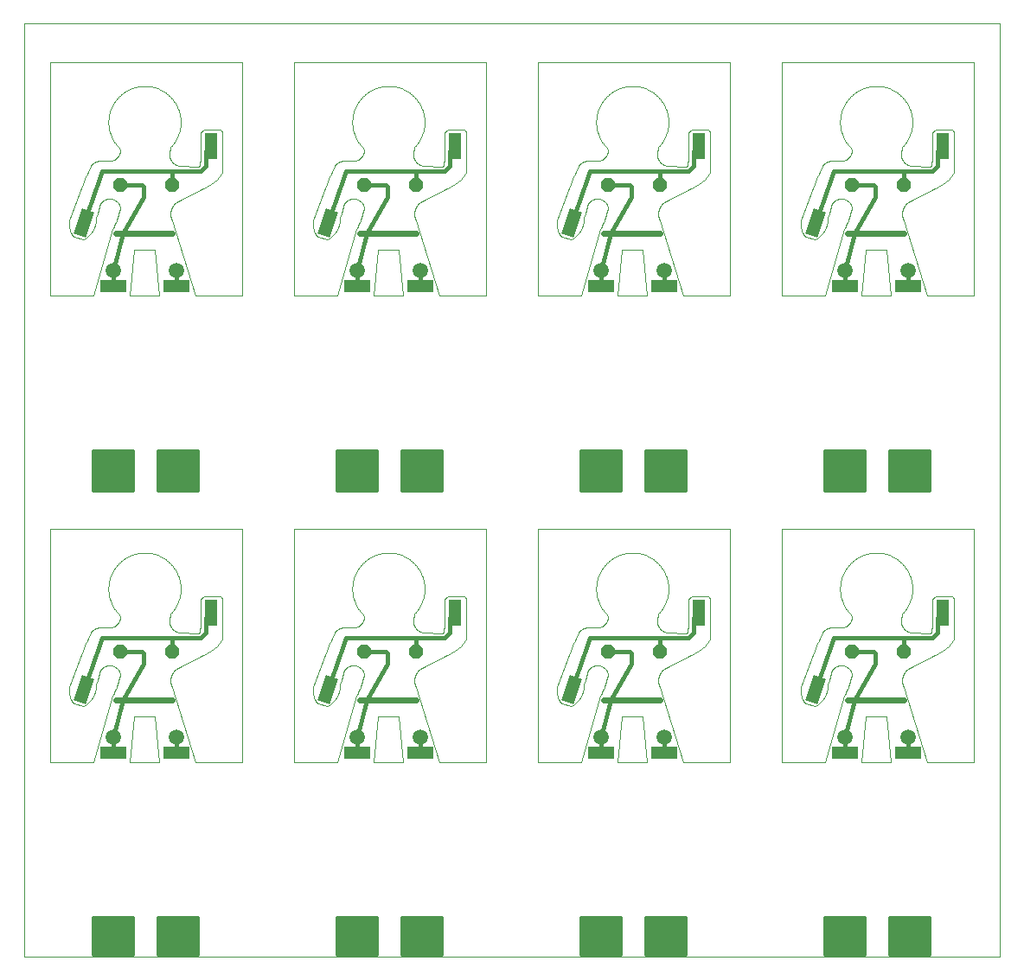
<source format=gtl>
G75*
%MOIN*%
%OFA0B0*%
%FSLAX25Y25*%
%IPPOS*%
%LPD*%
%AMOC8*
5,1,8,0,0,1.08239X$1,22.5*
%
%ADD10C,0.00000*%
%ADD11OC8,0.05200*%
%ADD12R,0.05000X0.10000*%
%ADD13R,0.10000X0.05000*%
%ADD14C,0.01600*%
%ADD15C,0.05906*%
%ADD16C,0.05315*%
%ADD17C,0.02400*%
D10*
X0016000Y0011000D02*
X0392000Y0011000D01*
X0392000Y0371000D01*
X0016000Y0371000D01*
X0016000Y0011000D01*
X0026000Y0086000D02*
X0026000Y0176000D01*
X0100000Y0176000D01*
X0100000Y0086000D01*
X0082000Y0086000D01*
X0074400Y0110500D01*
X0072900Y0115000D01*
X0072901Y0115000D02*
X0072836Y0115130D01*
X0072774Y0115261D01*
X0072717Y0115394D01*
X0072662Y0115529D01*
X0072612Y0115664D01*
X0072565Y0115802D01*
X0072521Y0115940D01*
X0072482Y0116079D01*
X0072446Y0116220D01*
X0072413Y0116361D01*
X0072385Y0116503D01*
X0072360Y0116646D01*
X0072340Y0116790D01*
X0072323Y0116934D01*
X0072309Y0117078D01*
X0072300Y0117223D01*
X0072295Y0117368D01*
X0072293Y0117513D01*
X0072295Y0117658D01*
X0072301Y0117802D01*
X0072311Y0117947D01*
X0072325Y0118091D01*
X0072343Y0118235D01*
X0072364Y0118379D01*
X0072390Y0118522D01*
X0072419Y0118664D01*
X0072452Y0118805D01*
X0072488Y0118945D01*
X0072529Y0119084D01*
X0072573Y0119222D01*
X0072620Y0119359D01*
X0072672Y0119495D01*
X0072726Y0119629D01*
X0072785Y0119762D01*
X0072847Y0119893D01*
X0072912Y0120022D01*
X0072981Y0120150D01*
X0073053Y0120276D01*
X0073129Y0120399D01*
X0073208Y0120521D01*
X0073290Y0120641D01*
X0073375Y0120758D01*
X0073463Y0120873D01*
X0073555Y0120986D01*
X0073649Y0121096D01*
X0073746Y0121203D01*
X0073846Y0121308D01*
X0073949Y0121411D01*
X0074054Y0121510D01*
X0074162Y0121607D01*
X0074273Y0121701D01*
X0074386Y0121791D01*
X0074501Y0121879D01*
X0074619Y0121964D01*
X0074739Y0122045D01*
X0074861Y0122123D01*
X0074985Y0122198D01*
X0075111Y0122270D01*
X0075239Y0122338D01*
X0075239Y0122339D02*
X0084966Y0127339D01*
X0082776Y0135728D02*
X0075900Y0136000D01*
X0075767Y0136016D01*
X0075634Y0136037D01*
X0075502Y0136062D01*
X0075371Y0136090D01*
X0075241Y0136123D01*
X0075112Y0136159D01*
X0074984Y0136199D01*
X0074857Y0136243D01*
X0074731Y0136291D01*
X0074607Y0136342D01*
X0074485Y0136397D01*
X0074364Y0136455D01*
X0074245Y0136518D01*
X0074128Y0136583D01*
X0074013Y0136652D01*
X0073900Y0136725D01*
X0073789Y0136800D01*
X0073681Y0136879D01*
X0073575Y0136961D01*
X0073471Y0137047D01*
X0073370Y0137135D01*
X0073272Y0137226D01*
X0073176Y0137320D01*
X0073083Y0137417D01*
X0072993Y0137517D01*
X0072907Y0137619D01*
X0072823Y0137724D01*
X0072742Y0137831D01*
X0072665Y0137941D01*
X0072590Y0138053D01*
X0072519Y0138167D01*
X0072452Y0138283D01*
X0072388Y0138401D01*
X0072328Y0138520D01*
X0072271Y0138642D01*
X0072218Y0138765D01*
X0072168Y0138890D01*
X0072122Y0139016D01*
X0072080Y0139143D01*
X0072042Y0139272D01*
X0072007Y0139402D01*
X0071977Y0139532D01*
X0071950Y0139664D01*
X0071927Y0139796D01*
X0071908Y0139929D01*
X0071893Y0140062D01*
X0071882Y0140196D01*
X0071875Y0140330D01*
X0071872Y0140464D01*
X0071873Y0140598D01*
X0071878Y0140733D01*
X0071887Y0140866D01*
X0071900Y0141000D01*
X0072160Y0143055D01*
X0084966Y0127338D02*
X0085328Y0127490D01*
X0085685Y0127651D01*
X0086039Y0127821D01*
X0086388Y0128000D01*
X0086733Y0128187D01*
X0087073Y0128382D01*
X0087409Y0128585D01*
X0087739Y0128797D01*
X0088064Y0129017D01*
X0088384Y0129244D01*
X0088698Y0129480D01*
X0089006Y0129722D01*
X0089308Y0129973D01*
X0089603Y0130230D01*
X0089893Y0130495D01*
X0090176Y0130767D01*
X0090452Y0131046D01*
X0090721Y0131331D01*
X0090983Y0131623D01*
X0091238Y0131921D01*
X0091486Y0132225D01*
X0091726Y0132535D01*
X0091959Y0132851D01*
X0092183Y0133172D01*
X0092400Y0133499D01*
X0092400Y0133500D02*
X0092400Y0148800D01*
X0091567Y0150000D02*
X0085914Y0150000D01*
X0085826Y0149998D01*
X0085739Y0149992D01*
X0085652Y0149983D01*
X0085565Y0149969D01*
X0085479Y0149952D01*
X0085394Y0149931D01*
X0085310Y0149907D01*
X0085227Y0149878D01*
X0085145Y0149846D01*
X0085065Y0149811D01*
X0084987Y0149772D01*
X0084910Y0149730D01*
X0084835Y0149684D01*
X0084762Y0149635D01*
X0084692Y0149583D01*
X0084624Y0149528D01*
X0084558Y0149470D01*
X0084495Y0149409D01*
X0084434Y0149346D01*
X0084377Y0149280D01*
X0084322Y0149211D01*
X0084271Y0149140D01*
X0084222Y0149067D01*
X0084177Y0148992D01*
X0084135Y0148915D01*
X0084097Y0148836D01*
X0084062Y0148756D01*
X0084031Y0148674D01*
X0084003Y0148591D01*
X0083979Y0148506D01*
X0083959Y0148421D01*
X0083942Y0148335D01*
X0083929Y0148248D01*
X0083920Y0148161D01*
X0083915Y0148073D01*
X0083914Y0147986D01*
X0083971Y0139000D01*
X0083739Y0136379D01*
X0083707Y0136319D01*
X0083672Y0136262D01*
X0083633Y0136206D01*
X0083592Y0136153D01*
X0083547Y0136102D01*
X0083500Y0136054D01*
X0083450Y0136009D01*
X0083397Y0135966D01*
X0083343Y0135927D01*
X0083286Y0135891D01*
X0083227Y0135858D01*
X0083166Y0135828D01*
X0083104Y0135802D01*
X0083040Y0135780D01*
X0082975Y0135761D01*
X0082909Y0135746D01*
X0082843Y0135735D01*
X0082776Y0135728D01*
X0092400Y0148800D02*
X0092372Y0148889D01*
X0092340Y0148976D01*
X0092305Y0149062D01*
X0092267Y0149147D01*
X0092225Y0149230D01*
X0092180Y0149311D01*
X0092132Y0149390D01*
X0092080Y0149468D01*
X0092026Y0149543D01*
X0091968Y0149616D01*
X0091908Y0149686D01*
X0091845Y0149755D01*
X0091779Y0149820D01*
X0091711Y0149883D01*
X0091640Y0149943D01*
X0091566Y0150000D01*
X0120000Y0176000D02*
X0194000Y0176000D01*
X0194000Y0086000D01*
X0176000Y0086000D01*
X0168400Y0110500D01*
X0166900Y0115000D01*
X0166901Y0115000D02*
X0166836Y0115130D01*
X0166774Y0115261D01*
X0166717Y0115394D01*
X0166662Y0115529D01*
X0166612Y0115664D01*
X0166565Y0115802D01*
X0166521Y0115940D01*
X0166482Y0116079D01*
X0166446Y0116220D01*
X0166413Y0116361D01*
X0166385Y0116503D01*
X0166360Y0116646D01*
X0166340Y0116790D01*
X0166323Y0116934D01*
X0166309Y0117078D01*
X0166300Y0117223D01*
X0166295Y0117368D01*
X0166293Y0117513D01*
X0166295Y0117658D01*
X0166301Y0117802D01*
X0166311Y0117947D01*
X0166325Y0118091D01*
X0166343Y0118235D01*
X0166364Y0118379D01*
X0166390Y0118522D01*
X0166419Y0118664D01*
X0166452Y0118805D01*
X0166488Y0118945D01*
X0166529Y0119084D01*
X0166573Y0119222D01*
X0166620Y0119359D01*
X0166672Y0119495D01*
X0166726Y0119629D01*
X0166785Y0119762D01*
X0166847Y0119893D01*
X0166912Y0120022D01*
X0166981Y0120150D01*
X0167053Y0120276D01*
X0167129Y0120399D01*
X0167208Y0120521D01*
X0167290Y0120641D01*
X0167375Y0120758D01*
X0167463Y0120873D01*
X0167555Y0120986D01*
X0167649Y0121096D01*
X0167746Y0121203D01*
X0167846Y0121308D01*
X0167949Y0121411D01*
X0168054Y0121510D01*
X0168162Y0121607D01*
X0168273Y0121701D01*
X0168386Y0121791D01*
X0168501Y0121879D01*
X0168619Y0121964D01*
X0168739Y0122045D01*
X0168861Y0122123D01*
X0168985Y0122198D01*
X0169111Y0122270D01*
X0169239Y0122338D01*
X0169239Y0122339D02*
X0178966Y0127339D01*
X0176776Y0135728D02*
X0169900Y0136000D01*
X0169767Y0136016D01*
X0169634Y0136037D01*
X0169502Y0136062D01*
X0169371Y0136090D01*
X0169241Y0136123D01*
X0169112Y0136159D01*
X0168984Y0136199D01*
X0168857Y0136243D01*
X0168731Y0136291D01*
X0168607Y0136342D01*
X0168485Y0136397D01*
X0168364Y0136455D01*
X0168245Y0136518D01*
X0168128Y0136583D01*
X0168013Y0136652D01*
X0167900Y0136725D01*
X0167789Y0136800D01*
X0167681Y0136879D01*
X0167575Y0136961D01*
X0167471Y0137047D01*
X0167370Y0137135D01*
X0167272Y0137226D01*
X0167176Y0137320D01*
X0167083Y0137417D01*
X0166993Y0137517D01*
X0166907Y0137619D01*
X0166823Y0137724D01*
X0166742Y0137831D01*
X0166665Y0137941D01*
X0166590Y0138053D01*
X0166519Y0138167D01*
X0166452Y0138283D01*
X0166388Y0138401D01*
X0166328Y0138520D01*
X0166271Y0138642D01*
X0166218Y0138765D01*
X0166168Y0138890D01*
X0166122Y0139016D01*
X0166080Y0139143D01*
X0166042Y0139272D01*
X0166007Y0139402D01*
X0165977Y0139532D01*
X0165950Y0139664D01*
X0165927Y0139796D01*
X0165908Y0139929D01*
X0165893Y0140062D01*
X0165882Y0140196D01*
X0165875Y0140330D01*
X0165872Y0140464D01*
X0165873Y0140598D01*
X0165878Y0140733D01*
X0165887Y0140866D01*
X0165900Y0141000D01*
X0166160Y0143055D01*
X0178966Y0127338D02*
X0179328Y0127490D01*
X0179685Y0127651D01*
X0180039Y0127821D01*
X0180388Y0128000D01*
X0180733Y0128187D01*
X0181073Y0128382D01*
X0181409Y0128585D01*
X0181739Y0128797D01*
X0182064Y0129017D01*
X0182384Y0129244D01*
X0182698Y0129480D01*
X0183006Y0129722D01*
X0183308Y0129973D01*
X0183603Y0130230D01*
X0183893Y0130495D01*
X0184176Y0130767D01*
X0184452Y0131046D01*
X0184721Y0131331D01*
X0184983Y0131623D01*
X0185238Y0131921D01*
X0185486Y0132225D01*
X0185726Y0132535D01*
X0185959Y0132851D01*
X0186183Y0133172D01*
X0186400Y0133499D01*
X0186400Y0133500D02*
X0186400Y0148800D01*
X0185567Y0150000D02*
X0179914Y0150000D01*
X0179826Y0149998D01*
X0179739Y0149992D01*
X0179652Y0149983D01*
X0179565Y0149969D01*
X0179479Y0149952D01*
X0179394Y0149931D01*
X0179310Y0149907D01*
X0179227Y0149878D01*
X0179145Y0149846D01*
X0179065Y0149811D01*
X0178987Y0149772D01*
X0178910Y0149730D01*
X0178835Y0149684D01*
X0178762Y0149635D01*
X0178692Y0149583D01*
X0178624Y0149528D01*
X0178558Y0149470D01*
X0178495Y0149409D01*
X0178434Y0149346D01*
X0178377Y0149280D01*
X0178322Y0149211D01*
X0178271Y0149140D01*
X0178222Y0149067D01*
X0178177Y0148992D01*
X0178135Y0148915D01*
X0178097Y0148836D01*
X0178062Y0148756D01*
X0178031Y0148674D01*
X0178003Y0148591D01*
X0177979Y0148506D01*
X0177959Y0148421D01*
X0177942Y0148335D01*
X0177929Y0148248D01*
X0177920Y0148161D01*
X0177915Y0148073D01*
X0177914Y0147986D01*
X0177971Y0139000D01*
X0177739Y0136379D01*
X0177707Y0136319D01*
X0177672Y0136262D01*
X0177633Y0136206D01*
X0177592Y0136153D01*
X0177547Y0136102D01*
X0177500Y0136054D01*
X0177450Y0136009D01*
X0177397Y0135966D01*
X0177343Y0135927D01*
X0177286Y0135891D01*
X0177227Y0135858D01*
X0177166Y0135828D01*
X0177104Y0135802D01*
X0177040Y0135780D01*
X0176975Y0135761D01*
X0176909Y0135746D01*
X0176843Y0135735D01*
X0176776Y0135728D01*
X0186400Y0148800D02*
X0186372Y0148889D01*
X0186340Y0148976D01*
X0186305Y0149062D01*
X0186267Y0149147D01*
X0186225Y0149230D01*
X0186180Y0149311D01*
X0186132Y0149390D01*
X0186080Y0149468D01*
X0186026Y0149543D01*
X0185968Y0149616D01*
X0185908Y0149686D01*
X0185845Y0149755D01*
X0185779Y0149820D01*
X0185711Y0149883D01*
X0185640Y0149943D01*
X0185566Y0150000D01*
X0166159Y0143056D02*
X0166397Y0143299D01*
X0166628Y0143548D01*
X0166853Y0143802D01*
X0167072Y0144062D01*
X0167285Y0144328D01*
X0167491Y0144598D01*
X0167690Y0144873D01*
X0167882Y0145153D01*
X0168068Y0145438D01*
X0168247Y0145727D01*
X0168418Y0146020D01*
X0168582Y0146318D01*
X0168739Y0146619D01*
X0168889Y0146924D01*
X0169031Y0147233D01*
X0169166Y0147545D01*
X0169292Y0147861D01*
X0169412Y0148179D01*
X0169523Y0148500D01*
X0169626Y0148824D01*
X0169722Y0149150D01*
X0169809Y0149478D01*
X0169889Y0149809D01*
X0169960Y0150141D01*
X0170023Y0150475D01*
X0170079Y0150810D01*
X0170125Y0151147D01*
X0170164Y0151484D01*
X0170194Y0151823D01*
X0170217Y0152162D01*
X0170230Y0152502D01*
X0170236Y0152841D01*
X0170233Y0153181D01*
X0170222Y0153521D01*
X0170203Y0153860D01*
X0170175Y0154199D01*
X0170139Y0154537D01*
X0170095Y0154874D01*
X0170043Y0155210D01*
X0169982Y0155544D01*
X0169914Y0155877D01*
X0169837Y0156208D01*
X0169752Y0156537D01*
X0169659Y0156864D01*
X0169558Y0157188D01*
X0169450Y0157510D01*
X0169333Y0157830D01*
X0169209Y0158146D01*
X0169077Y0158459D01*
X0168937Y0158769D01*
X0168790Y0159075D01*
X0168636Y0159378D01*
X0168474Y0159677D01*
X0168305Y0159972D01*
X0168128Y0160262D01*
X0167945Y0160548D01*
X0167755Y0160830D01*
X0167558Y0161107D01*
X0167354Y0161379D01*
X0167144Y0161646D01*
X0166927Y0161907D01*
X0166704Y0162164D01*
X0166474Y0162415D01*
X0166239Y0162660D01*
X0165998Y0162899D01*
X0165751Y0163132D01*
X0165498Y0163360D01*
X0165240Y0163581D01*
X0164976Y0163795D01*
X0164708Y0164004D01*
X0164434Y0164205D01*
X0164156Y0164400D01*
X0163872Y0164588D01*
X0163585Y0164769D01*
X0163293Y0164943D01*
X0162997Y0165109D01*
X0162697Y0165269D01*
X0162393Y0165421D01*
X0162085Y0165566D01*
X0161774Y0165703D01*
X0161460Y0165832D01*
X0161143Y0165954D01*
X0160822Y0166068D01*
X0160500Y0166174D01*
X0160174Y0166272D01*
X0159846Y0166362D01*
X0159517Y0166444D01*
X0159185Y0166518D01*
X0158852Y0166584D01*
X0158517Y0166642D01*
X0158181Y0166692D01*
X0157843Y0166733D01*
X0157505Y0166766D01*
X0157166Y0166791D01*
X0156827Y0166808D01*
X0156487Y0166816D01*
X0156147Y0166816D01*
X0155807Y0166808D01*
X0155468Y0166791D01*
X0155129Y0166766D01*
X0154791Y0166733D01*
X0154453Y0166692D01*
X0154117Y0166642D01*
X0153782Y0166584D01*
X0153449Y0166518D01*
X0153117Y0166444D01*
X0152788Y0166362D01*
X0152460Y0166272D01*
X0152134Y0166174D01*
X0151812Y0166068D01*
X0151491Y0165954D01*
X0151174Y0165832D01*
X0150860Y0165703D01*
X0150549Y0165566D01*
X0150241Y0165421D01*
X0149937Y0165269D01*
X0149637Y0165109D01*
X0149341Y0164943D01*
X0149049Y0164769D01*
X0148762Y0164588D01*
X0148478Y0164400D01*
X0148200Y0164205D01*
X0147926Y0164004D01*
X0147658Y0163795D01*
X0147394Y0163581D01*
X0147136Y0163360D01*
X0146883Y0163132D01*
X0146636Y0162899D01*
X0146395Y0162660D01*
X0146160Y0162415D01*
X0145930Y0162164D01*
X0145707Y0161907D01*
X0145490Y0161646D01*
X0145280Y0161379D01*
X0145076Y0161107D01*
X0144879Y0160830D01*
X0144689Y0160548D01*
X0144506Y0160262D01*
X0144329Y0159972D01*
X0144160Y0159677D01*
X0143998Y0159378D01*
X0143844Y0159075D01*
X0143697Y0158769D01*
X0143557Y0158459D01*
X0143425Y0158146D01*
X0143301Y0157830D01*
X0143184Y0157510D01*
X0143076Y0157188D01*
X0142975Y0156864D01*
X0142882Y0156537D01*
X0142797Y0156208D01*
X0142720Y0155877D01*
X0142652Y0155544D01*
X0142591Y0155210D01*
X0142539Y0154874D01*
X0142495Y0154537D01*
X0142459Y0154199D01*
X0142431Y0153860D01*
X0142412Y0153521D01*
X0142401Y0153181D01*
X0142398Y0152841D01*
X0142404Y0152502D01*
X0142417Y0152162D01*
X0142440Y0151823D01*
X0142470Y0151484D01*
X0142509Y0151147D01*
X0142555Y0150810D01*
X0142611Y0150475D01*
X0142674Y0150141D01*
X0142745Y0149809D01*
X0142825Y0149478D01*
X0142912Y0149150D01*
X0143008Y0148824D01*
X0143111Y0148500D01*
X0143222Y0148179D01*
X0143342Y0147861D01*
X0143468Y0147545D01*
X0143603Y0147233D01*
X0143745Y0146924D01*
X0143895Y0146619D01*
X0144052Y0146318D01*
X0144216Y0146020D01*
X0144387Y0145727D01*
X0144566Y0145438D01*
X0144752Y0145153D01*
X0144944Y0144873D01*
X0145143Y0144598D01*
X0145349Y0144328D01*
X0145562Y0144062D01*
X0145781Y0143802D01*
X0146006Y0143548D01*
X0146237Y0143299D01*
X0146475Y0143056D01*
X0146475Y0143055D02*
X0146900Y0142000D01*
X0146898Y0141874D01*
X0146892Y0141749D01*
X0146882Y0141624D01*
X0146868Y0141499D01*
X0146851Y0141374D01*
X0146829Y0141250D01*
X0146804Y0141127D01*
X0146774Y0141005D01*
X0146741Y0140884D01*
X0146704Y0140764D01*
X0146664Y0140645D01*
X0146619Y0140528D01*
X0146571Y0140411D01*
X0146519Y0140297D01*
X0146464Y0140184D01*
X0146405Y0140073D01*
X0146343Y0139964D01*
X0146277Y0139857D01*
X0146208Y0139752D01*
X0146136Y0139649D01*
X0146061Y0139548D01*
X0145982Y0139450D01*
X0145900Y0139355D01*
X0145816Y0139262D01*
X0145728Y0139172D01*
X0145638Y0139084D01*
X0145545Y0139000D01*
X0145450Y0138918D01*
X0145352Y0138839D01*
X0145251Y0138764D01*
X0145148Y0138692D01*
X0145043Y0138623D01*
X0144936Y0138557D01*
X0144827Y0138495D01*
X0144716Y0138436D01*
X0144603Y0138381D01*
X0144489Y0138329D01*
X0144372Y0138281D01*
X0144255Y0138236D01*
X0144136Y0138196D01*
X0144016Y0138159D01*
X0143895Y0138126D01*
X0143773Y0138096D01*
X0143650Y0138071D01*
X0143526Y0138049D01*
X0143401Y0138032D01*
X0143276Y0138018D01*
X0143151Y0138008D01*
X0143026Y0138002D01*
X0142900Y0138000D01*
X0140023Y0138000D01*
X0136001Y0136521D02*
X0134363Y0133075D01*
X0136001Y0136520D02*
X0136098Y0136620D01*
X0136198Y0136716D01*
X0136300Y0136809D01*
X0136406Y0136900D01*
X0136513Y0136987D01*
X0136623Y0137072D01*
X0136736Y0137153D01*
X0136851Y0137231D01*
X0136968Y0137305D01*
X0137087Y0137376D01*
X0137208Y0137444D01*
X0137331Y0137508D01*
X0137455Y0137569D01*
X0137582Y0137626D01*
X0137710Y0137680D01*
X0137839Y0137729D01*
X0137970Y0137775D01*
X0138102Y0137818D01*
X0138236Y0137856D01*
X0138370Y0137891D01*
X0138505Y0137922D01*
X0138641Y0137948D01*
X0138778Y0137971D01*
X0138915Y0137990D01*
X0139053Y0138005D01*
X0139192Y0138017D01*
X0139330Y0138024D01*
X0139469Y0138027D01*
X0139607Y0138026D01*
X0139746Y0138021D01*
X0139884Y0138012D01*
X0140023Y0138000D01*
X0132426Y0128242D02*
X0127400Y0114929D01*
X0132674Y0107522D02*
X0132879Y0107640D01*
X0133081Y0107762D01*
X0133280Y0107890D01*
X0133477Y0108022D01*
X0133669Y0108159D01*
X0133859Y0108300D01*
X0134045Y0108446D01*
X0134227Y0108597D01*
X0134406Y0108751D01*
X0134581Y0108910D01*
X0134752Y0109074D01*
X0134919Y0109241D01*
X0135082Y0109412D01*
X0135241Y0109587D01*
X0135396Y0109766D01*
X0135546Y0109949D01*
X0135692Y0110135D01*
X0135833Y0110325D01*
X0135970Y0110517D01*
X0136102Y0110714D01*
X0136229Y0110913D01*
X0136352Y0111115D01*
X0136469Y0111320D01*
X0136582Y0111528D01*
X0136689Y0111739D01*
X0136792Y0111952D01*
X0136889Y0112168D01*
X0136981Y0112386D01*
X0137068Y0112605D01*
X0137149Y0112827D01*
X0137225Y0113051D01*
X0137296Y0113277D01*
X0137361Y0113504D01*
X0137421Y0113733D01*
X0137475Y0113963D01*
X0137524Y0114195D01*
X0137567Y0114427D01*
X0137604Y0114661D01*
X0137636Y0114895D01*
X0137662Y0115130D01*
X0137683Y0115366D01*
X0137697Y0115602D01*
X0137707Y0115838D01*
X0137706Y0115838D02*
X0138200Y0117800D01*
X0138800Y0120300D01*
X0138835Y0120423D01*
X0138875Y0120545D01*
X0138918Y0120666D01*
X0138965Y0120785D01*
X0139016Y0120903D01*
X0139070Y0121019D01*
X0139128Y0121134D01*
X0139189Y0121247D01*
X0139254Y0121357D01*
X0139322Y0121466D01*
X0139394Y0121573D01*
X0139468Y0121677D01*
X0139546Y0121779D01*
X0139627Y0121878D01*
X0139711Y0121975D01*
X0139798Y0122070D01*
X0139888Y0122161D01*
X0139981Y0122250D01*
X0140076Y0122336D01*
X0140174Y0122419D01*
X0140274Y0122499D01*
X0140377Y0122576D01*
X0140482Y0122649D01*
X0140590Y0122719D01*
X0140699Y0122786D01*
X0140811Y0122850D01*
X0140924Y0122910D01*
X0141039Y0122966D01*
X0141156Y0123019D01*
X0141275Y0123068D01*
X0141394Y0123114D01*
X0141516Y0123156D01*
X0141638Y0123194D01*
X0141762Y0123229D01*
X0141886Y0123259D01*
X0142012Y0123286D01*
X0142138Y0123309D01*
X0142265Y0123328D01*
X0142392Y0123343D01*
X0142520Y0123354D01*
X0142648Y0123361D01*
X0142777Y0123364D01*
X0142905Y0123363D01*
X0143033Y0123358D01*
X0143161Y0123350D01*
X0143289Y0123337D01*
X0143416Y0123320D01*
X0143543Y0123300D01*
X0143669Y0123276D01*
X0143794Y0123247D01*
X0143918Y0123215D01*
X0144041Y0123179D01*
X0144163Y0123140D01*
X0144284Y0123096D01*
X0144403Y0123049D01*
X0144521Y0122998D01*
X0144637Y0122944D01*
X0144752Y0122886D01*
X0144864Y0122825D01*
X0144975Y0122760D01*
X0145084Y0122691D01*
X0145190Y0122620D01*
X0145294Y0122545D01*
X0145396Y0122467D01*
X0145496Y0122386D01*
X0145593Y0122302D01*
X0145687Y0122215D01*
X0145778Y0122125D01*
X0145867Y0122032D01*
X0145953Y0121937D01*
X0146036Y0121839D01*
X0146115Y0121738D01*
X0146192Y0121635D01*
X0146265Y0121530D01*
X0146336Y0121423D01*
X0146402Y0121313D01*
X0146466Y0121202D01*
X0146526Y0121088D01*
X0146582Y0120973D01*
X0146635Y0120856D01*
X0146684Y0120737D01*
X0146730Y0120617D01*
X0146771Y0120496D01*
X0146809Y0120374D01*
X0146844Y0120250D01*
X0146874Y0120125D01*
X0146901Y0120000D01*
X0132426Y0128242D02*
X0132499Y0128583D01*
X0132581Y0128922D01*
X0132671Y0129260D01*
X0132769Y0129595D01*
X0132875Y0129927D01*
X0132989Y0130257D01*
X0133111Y0130584D01*
X0133241Y0130908D01*
X0133378Y0131229D01*
X0133524Y0131546D01*
X0133677Y0131860D01*
X0133837Y0132170D01*
X0134005Y0132476D01*
X0134180Y0132778D01*
X0134363Y0133075D01*
X0146900Y0120000D02*
X0146798Y0119404D01*
X0146682Y0118811D01*
X0146551Y0118221D01*
X0146406Y0117635D01*
X0146247Y0117052D01*
X0146074Y0116473D01*
X0145887Y0115898D01*
X0145686Y0115328D01*
X0145471Y0114764D01*
X0145242Y0114204D01*
X0145000Y0113651D01*
X0144745Y0113103D01*
X0144476Y0112562D01*
X0144195Y0112027D01*
X0143900Y0111500D01*
X0136500Y0086000D01*
X0120000Y0086000D01*
X0120000Y0176000D01*
X0072159Y0143056D02*
X0072397Y0143299D01*
X0072628Y0143548D01*
X0072853Y0143802D01*
X0073072Y0144062D01*
X0073285Y0144328D01*
X0073491Y0144598D01*
X0073690Y0144873D01*
X0073882Y0145153D01*
X0074068Y0145438D01*
X0074247Y0145727D01*
X0074418Y0146020D01*
X0074582Y0146318D01*
X0074739Y0146619D01*
X0074889Y0146924D01*
X0075031Y0147233D01*
X0075166Y0147545D01*
X0075292Y0147861D01*
X0075412Y0148179D01*
X0075523Y0148500D01*
X0075626Y0148824D01*
X0075722Y0149150D01*
X0075809Y0149478D01*
X0075889Y0149809D01*
X0075960Y0150141D01*
X0076023Y0150475D01*
X0076079Y0150810D01*
X0076125Y0151147D01*
X0076164Y0151484D01*
X0076194Y0151823D01*
X0076217Y0152162D01*
X0076230Y0152502D01*
X0076236Y0152841D01*
X0076233Y0153181D01*
X0076222Y0153521D01*
X0076203Y0153860D01*
X0076175Y0154199D01*
X0076139Y0154537D01*
X0076095Y0154874D01*
X0076043Y0155210D01*
X0075982Y0155544D01*
X0075914Y0155877D01*
X0075837Y0156208D01*
X0075752Y0156537D01*
X0075659Y0156864D01*
X0075558Y0157188D01*
X0075450Y0157510D01*
X0075333Y0157830D01*
X0075209Y0158146D01*
X0075077Y0158459D01*
X0074937Y0158769D01*
X0074790Y0159075D01*
X0074636Y0159378D01*
X0074474Y0159677D01*
X0074305Y0159972D01*
X0074128Y0160262D01*
X0073945Y0160548D01*
X0073755Y0160830D01*
X0073558Y0161107D01*
X0073354Y0161379D01*
X0073144Y0161646D01*
X0072927Y0161907D01*
X0072704Y0162164D01*
X0072474Y0162415D01*
X0072239Y0162660D01*
X0071998Y0162899D01*
X0071751Y0163132D01*
X0071498Y0163360D01*
X0071240Y0163581D01*
X0070976Y0163795D01*
X0070708Y0164004D01*
X0070434Y0164205D01*
X0070156Y0164400D01*
X0069872Y0164588D01*
X0069585Y0164769D01*
X0069293Y0164943D01*
X0068997Y0165109D01*
X0068697Y0165269D01*
X0068393Y0165421D01*
X0068085Y0165566D01*
X0067774Y0165703D01*
X0067460Y0165832D01*
X0067143Y0165954D01*
X0066822Y0166068D01*
X0066500Y0166174D01*
X0066174Y0166272D01*
X0065846Y0166362D01*
X0065517Y0166444D01*
X0065185Y0166518D01*
X0064852Y0166584D01*
X0064517Y0166642D01*
X0064181Y0166692D01*
X0063843Y0166733D01*
X0063505Y0166766D01*
X0063166Y0166791D01*
X0062827Y0166808D01*
X0062487Y0166816D01*
X0062147Y0166816D01*
X0061807Y0166808D01*
X0061468Y0166791D01*
X0061129Y0166766D01*
X0060791Y0166733D01*
X0060453Y0166692D01*
X0060117Y0166642D01*
X0059782Y0166584D01*
X0059449Y0166518D01*
X0059117Y0166444D01*
X0058788Y0166362D01*
X0058460Y0166272D01*
X0058134Y0166174D01*
X0057812Y0166068D01*
X0057491Y0165954D01*
X0057174Y0165832D01*
X0056860Y0165703D01*
X0056549Y0165566D01*
X0056241Y0165421D01*
X0055937Y0165269D01*
X0055637Y0165109D01*
X0055341Y0164943D01*
X0055049Y0164769D01*
X0054762Y0164588D01*
X0054478Y0164400D01*
X0054200Y0164205D01*
X0053926Y0164004D01*
X0053658Y0163795D01*
X0053394Y0163581D01*
X0053136Y0163360D01*
X0052883Y0163132D01*
X0052636Y0162899D01*
X0052395Y0162660D01*
X0052160Y0162415D01*
X0051930Y0162164D01*
X0051707Y0161907D01*
X0051490Y0161646D01*
X0051280Y0161379D01*
X0051076Y0161107D01*
X0050879Y0160830D01*
X0050689Y0160548D01*
X0050506Y0160262D01*
X0050329Y0159972D01*
X0050160Y0159677D01*
X0049998Y0159378D01*
X0049844Y0159075D01*
X0049697Y0158769D01*
X0049557Y0158459D01*
X0049425Y0158146D01*
X0049301Y0157830D01*
X0049184Y0157510D01*
X0049076Y0157188D01*
X0048975Y0156864D01*
X0048882Y0156537D01*
X0048797Y0156208D01*
X0048720Y0155877D01*
X0048652Y0155544D01*
X0048591Y0155210D01*
X0048539Y0154874D01*
X0048495Y0154537D01*
X0048459Y0154199D01*
X0048431Y0153860D01*
X0048412Y0153521D01*
X0048401Y0153181D01*
X0048398Y0152841D01*
X0048404Y0152502D01*
X0048417Y0152162D01*
X0048440Y0151823D01*
X0048470Y0151484D01*
X0048509Y0151147D01*
X0048555Y0150810D01*
X0048611Y0150475D01*
X0048674Y0150141D01*
X0048745Y0149809D01*
X0048825Y0149478D01*
X0048912Y0149150D01*
X0049008Y0148824D01*
X0049111Y0148500D01*
X0049222Y0148179D01*
X0049342Y0147861D01*
X0049468Y0147545D01*
X0049603Y0147233D01*
X0049745Y0146924D01*
X0049895Y0146619D01*
X0050052Y0146318D01*
X0050216Y0146020D01*
X0050387Y0145727D01*
X0050566Y0145438D01*
X0050752Y0145153D01*
X0050944Y0144873D01*
X0051143Y0144598D01*
X0051349Y0144328D01*
X0051562Y0144062D01*
X0051781Y0143802D01*
X0052006Y0143548D01*
X0052237Y0143299D01*
X0052475Y0143056D01*
X0052475Y0143055D02*
X0052900Y0142000D01*
X0052898Y0141874D01*
X0052892Y0141749D01*
X0052882Y0141624D01*
X0052868Y0141499D01*
X0052851Y0141374D01*
X0052829Y0141250D01*
X0052804Y0141127D01*
X0052774Y0141005D01*
X0052741Y0140884D01*
X0052704Y0140764D01*
X0052664Y0140645D01*
X0052619Y0140528D01*
X0052571Y0140411D01*
X0052519Y0140297D01*
X0052464Y0140184D01*
X0052405Y0140073D01*
X0052343Y0139964D01*
X0052277Y0139857D01*
X0052208Y0139752D01*
X0052136Y0139649D01*
X0052061Y0139548D01*
X0051982Y0139450D01*
X0051900Y0139355D01*
X0051816Y0139262D01*
X0051728Y0139172D01*
X0051638Y0139084D01*
X0051545Y0139000D01*
X0051450Y0138918D01*
X0051352Y0138839D01*
X0051251Y0138764D01*
X0051148Y0138692D01*
X0051043Y0138623D01*
X0050936Y0138557D01*
X0050827Y0138495D01*
X0050716Y0138436D01*
X0050603Y0138381D01*
X0050489Y0138329D01*
X0050372Y0138281D01*
X0050255Y0138236D01*
X0050136Y0138196D01*
X0050016Y0138159D01*
X0049895Y0138126D01*
X0049773Y0138096D01*
X0049650Y0138071D01*
X0049526Y0138049D01*
X0049401Y0138032D01*
X0049276Y0138018D01*
X0049151Y0138008D01*
X0049026Y0138002D01*
X0048900Y0138000D01*
X0046023Y0138000D01*
X0042001Y0136521D02*
X0040363Y0133075D01*
X0042001Y0136520D02*
X0042098Y0136620D01*
X0042198Y0136716D01*
X0042300Y0136809D01*
X0042406Y0136900D01*
X0042513Y0136987D01*
X0042623Y0137072D01*
X0042736Y0137153D01*
X0042851Y0137231D01*
X0042968Y0137305D01*
X0043087Y0137376D01*
X0043208Y0137444D01*
X0043331Y0137508D01*
X0043455Y0137569D01*
X0043582Y0137626D01*
X0043710Y0137680D01*
X0043839Y0137729D01*
X0043970Y0137775D01*
X0044102Y0137818D01*
X0044236Y0137856D01*
X0044370Y0137891D01*
X0044505Y0137922D01*
X0044641Y0137948D01*
X0044778Y0137971D01*
X0044915Y0137990D01*
X0045053Y0138005D01*
X0045192Y0138017D01*
X0045330Y0138024D01*
X0045469Y0138027D01*
X0045607Y0138026D01*
X0045746Y0138021D01*
X0045884Y0138012D01*
X0046023Y0138000D01*
X0038426Y0128242D02*
X0033400Y0114929D01*
X0038674Y0107522D02*
X0038879Y0107640D01*
X0039081Y0107762D01*
X0039280Y0107890D01*
X0039477Y0108022D01*
X0039669Y0108159D01*
X0039859Y0108300D01*
X0040045Y0108446D01*
X0040227Y0108597D01*
X0040406Y0108751D01*
X0040581Y0108910D01*
X0040752Y0109074D01*
X0040919Y0109241D01*
X0041082Y0109412D01*
X0041241Y0109587D01*
X0041396Y0109766D01*
X0041546Y0109949D01*
X0041692Y0110135D01*
X0041833Y0110325D01*
X0041970Y0110517D01*
X0042102Y0110714D01*
X0042229Y0110913D01*
X0042352Y0111115D01*
X0042469Y0111320D01*
X0042582Y0111528D01*
X0042689Y0111739D01*
X0042792Y0111952D01*
X0042889Y0112168D01*
X0042981Y0112386D01*
X0043068Y0112605D01*
X0043149Y0112827D01*
X0043225Y0113051D01*
X0043296Y0113277D01*
X0043361Y0113504D01*
X0043421Y0113733D01*
X0043475Y0113963D01*
X0043524Y0114195D01*
X0043567Y0114427D01*
X0043604Y0114661D01*
X0043636Y0114895D01*
X0043662Y0115130D01*
X0043683Y0115366D01*
X0043697Y0115602D01*
X0043707Y0115838D01*
X0043706Y0115838D02*
X0044200Y0117800D01*
X0044800Y0120300D01*
X0044835Y0120423D01*
X0044875Y0120545D01*
X0044918Y0120666D01*
X0044965Y0120785D01*
X0045016Y0120903D01*
X0045070Y0121019D01*
X0045128Y0121134D01*
X0045189Y0121247D01*
X0045254Y0121357D01*
X0045322Y0121466D01*
X0045394Y0121573D01*
X0045468Y0121677D01*
X0045546Y0121779D01*
X0045627Y0121878D01*
X0045711Y0121975D01*
X0045798Y0122070D01*
X0045888Y0122161D01*
X0045981Y0122250D01*
X0046076Y0122336D01*
X0046174Y0122419D01*
X0046274Y0122499D01*
X0046377Y0122576D01*
X0046482Y0122649D01*
X0046590Y0122719D01*
X0046699Y0122786D01*
X0046811Y0122850D01*
X0046924Y0122910D01*
X0047039Y0122966D01*
X0047156Y0123019D01*
X0047275Y0123068D01*
X0047394Y0123114D01*
X0047516Y0123156D01*
X0047638Y0123194D01*
X0047762Y0123229D01*
X0047886Y0123259D01*
X0048012Y0123286D01*
X0048138Y0123309D01*
X0048265Y0123328D01*
X0048392Y0123343D01*
X0048520Y0123354D01*
X0048648Y0123361D01*
X0048777Y0123364D01*
X0048905Y0123363D01*
X0049033Y0123358D01*
X0049161Y0123350D01*
X0049289Y0123337D01*
X0049416Y0123320D01*
X0049543Y0123300D01*
X0049669Y0123276D01*
X0049794Y0123247D01*
X0049918Y0123215D01*
X0050041Y0123179D01*
X0050163Y0123140D01*
X0050284Y0123096D01*
X0050403Y0123049D01*
X0050521Y0122998D01*
X0050637Y0122944D01*
X0050752Y0122886D01*
X0050864Y0122825D01*
X0050975Y0122760D01*
X0051084Y0122691D01*
X0051190Y0122620D01*
X0051294Y0122545D01*
X0051396Y0122467D01*
X0051496Y0122386D01*
X0051593Y0122302D01*
X0051687Y0122215D01*
X0051778Y0122125D01*
X0051867Y0122032D01*
X0051953Y0121937D01*
X0052036Y0121839D01*
X0052115Y0121738D01*
X0052192Y0121635D01*
X0052265Y0121530D01*
X0052336Y0121423D01*
X0052402Y0121313D01*
X0052466Y0121202D01*
X0052526Y0121088D01*
X0052582Y0120973D01*
X0052635Y0120856D01*
X0052684Y0120737D01*
X0052730Y0120617D01*
X0052771Y0120496D01*
X0052809Y0120374D01*
X0052844Y0120250D01*
X0052874Y0120125D01*
X0052901Y0120000D01*
X0038426Y0128242D02*
X0038499Y0128583D01*
X0038581Y0128922D01*
X0038671Y0129260D01*
X0038769Y0129595D01*
X0038875Y0129927D01*
X0038989Y0130257D01*
X0039111Y0130584D01*
X0039241Y0130908D01*
X0039378Y0131229D01*
X0039524Y0131546D01*
X0039677Y0131860D01*
X0039837Y0132170D01*
X0040005Y0132476D01*
X0040180Y0132778D01*
X0040363Y0133075D01*
X0052900Y0120000D02*
X0052798Y0119404D01*
X0052682Y0118811D01*
X0052551Y0118221D01*
X0052406Y0117635D01*
X0052247Y0117052D01*
X0052074Y0116473D01*
X0051887Y0115898D01*
X0051686Y0115328D01*
X0051471Y0114764D01*
X0051242Y0114204D01*
X0051000Y0113651D01*
X0050745Y0113103D01*
X0050476Y0112562D01*
X0050195Y0112027D01*
X0049900Y0111500D01*
X0042500Y0086000D01*
X0026000Y0086000D01*
X0035359Y0108622D02*
X0038674Y0107522D01*
X0035359Y0108622D02*
X0035280Y0108647D01*
X0035202Y0108675D01*
X0035125Y0108707D01*
X0035050Y0108743D01*
X0034977Y0108782D01*
X0034905Y0108824D01*
X0034836Y0108870D01*
X0034768Y0108919D01*
X0034704Y0108971D01*
X0034641Y0109025D01*
X0034581Y0109083D01*
X0034524Y0109143D01*
X0034470Y0109206D01*
X0034418Y0109271D01*
X0034370Y0109339D01*
X0034325Y0109409D01*
X0034283Y0109480D01*
X0034244Y0109554D01*
X0034209Y0109629D01*
X0034178Y0109706D01*
X0034150Y0109784D01*
X0034125Y0109864D01*
X0034105Y0109944D01*
X0034088Y0110026D01*
X0033400Y0112280D01*
X0033400Y0112279D02*
X0033358Y0112390D01*
X0033320Y0112501D01*
X0033286Y0112614D01*
X0033255Y0112728D01*
X0033229Y0112843D01*
X0033205Y0112959D01*
X0033186Y0113075D01*
X0033171Y0113192D01*
X0033159Y0113309D01*
X0033151Y0113427D01*
X0033147Y0113545D01*
X0033147Y0113663D01*
X0033151Y0113781D01*
X0033159Y0113899D01*
X0033171Y0114016D01*
X0033186Y0114133D01*
X0033205Y0114249D01*
X0033229Y0114365D01*
X0033255Y0114480D01*
X0033286Y0114594D01*
X0033320Y0114707D01*
X0033358Y0114818D01*
X0033400Y0114929D01*
X0058380Y0103622D02*
X0056500Y0086000D01*
X0068000Y0086000D01*
X0066254Y0103622D01*
X0058380Y0103622D01*
X0127400Y0112280D02*
X0128088Y0110026D01*
X0128105Y0109944D01*
X0128125Y0109864D01*
X0128150Y0109784D01*
X0128178Y0109706D01*
X0128209Y0109629D01*
X0128244Y0109554D01*
X0128283Y0109480D01*
X0128325Y0109409D01*
X0128370Y0109339D01*
X0128418Y0109271D01*
X0128470Y0109206D01*
X0128524Y0109143D01*
X0128581Y0109083D01*
X0128641Y0109025D01*
X0128704Y0108971D01*
X0128768Y0108919D01*
X0128836Y0108870D01*
X0128905Y0108824D01*
X0128977Y0108782D01*
X0129050Y0108743D01*
X0129125Y0108707D01*
X0129202Y0108675D01*
X0129280Y0108647D01*
X0129359Y0108622D01*
X0132674Y0107522D01*
X0127400Y0112279D02*
X0127358Y0112390D01*
X0127320Y0112501D01*
X0127286Y0112614D01*
X0127255Y0112728D01*
X0127229Y0112843D01*
X0127205Y0112959D01*
X0127186Y0113075D01*
X0127171Y0113192D01*
X0127159Y0113309D01*
X0127151Y0113427D01*
X0127147Y0113545D01*
X0127147Y0113663D01*
X0127151Y0113781D01*
X0127159Y0113899D01*
X0127171Y0114016D01*
X0127186Y0114133D01*
X0127205Y0114249D01*
X0127229Y0114365D01*
X0127255Y0114480D01*
X0127286Y0114594D01*
X0127320Y0114707D01*
X0127358Y0114818D01*
X0127400Y0114929D01*
X0152380Y0103622D02*
X0150500Y0086000D01*
X0162000Y0086000D01*
X0160254Y0103622D01*
X0152380Y0103622D01*
X0214000Y0086000D02*
X0214000Y0176000D01*
X0288000Y0176000D01*
X0288000Y0086000D01*
X0270000Y0086000D01*
X0262400Y0110500D01*
X0260900Y0115000D01*
X0260901Y0115000D02*
X0260836Y0115130D01*
X0260774Y0115261D01*
X0260717Y0115394D01*
X0260662Y0115529D01*
X0260612Y0115664D01*
X0260565Y0115802D01*
X0260521Y0115940D01*
X0260482Y0116079D01*
X0260446Y0116220D01*
X0260413Y0116361D01*
X0260385Y0116503D01*
X0260360Y0116646D01*
X0260340Y0116790D01*
X0260323Y0116934D01*
X0260309Y0117078D01*
X0260300Y0117223D01*
X0260295Y0117368D01*
X0260293Y0117513D01*
X0260295Y0117658D01*
X0260301Y0117802D01*
X0260311Y0117947D01*
X0260325Y0118091D01*
X0260343Y0118235D01*
X0260364Y0118379D01*
X0260390Y0118522D01*
X0260419Y0118664D01*
X0260452Y0118805D01*
X0260488Y0118945D01*
X0260529Y0119084D01*
X0260573Y0119222D01*
X0260620Y0119359D01*
X0260672Y0119495D01*
X0260726Y0119629D01*
X0260785Y0119762D01*
X0260847Y0119893D01*
X0260912Y0120022D01*
X0260981Y0120150D01*
X0261053Y0120276D01*
X0261129Y0120399D01*
X0261208Y0120521D01*
X0261290Y0120641D01*
X0261375Y0120758D01*
X0261463Y0120873D01*
X0261555Y0120986D01*
X0261649Y0121096D01*
X0261746Y0121203D01*
X0261846Y0121308D01*
X0261949Y0121411D01*
X0262054Y0121510D01*
X0262162Y0121607D01*
X0262273Y0121701D01*
X0262386Y0121791D01*
X0262501Y0121879D01*
X0262619Y0121964D01*
X0262739Y0122045D01*
X0262861Y0122123D01*
X0262985Y0122198D01*
X0263111Y0122270D01*
X0263239Y0122338D01*
X0263239Y0122339D02*
X0272966Y0127339D01*
X0270776Y0135728D02*
X0263900Y0136000D01*
X0263767Y0136016D01*
X0263634Y0136037D01*
X0263502Y0136062D01*
X0263371Y0136090D01*
X0263241Y0136123D01*
X0263112Y0136159D01*
X0262984Y0136199D01*
X0262857Y0136243D01*
X0262731Y0136291D01*
X0262607Y0136342D01*
X0262485Y0136397D01*
X0262364Y0136455D01*
X0262245Y0136518D01*
X0262128Y0136583D01*
X0262013Y0136652D01*
X0261900Y0136725D01*
X0261789Y0136800D01*
X0261681Y0136879D01*
X0261575Y0136961D01*
X0261471Y0137047D01*
X0261370Y0137135D01*
X0261272Y0137226D01*
X0261176Y0137320D01*
X0261083Y0137417D01*
X0260993Y0137517D01*
X0260907Y0137619D01*
X0260823Y0137724D01*
X0260742Y0137831D01*
X0260665Y0137941D01*
X0260590Y0138053D01*
X0260519Y0138167D01*
X0260452Y0138283D01*
X0260388Y0138401D01*
X0260328Y0138520D01*
X0260271Y0138642D01*
X0260218Y0138765D01*
X0260168Y0138890D01*
X0260122Y0139016D01*
X0260080Y0139143D01*
X0260042Y0139272D01*
X0260007Y0139402D01*
X0259977Y0139532D01*
X0259950Y0139664D01*
X0259927Y0139796D01*
X0259908Y0139929D01*
X0259893Y0140062D01*
X0259882Y0140196D01*
X0259875Y0140330D01*
X0259872Y0140464D01*
X0259873Y0140598D01*
X0259878Y0140733D01*
X0259887Y0140866D01*
X0259900Y0141000D01*
X0260160Y0143055D01*
X0272966Y0127338D02*
X0273328Y0127490D01*
X0273685Y0127651D01*
X0274039Y0127821D01*
X0274388Y0128000D01*
X0274733Y0128187D01*
X0275073Y0128382D01*
X0275409Y0128585D01*
X0275739Y0128797D01*
X0276064Y0129017D01*
X0276384Y0129244D01*
X0276698Y0129480D01*
X0277006Y0129722D01*
X0277308Y0129973D01*
X0277603Y0130230D01*
X0277893Y0130495D01*
X0278176Y0130767D01*
X0278452Y0131046D01*
X0278721Y0131331D01*
X0278983Y0131623D01*
X0279238Y0131921D01*
X0279486Y0132225D01*
X0279726Y0132535D01*
X0279959Y0132851D01*
X0280183Y0133172D01*
X0280400Y0133499D01*
X0280400Y0133500D02*
X0280400Y0148800D01*
X0279567Y0150000D02*
X0273914Y0150000D01*
X0273826Y0149998D01*
X0273739Y0149992D01*
X0273652Y0149983D01*
X0273565Y0149969D01*
X0273479Y0149952D01*
X0273394Y0149931D01*
X0273310Y0149907D01*
X0273227Y0149878D01*
X0273145Y0149846D01*
X0273065Y0149811D01*
X0272987Y0149772D01*
X0272910Y0149730D01*
X0272835Y0149684D01*
X0272762Y0149635D01*
X0272692Y0149583D01*
X0272624Y0149528D01*
X0272558Y0149470D01*
X0272495Y0149409D01*
X0272434Y0149346D01*
X0272377Y0149280D01*
X0272322Y0149211D01*
X0272271Y0149140D01*
X0272222Y0149067D01*
X0272177Y0148992D01*
X0272135Y0148915D01*
X0272097Y0148836D01*
X0272062Y0148756D01*
X0272031Y0148674D01*
X0272003Y0148591D01*
X0271979Y0148506D01*
X0271959Y0148421D01*
X0271942Y0148335D01*
X0271929Y0148248D01*
X0271920Y0148161D01*
X0271915Y0148073D01*
X0271914Y0147986D01*
X0271971Y0139000D01*
X0271739Y0136379D01*
X0271707Y0136319D01*
X0271672Y0136262D01*
X0271633Y0136206D01*
X0271592Y0136153D01*
X0271547Y0136102D01*
X0271500Y0136054D01*
X0271450Y0136009D01*
X0271397Y0135966D01*
X0271343Y0135927D01*
X0271286Y0135891D01*
X0271227Y0135858D01*
X0271166Y0135828D01*
X0271104Y0135802D01*
X0271040Y0135780D01*
X0270975Y0135761D01*
X0270909Y0135746D01*
X0270843Y0135735D01*
X0270776Y0135728D01*
X0280400Y0148800D02*
X0280372Y0148889D01*
X0280340Y0148976D01*
X0280305Y0149062D01*
X0280267Y0149147D01*
X0280225Y0149230D01*
X0280180Y0149311D01*
X0280132Y0149390D01*
X0280080Y0149468D01*
X0280026Y0149543D01*
X0279968Y0149616D01*
X0279908Y0149686D01*
X0279845Y0149755D01*
X0279779Y0149820D01*
X0279711Y0149883D01*
X0279640Y0149943D01*
X0279566Y0150000D01*
X0260159Y0143056D02*
X0260397Y0143299D01*
X0260628Y0143548D01*
X0260853Y0143802D01*
X0261072Y0144062D01*
X0261285Y0144328D01*
X0261491Y0144598D01*
X0261690Y0144873D01*
X0261882Y0145153D01*
X0262068Y0145438D01*
X0262247Y0145727D01*
X0262418Y0146020D01*
X0262582Y0146318D01*
X0262739Y0146619D01*
X0262889Y0146924D01*
X0263031Y0147233D01*
X0263166Y0147545D01*
X0263292Y0147861D01*
X0263412Y0148179D01*
X0263523Y0148500D01*
X0263626Y0148824D01*
X0263722Y0149150D01*
X0263809Y0149478D01*
X0263889Y0149809D01*
X0263960Y0150141D01*
X0264023Y0150475D01*
X0264079Y0150810D01*
X0264125Y0151147D01*
X0264164Y0151484D01*
X0264194Y0151823D01*
X0264217Y0152162D01*
X0264230Y0152502D01*
X0264236Y0152841D01*
X0264233Y0153181D01*
X0264222Y0153521D01*
X0264203Y0153860D01*
X0264175Y0154199D01*
X0264139Y0154537D01*
X0264095Y0154874D01*
X0264043Y0155210D01*
X0263982Y0155544D01*
X0263914Y0155877D01*
X0263837Y0156208D01*
X0263752Y0156537D01*
X0263659Y0156864D01*
X0263558Y0157188D01*
X0263450Y0157510D01*
X0263333Y0157830D01*
X0263209Y0158146D01*
X0263077Y0158459D01*
X0262937Y0158769D01*
X0262790Y0159075D01*
X0262636Y0159378D01*
X0262474Y0159677D01*
X0262305Y0159972D01*
X0262128Y0160262D01*
X0261945Y0160548D01*
X0261755Y0160830D01*
X0261558Y0161107D01*
X0261354Y0161379D01*
X0261144Y0161646D01*
X0260927Y0161907D01*
X0260704Y0162164D01*
X0260474Y0162415D01*
X0260239Y0162660D01*
X0259998Y0162899D01*
X0259751Y0163132D01*
X0259498Y0163360D01*
X0259240Y0163581D01*
X0258976Y0163795D01*
X0258708Y0164004D01*
X0258434Y0164205D01*
X0258156Y0164400D01*
X0257872Y0164588D01*
X0257585Y0164769D01*
X0257293Y0164943D01*
X0256997Y0165109D01*
X0256697Y0165269D01*
X0256393Y0165421D01*
X0256085Y0165566D01*
X0255774Y0165703D01*
X0255460Y0165832D01*
X0255143Y0165954D01*
X0254822Y0166068D01*
X0254500Y0166174D01*
X0254174Y0166272D01*
X0253846Y0166362D01*
X0253517Y0166444D01*
X0253185Y0166518D01*
X0252852Y0166584D01*
X0252517Y0166642D01*
X0252181Y0166692D01*
X0251843Y0166733D01*
X0251505Y0166766D01*
X0251166Y0166791D01*
X0250827Y0166808D01*
X0250487Y0166816D01*
X0250147Y0166816D01*
X0249807Y0166808D01*
X0249468Y0166791D01*
X0249129Y0166766D01*
X0248791Y0166733D01*
X0248453Y0166692D01*
X0248117Y0166642D01*
X0247782Y0166584D01*
X0247449Y0166518D01*
X0247117Y0166444D01*
X0246788Y0166362D01*
X0246460Y0166272D01*
X0246134Y0166174D01*
X0245812Y0166068D01*
X0245491Y0165954D01*
X0245174Y0165832D01*
X0244860Y0165703D01*
X0244549Y0165566D01*
X0244241Y0165421D01*
X0243937Y0165269D01*
X0243637Y0165109D01*
X0243341Y0164943D01*
X0243049Y0164769D01*
X0242762Y0164588D01*
X0242478Y0164400D01*
X0242200Y0164205D01*
X0241926Y0164004D01*
X0241658Y0163795D01*
X0241394Y0163581D01*
X0241136Y0163360D01*
X0240883Y0163132D01*
X0240636Y0162899D01*
X0240395Y0162660D01*
X0240160Y0162415D01*
X0239930Y0162164D01*
X0239707Y0161907D01*
X0239490Y0161646D01*
X0239280Y0161379D01*
X0239076Y0161107D01*
X0238879Y0160830D01*
X0238689Y0160548D01*
X0238506Y0160262D01*
X0238329Y0159972D01*
X0238160Y0159677D01*
X0237998Y0159378D01*
X0237844Y0159075D01*
X0237697Y0158769D01*
X0237557Y0158459D01*
X0237425Y0158146D01*
X0237301Y0157830D01*
X0237184Y0157510D01*
X0237076Y0157188D01*
X0236975Y0156864D01*
X0236882Y0156537D01*
X0236797Y0156208D01*
X0236720Y0155877D01*
X0236652Y0155544D01*
X0236591Y0155210D01*
X0236539Y0154874D01*
X0236495Y0154537D01*
X0236459Y0154199D01*
X0236431Y0153860D01*
X0236412Y0153521D01*
X0236401Y0153181D01*
X0236398Y0152841D01*
X0236404Y0152502D01*
X0236417Y0152162D01*
X0236440Y0151823D01*
X0236470Y0151484D01*
X0236509Y0151147D01*
X0236555Y0150810D01*
X0236611Y0150475D01*
X0236674Y0150141D01*
X0236745Y0149809D01*
X0236825Y0149478D01*
X0236912Y0149150D01*
X0237008Y0148824D01*
X0237111Y0148500D01*
X0237222Y0148179D01*
X0237342Y0147861D01*
X0237468Y0147545D01*
X0237603Y0147233D01*
X0237745Y0146924D01*
X0237895Y0146619D01*
X0238052Y0146318D01*
X0238216Y0146020D01*
X0238387Y0145727D01*
X0238566Y0145438D01*
X0238752Y0145153D01*
X0238944Y0144873D01*
X0239143Y0144598D01*
X0239349Y0144328D01*
X0239562Y0144062D01*
X0239781Y0143802D01*
X0240006Y0143548D01*
X0240237Y0143299D01*
X0240475Y0143056D01*
X0240475Y0143055D02*
X0240900Y0142000D01*
X0240898Y0141874D01*
X0240892Y0141749D01*
X0240882Y0141624D01*
X0240868Y0141499D01*
X0240851Y0141374D01*
X0240829Y0141250D01*
X0240804Y0141127D01*
X0240774Y0141005D01*
X0240741Y0140884D01*
X0240704Y0140764D01*
X0240664Y0140645D01*
X0240619Y0140528D01*
X0240571Y0140411D01*
X0240519Y0140297D01*
X0240464Y0140184D01*
X0240405Y0140073D01*
X0240343Y0139964D01*
X0240277Y0139857D01*
X0240208Y0139752D01*
X0240136Y0139649D01*
X0240061Y0139548D01*
X0239982Y0139450D01*
X0239900Y0139355D01*
X0239816Y0139262D01*
X0239728Y0139172D01*
X0239638Y0139084D01*
X0239545Y0139000D01*
X0239450Y0138918D01*
X0239352Y0138839D01*
X0239251Y0138764D01*
X0239148Y0138692D01*
X0239043Y0138623D01*
X0238936Y0138557D01*
X0238827Y0138495D01*
X0238716Y0138436D01*
X0238603Y0138381D01*
X0238489Y0138329D01*
X0238372Y0138281D01*
X0238255Y0138236D01*
X0238136Y0138196D01*
X0238016Y0138159D01*
X0237895Y0138126D01*
X0237773Y0138096D01*
X0237650Y0138071D01*
X0237526Y0138049D01*
X0237401Y0138032D01*
X0237276Y0138018D01*
X0237151Y0138008D01*
X0237026Y0138002D01*
X0236900Y0138000D01*
X0234023Y0138000D01*
X0230001Y0136521D02*
X0228363Y0133075D01*
X0230001Y0136520D02*
X0230098Y0136620D01*
X0230198Y0136716D01*
X0230300Y0136809D01*
X0230406Y0136900D01*
X0230513Y0136987D01*
X0230623Y0137072D01*
X0230736Y0137153D01*
X0230851Y0137231D01*
X0230968Y0137305D01*
X0231087Y0137376D01*
X0231208Y0137444D01*
X0231331Y0137508D01*
X0231455Y0137569D01*
X0231582Y0137626D01*
X0231710Y0137680D01*
X0231839Y0137729D01*
X0231970Y0137775D01*
X0232102Y0137818D01*
X0232236Y0137856D01*
X0232370Y0137891D01*
X0232505Y0137922D01*
X0232641Y0137948D01*
X0232778Y0137971D01*
X0232915Y0137990D01*
X0233053Y0138005D01*
X0233192Y0138017D01*
X0233330Y0138024D01*
X0233469Y0138027D01*
X0233607Y0138026D01*
X0233746Y0138021D01*
X0233884Y0138012D01*
X0234023Y0138000D01*
X0226426Y0128242D02*
X0221400Y0114929D01*
X0226674Y0107522D02*
X0226879Y0107640D01*
X0227081Y0107762D01*
X0227280Y0107890D01*
X0227477Y0108022D01*
X0227669Y0108159D01*
X0227859Y0108300D01*
X0228045Y0108446D01*
X0228227Y0108597D01*
X0228406Y0108751D01*
X0228581Y0108910D01*
X0228752Y0109074D01*
X0228919Y0109241D01*
X0229082Y0109412D01*
X0229241Y0109587D01*
X0229396Y0109766D01*
X0229546Y0109949D01*
X0229692Y0110135D01*
X0229833Y0110325D01*
X0229970Y0110517D01*
X0230102Y0110714D01*
X0230229Y0110913D01*
X0230352Y0111115D01*
X0230469Y0111320D01*
X0230582Y0111528D01*
X0230689Y0111739D01*
X0230792Y0111952D01*
X0230889Y0112168D01*
X0230981Y0112386D01*
X0231068Y0112605D01*
X0231149Y0112827D01*
X0231225Y0113051D01*
X0231296Y0113277D01*
X0231361Y0113504D01*
X0231421Y0113733D01*
X0231475Y0113963D01*
X0231524Y0114195D01*
X0231567Y0114427D01*
X0231604Y0114661D01*
X0231636Y0114895D01*
X0231662Y0115130D01*
X0231683Y0115366D01*
X0231697Y0115602D01*
X0231707Y0115838D01*
X0231706Y0115838D02*
X0232200Y0117800D01*
X0232800Y0120300D01*
X0232835Y0120423D01*
X0232875Y0120545D01*
X0232918Y0120666D01*
X0232965Y0120785D01*
X0233016Y0120903D01*
X0233070Y0121019D01*
X0233128Y0121134D01*
X0233189Y0121247D01*
X0233254Y0121357D01*
X0233322Y0121466D01*
X0233394Y0121573D01*
X0233468Y0121677D01*
X0233546Y0121779D01*
X0233627Y0121878D01*
X0233711Y0121975D01*
X0233798Y0122070D01*
X0233888Y0122161D01*
X0233981Y0122250D01*
X0234076Y0122336D01*
X0234174Y0122419D01*
X0234274Y0122499D01*
X0234377Y0122576D01*
X0234482Y0122649D01*
X0234590Y0122719D01*
X0234699Y0122786D01*
X0234811Y0122850D01*
X0234924Y0122910D01*
X0235039Y0122966D01*
X0235156Y0123019D01*
X0235275Y0123068D01*
X0235394Y0123114D01*
X0235516Y0123156D01*
X0235638Y0123194D01*
X0235762Y0123229D01*
X0235886Y0123259D01*
X0236012Y0123286D01*
X0236138Y0123309D01*
X0236265Y0123328D01*
X0236392Y0123343D01*
X0236520Y0123354D01*
X0236648Y0123361D01*
X0236777Y0123364D01*
X0236905Y0123363D01*
X0237033Y0123358D01*
X0237161Y0123350D01*
X0237289Y0123337D01*
X0237416Y0123320D01*
X0237543Y0123300D01*
X0237669Y0123276D01*
X0237794Y0123247D01*
X0237918Y0123215D01*
X0238041Y0123179D01*
X0238163Y0123140D01*
X0238284Y0123096D01*
X0238403Y0123049D01*
X0238521Y0122998D01*
X0238637Y0122944D01*
X0238752Y0122886D01*
X0238864Y0122825D01*
X0238975Y0122760D01*
X0239084Y0122691D01*
X0239190Y0122620D01*
X0239294Y0122545D01*
X0239396Y0122467D01*
X0239496Y0122386D01*
X0239593Y0122302D01*
X0239687Y0122215D01*
X0239778Y0122125D01*
X0239867Y0122032D01*
X0239953Y0121937D01*
X0240036Y0121839D01*
X0240115Y0121738D01*
X0240192Y0121635D01*
X0240265Y0121530D01*
X0240336Y0121423D01*
X0240402Y0121313D01*
X0240466Y0121202D01*
X0240526Y0121088D01*
X0240582Y0120973D01*
X0240635Y0120856D01*
X0240684Y0120737D01*
X0240730Y0120617D01*
X0240771Y0120496D01*
X0240809Y0120374D01*
X0240844Y0120250D01*
X0240874Y0120125D01*
X0240901Y0120000D01*
X0226426Y0128242D02*
X0226499Y0128583D01*
X0226581Y0128922D01*
X0226671Y0129260D01*
X0226769Y0129595D01*
X0226875Y0129927D01*
X0226989Y0130257D01*
X0227111Y0130584D01*
X0227241Y0130908D01*
X0227378Y0131229D01*
X0227524Y0131546D01*
X0227677Y0131860D01*
X0227837Y0132170D01*
X0228005Y0132476D01*
X0228180Y0132778D01*
X0228363Y0133075D01*
X0240900Y0120000D02*
X0240798Y0119404D01*
X0240682Y0118811D01*
X0240551Y0118221D01*
X0240406Y0117635D01*
X0240247Y0117052D01*
X0240074Y0116473D01*
X0239887Y0115898D01*
X0239686Y0115328D01*
X0239471Y0114764D01*
X0239242Y0114204D01*
X0239000Y0113651D01*
X0238745Y0113103D01*
X0238476Y0112562D01*
X0238195Y0112027D01*
X0237900Y0111500D01*
X0230500Y0086000D01*
X0214000Y0086000D01*
X0223359Y0108622D02*
X0226674Y0107522D01*
X0223359Y0108622D02*
X0223280Y0108647D01*
X0223202Y0108675D01*
X0223125Y0108707D01*
X0223050Y0108743D01*
X0222977Y0108782D01*
X0222905Y0108824D01*
X0222836Y0108870D01*
X0222768Y0108919D01*
X0222704Y0108971D01*
X0222641Y0109025D01*
X0222581Y0109083D01*
X0222524Y0109143D01*
X0222470Y0109206D01*
X0222418Y0109271D01*
X0222370Y0109339D01*
X0222325Y0109409D01*
X0222283Y0109480D01*
X0222244Y0109554D01*
X0222209Y0109629D01*
X0222178Y0109706D01*
X0222150Y0109784D01*
X0222125Y0109864D01*
X0222105Y0109944D01*
X0222088Y0110026D01*
X0221400Y0112280D01*
X0221400Y0112279D02*
X0221358Y0112390D01*
X0221320Y0112501D01*
X0221286Y0112614D01*
X0221255Y0112728D01*
X0221229Y0112843D01*
X0221205Y0112959D01*
X0221186Y0113075D01*
X0221171Y0113192D01*
X0221159Y0113309D01*
X0221151Y0113427D01*
X0221147Y0113545D01*
X0221147Y0113663D01*
X0221151Y0113781D01*
X0221159Y0113899D01*
X0221171Y0114016D01*
X0221186Y0114133D01*
X0221205Y0114249D01*
X0221229Y0114365D01*
X0221255Y0114480D01*
X0221286Y0114594D01*
X0221320Y0114707D01*
X0221358Y0114818D01*
X0221400Y0114929D01*
X0246380Y0103622D02*
X0244500Y0086000D01*
X0256000Y0086000D01*
X0254254Y0103622D01*
X0246380Y0103622D01*
X0308000Y0086000D02*
X0308000Y0176000D01*
X0382000Y0176000D01*
X0382000Y0086000D01*
X0364000Y0086000D01*
X0356400Y0110500D01*
X0354900Y0115000D01*
X0354901Y0115000D02*
X0354836Y0115130D01*
X0354774Y0115261D01*
X0354717Y0115394D01*
X0354662Y0115529D01*
X0354612Y0115664D01*
X0354565Y0115802D01*
X0354521Y0115940D01*
X0354482Y0116079D01*
X0354446Y0116220D01*
X0354413Y0116361D01*
X0354385Y0116503D01*
X0354360Y0116646D01*
X0354340Y0116790D01*
X0354323Y0116934D01*
X0354309Y0117078D01*
X0354300Y0117223D01*
X0354295Y0117368D01*
X0354293Y0117513D01*
X0354295Y0117658D01*
X0354301Y0117802D01*
X0354311Y0117947D01*
X0354325Y0118091D01*
X0354343Y0118235D01*
X0354364Y0118379D01*
X0354390Y0118522D01*
X0354419Y0118664D01*
X0354452Y0118805D01*
X0354488Y0118945D01*
X0354529Y0119084D01*
X0354573Y0119222D01*
X0354620Y0119359D01*
X0354672Y0119495D01*
X0354726Y0119629D01*
X0354785Y0119762D01*
X0354847Y0119893D01*
X0354912Y0120022D01*
X0354981Y0120150D01*
X0355053Y0120276D01*
X0355129Y0120399D01*
X0355208Y0120521D01*
X0355290Y0120641D01*
X0355375Y0120758D01*
X0355463Y0120873D01*
X0355555Y0120986D01*
X0355649Y0121096D01*
X0355746Y0121203D01*
X0355846Y0121308D01*
X0355949Y0121411D01*
X0356054Y0121510D01*
X0356162Y0121607D01*
X0356273Y0121701D01*
X0356386Y0121791D01*
X0356501Y0121879D01*
X0356619Y0121964D01*
X0356739Y0122045D01*
X0356861Y0122123D01*
X0356985Y0122198D01*
X0357111Y0122270D01*
X0357239Y0122338D01*
X0357239Y0122339D02*
X0366966Y0127339D01*
X0364776Y0135728D02*
X0357900Y0136000D01*
X0357767Y0136016D01*
X0357634Y0136037D01*
X0357502Y0136062D01*
X0357371Y0136090D01*
X0357241Y0136123D01*
X0357112Y0136159D01*
X0356984Y0136199D01*
X0356857Y0136243D01*
X0356731Y0136291D01*
X0356607Y0136342D01*
X0356485Y0136397D01*
X0356364Y0136455D01*
X0356245Y0136518D01*
X0356128Y0136583D01*
X0356013Y0136652D01*
X0355900Y0136725D01*
X0355789Y0136800D01*
X0355681Y0136879D01*
X0355575Y0136961D01*
X0355471Y0137047D01*
X0355370Y0137135D01*
X0355272Y0137226D01*
X0355176Y0137320D01*
X0355083Y0137417D01*
X0354993Y0137517D01*
X0354907Y0137619D01*
X0354823Y0137724D01*
X0354742Y0137831D01*
X0354665Y0137941D01*
X0354590Y0138053D01*
X0354519Y0138167D01*
X0354452Y0138283D01*
X0354388Y0138401D01*
X0354328Y0138520D01*
X0354271Y0138642D01*
X0354218Y0138765D01*
X0354168Y0138890D01*
X0354122Y0139016D01*
X0354080Y0139143D01*
X0354042Y0139272D01*
X0354007Y0139402D01*
X0353977Y0139532D01*
X0353950Y0139664D01*
X0353927Y0139796D01*
X0353908Y0139929D01*
X0353893Y0140062D01*
X0353882Y0140196D01*
X0353875Y0140330D01*
X0353872Y0140464D01*
X0353873Y0140598D01*
X0353878Y0140733D01*
X0353887Y0140866D01*
X0353900Y0141000D01*
X0354160Y0143055D01*
X0366966Y0127338D02*
X0367328Y0127490D01*
X0367685Y0127651D01*
X0368039Y0127821D01*
X0368388Y0128000D01*
X0368733Y0128187D01*
X0369073Y0128382D01*
X0369409Y0128585D01*
X0369739Y0128797D01*
X0370064Y0129017D01*
X0370384Y0129244D01*
X0370698Y0129480D01*
X0371006Y0129722D01*
X0371308Y0129973D01*
X0371603Y0130230D01*
X0371893Y0130495D01*
X0372176Y0130767D01*
X0372452Y0131046D01*
X0372721Y0131331D01*
X0372983Y0131623D01*
X0373238Y0131921D01*
X0373486Y0132225D01*
X0373726Y0132535D01*
X0373959Y0132851D01*
X0374183Y0133172D01*
X0374400Y0133499D01*
X0374400Y0133500D02*
X0374400Y0148800D01*
X0373567Y0150000D02*
X0367914Y0150000D01*
X0367826Y0149998D01*
X0367739Y0149992D01*
X0367652Y0149983D01*
X0367565Y0149969D01*
X0367479Y0149952D01*
X0367394Y0149931D01*
X0367310Y0149907D01*
X0367227Y0149878D01*
X0367145Y0149846D01*
X0367065Y0149811D01*
X0366987Y0149772D01*
X0366910Y0149730D01*
X0366835Y0149684D01*
X0366762Y0149635D01*
X0366692Y0149583D01*
X0366624Y0149528D01*
X0366558Y0149470D01*
X0366495Y0149409D01*
X0366434Y0149346D01*
X0366377Y0149280D01*
X0366322Y0149211D01*
X0366271Y0149140D01*
X0366222Y0149067D01*
X0366177Y0148992D01*
X0366135Y0148915D01*
X0366097Y0148836D01*
X0366062Y0148756D01*
X0366031Y0148674D01*
X0366003Y0148591D01*
X0365979Y0148506D01*
X0365959Y0148421D01*
X0365942Y0148335D01*
X0365929Y0148248D01*
X0365920Y0148161D01*
X0365915Y0148073D01*
X0365914Y0147986D01*
X0365971Y0139000D01*
X0365739Y0136379D01*
X0365707Y0136319D01*
X0365672Y0136262D01*
X0365633Y0136206D01*
X0365592Y0136153D01*
X0365547Y0136102D01*
X0365500Y0136054D01*
X0365450Y0136009D01*
X0365397Y0135966D01*
X0365343Y0135927D01*
X0365286Y0135891D01*
X0365227Y0135858D01*
X0365166Y0135828D01*
X0365104Y0135802D01*
X0365040Y0135780D01*
X0364975Y0135761D01*
X0364909Y0135746D01*
X0364843Y0135735D01*
X0364776Y0135728D01*
X0374400Y0148800D02*
X0374372Y0148889D01*
X0374340Y0148976D01*
X0374305Y0149062D01*
X0374267Y0149147D01*
X0374225Y0149230D01*
X0374180Y0149311D01*
X0374132Y0149390D01*
X0374080Y0149468D01*
X0374026Y0149543D01*
X0373968Y0149616D01*
X0373908Y0149686D01*
X0373845Y0149755D01*
X0373779Y0149820D01*
X0373711Y0149883D01*
X0373640Y0149943D01*
X0373566Y0150000D01*
X0354159Y0143056D02*
X0354397Y0143299D01*
X0354628Y0143548D01*
X0354853Y0143802D01*
X0355072Y0144062D01*
X0355285Y0144328D01*
X0355491Y0144598D01*
X0355690Y0144873D01*
X0355882Y0145153D01*
X0356068Y0145438D01*
X0356247Y0145727D01*
X0356418Y0146020D01*
X0356582Y0146318D01*
X0356739Y0146619D01*
X0356889Y0146924D01*
X0357031Y0147233D01*
X0357166Y0147545D01*
X0357292Y0147861D01*
X0357412Y0148179D01*
X0357523Y0148500D01*
X0357626Y0148824D01*
X0357722Y0149150D01*
X0357809Y0149478D01*
X0357889Y0149809D01*
X0357960Y0150141D01*
X0358023Y0150475D01*
X0358079Y0150810D01*
X0358125Y0151147D01*
X0358164Y0151484D01*
X0358194Y0151823D01*
X0358217Y0152162D01*
X0358230Y0152502D01*
X0358236Y0152841D01*
X0358233Y0153181D01*
X0358222Y0153521D01*
X0358203Y0153860D01*
X0358175Y0154199D01*
X0358139Y0154537D01*
X0358095Y0154874D01*
X0358043Y0155210D01*
X0357982Y0155544D01*
X0357914Y0155877D01*
X0357837Y0156208D01*
X0357752Y0156537D01*
X0357659Y0156864D01*
X0357558Y0157188D01*
X0357450Y0157510D01*
X0357333Y0157830D01*
X0357209Y0158146D01*
X0357077Y0158459D01*
X0356937Y0158769D01*
X0356790Y0159075D01*
X0356636Y0159378D01*
X0356474Y0159677D01*
X0356305Y0159972D01*
X0356128Y0160262D01*
X0355945Y0160548D01*
X0355755Y0160830D01*
X0355558Y0161107D01*
X0355354Y0161379D01*
X0355144Y0161646D01*
X0354927Y0161907D01*
X0354704Y0162164D01*
X0354474Y0162415D01*
X0354239Y0162660D01*
X0353998Y0162899D01*
X0353751Y0163132D01*
X0353498Y0163360D01*
X0353240Y0163581D01*
X0352976Y0163795D01*
X0352708Y0164004D01*
X0352434Y0164205D01*
X0352156Y0164400D01*
X0351872Y0164588D01*
X0351585Y0164769D01*
X0351293Y0164943D01*
X0350997Y0165109D01*
X0350697Y0165269D01*
X0350393Y0165421D01*
X0350085Y0165566D01*
X0349774Y0165703D01*
X0349460Y0165832D01*
X0349143Y0165954D01*
X0348822Y0166068D01*
X0348500Y0166174D01*
X0348174Y0166272D01*
X0347846Y0166362D01*
X0347517Y0166444D01*
X0347185Y0166518D01*
X0346852Y0166584D01*
X0346517Y0166642D01*
X0346181Y0166692D01*
X0345843Y0166733D01*
X0345505Y0166766D01*
X0345166Y0166791D01*
X0344827Y0166808D01*
X0344487Y0166816D01*
X0344147Y0166816D01*
X0343807Y0166808D01*
X0343468Y0166791D01*
X0343129Y0166766D01*
X0342791Y0166733D01*
X0342453Y0166692D01*
X0342117Y0166642D01*
X0341782Y0166584D01*
X0341449Y0166518D01*
X0341117Y0166444D01*
X0340788Y0166362D01*
X0340460Y0166272D01*
X0340134Y0166174D01*
X0339812Y0166068D01*
X0339491Y0165954D01*
X0339174Y0165832D01*
X0338860Y0165703D01*
X0338549Y0165566D01*
X0338241Y0165421D01*
X0337937Y0165269D01*
X0337637Y0165109D01*
X0337341Y0164943D01*
X0337049Y0164769D01*
X0336762Y0164588D01*
X0336478Y0164400D01*
X0336200Y0164205D01*
X0335926Y0164004D01*
X0335658Y0163795D01*
X0335394Y0163581D01*
X0335136Y0163360D01*
X0334883Y0163132D01*
X0334636Y0162899D01*
X0334395Y0162660D01*
X0334160Y0162415D01*
X0333930Y0162164D01*
X0333707Y0161907D01*
X0333490Y0161646D01*
X0333280Y0161379D01*
X0333076Y0161107D01*
X0332879Y0160830D01*
X0332689Y0160548D01*
X0332506Y0160262D01*
X0332329Y0159972D01*
X0332160Y0159677D01*
X0331998Y0159378D01*
X0331844Y0159075D01*
X0331697Y0158769D01*
X0331557Y0158459D01*
X0331425Y0158146D01*
X0331301Y0157830D01*
X0331184Y0157510D01*
X0331076Y0157188D01*
X0330975Y0156864D01*
X0330882Y0156537D01*
X0330797Y0156208D01*
X0330720Y0155877D01*
X0330652Y0155544D01*
X0330591Y0155210D01*
X0330539Y0154874D01*
X0330495Y0154537D01*
X0330459Y0154199D01*
X0330431Y0153860D01*
X0330412Y0153521D01*
X0330401Y0153181D01*
X0330398Y0152841D01*
X0330404Y0152502D01*
X0330417Y0152162D01*
X0330440Y0151823D01*
X0330470Y0151484D01*
X0330509Y0151147D01*
X0330555Y0150810D01*
X0330611Y0150475D01*
X0330674Y0150141D01*
X0330745Y0149809D01*
X0330825Y0149478D01*
X0330912Y0149150D01*
X0331008Y0148824D01*
X0331111Y0148500D01*
X0331222Y0148179D01*
X0331342Y0147861D01*
X0331468Y0147545D01*
X0331603Y0147233D01*
X0331745Y0146924D01*
X0331895Y0146619D01*
X0332052Y0146318D01*
X0332216Y0146020D01*
X0332387Y0145727D01*
X0332566Y0145438D01*
X0332752Y0145153D01*
X0332944Y0144873D01*
X0333143Y0144598D01*
X0333349Y0144328D01*
X0333562Y0144062D01*
X0333781Y0143802D01*
X0334006Y0143548D01*
X0334237Y0143299D01*
X0334475Y0143056D01*
X0334475Y0143055D02*
X0334900Y0142000D01*
X0334898Y0141874D01*
X0334892Y0141749D01*
X0334882Y0141624D01*
X0334868Y0141499D01*
X0334851Y0141374D01*
X0334829Y0141250D01*
X0334804Y0141127D01*
X0334774Y0141005D01*
X0334741Y0140884D01*
X0334704Y0140764D01*
X0334664Y0140645D01*
X0334619Y0140528D01*
X0334571Y0140411D01*
X0334519Y0140297D01*
X0334464Y0140184D01*
X0334405Y0140073D01*
X0334343Y0139964D01*
X0334277Y0139857D01*
X0334208Y0139752D01*
X0334136Y0139649D01*
X0334061Y0139548D01*
X0333982Y0139450D01*
X0333900Y0139355D01*
X0333816Y0139262D01*
X0333728Y0139172D01*
X0333638Y0139084D01*
X0333545Y0139000D01*
X0333450Y0138918D01*
X0333352Y0138839D01*
X0333251Y0138764D01*
X0333148Y0138692D01*
X0333043Y0138623D01*
X0332936Y0138557D01*
X0332827Y0138495D01*
X0332716Y0138436D01*
X0332603Y0138381D01*
X0332489Y0138329D01*
X0332372Y0138281D01*
X0332255Y0138236D01*
X0332136Y0138196D01*
X0332016Y0138159D01*
X0331895Y0138126D01*
X0331773Y0138096D01*
X0331650Y0138071D01*
X0331526Y0138049D01*
X0331401Y0138032D01*
X0331276Y0138018D01*
X0331151Y0138008D01*
X0331026Y0138002D01*
X0330900Y0138000D01*
X0328023Y0138000D01*
X0324001Y0136521D02*
X0322363Y0133075D01*
X0324001Y0136520D02*
X0324098Y0136620D01*
X0324198Y0136716D01*
X0324300Y0136809D01*
X0324406Y0136900D01*
X0324513Y0136987D01*
X0324623Y0137072D01*
X0324736Y0137153D01*
X0324851Y0137231D01*
X0324968Y0137305D01*
X0325087Y0137376D01*
X0325208Y0137444D01*
X0325331Y0137508D01*
X0325455Y0137569D01*
X0325582Y0137626D01*
X0325710Y0137680D01*
X0325839Y0137729D01*
X0325970Y0137775D01*
X0326102Y0137818D01*
X0326236Y0137856D01*
X0326370Y0137891D01*
X0326505Y0137922D01*
X0326641Y0137948D01*
X0326778Y0137971D01*
X0326915Y0137990D01*
X0327053Y0138005D01*
X0327192Y0138017D01*
X0327330Y0138024D01*
X0327469Y0138027D01*
X0327607Y0138026D01*
X0327746Y0138021D01*
X0327884Y0138012D01*
X0328023Y0138000D01*
X0320426Y0128242D02*
X0315400Y0114929D01*
X0320674Y0107522D02*
X0320879Y0107640D01*
X0321081Y0107762D01*
X0321280Y0107890D01*
X0321477Y0108022D01*
X0321669Y0108159D01*
X0321859Y0108300D01*
X0322045Y0108446D01*
X0322227Y0108597D01*
X0322406Y0108751D01*
X0322581Y0108910D01*
X0322752Y0109074D01*
X0322919Y0109241D01*
X0323082Y0109412D01*
X0323241Y0109587D01*
X0323396Y0109766D01*
X0323546Y0109949D01*
X0323692Y0110135D01*
X0323833Y0110325D01*
X0323970Y0110517D01*
X0324102Y0110714D01*
X0324229Y0110913D01*
X0324352Y0111115D01*
X0324469Y0111320D01*
X0324582Y0111528D01*
X0324689Y0111739D01*
X0324792Y0111952D01*
X0324889Y0112168D01*
X0324981Y0112386D01*
X0325068Y0112605D01*
X0325149Y0112827D01*
X0325225Y0113051D01*
X0325296Y0113277D01*
X0325361Y0113504D01*
X0325421Y0113733D01*
X0325475Y0113963D01*
X0325524Y0114195D01*
X0325567Y0114427D01*
X0325604Y0114661D01*
X0325636Y0114895D01*
X0325662Y0115130D01*
X0325683Y0115366D01*
X0325697Y0115602D01*
X0325707Y0115838D01*
X0325706Y0115838D02*
X0326200Y0117800D01*
X0326800Y0120300D01*
X0326835Y0120423D01*
X0326875Y0120545D01*
X0326918Y0120666D01*
X0326965Y0120785D01*
X0327016Y0120903D01*
X0327070Y0121019D01*
X0327128Y0121134D01*
X0327189Y0121247D01*
X0327254Y0121357D01*
X0327322Y0121466D01*
X0327394Y0121573D01*
X0327468Y0121677D01*
X0327546Y0121779D01*
X0327627Y0121878D01*
X0327711Y0121975D01*
X0327798Y0122070D01*
X0327888Y0122161D01*
X0327981Y0122250D01*
X0328076Y0122336D01*
X0328174Y0122419D01*
X0328274Y0122499D01*
X0328377Y0122576D01*
X0328482Y0122649D01*
X0328590Y0122719D01*
X0328699Y0122786D01*
X0328811Y0122850D01*
X0328924Y0122910D01*
X0329039Y0122966D01*
X0329156Y0123019D01*
X0329275Y0123068D01*
X0329394Y0123114D01*
X0329516Y0123156D01*
X0329638Y0123194D01*
X0329762Y0123229D01*
X0329886Y0123259D01*
X0330012Y0123286D01*
X0330138Y0123309D01*
X0330265Y0123328D01*
X0330392Y0123343D01*
X0330520Y0123354D01*
X0330648Y0123361D01*
X0330777Y0123364D01*
X0330905Y0123363D01*
X0331033Y0123358D01*
X0331161Y0123350D01*
X0331289Y0123337D01*
X0331416Y0123320D01*
X0331543Y0123300D01*
X0331669Y0123276D01*
X0331794Y0123247D01*
X0331918Y0123215D01*
X0332041Y0123179D01*
X0332163Y0123140D01*
X0332284Y0123096D01*
X0332403Y0123049D01*
X0332521Y0122998D01*
X0332637Y0122944D01*
X0332752Y0122886D01*
X0332864Y0122825D01*
X0332975Y0122760D01*
X0333084Y0122691D01*
X0333190Y0122620D01*
X0333294Y0122545D01*
X0333396Y0122467D01*
X0333496Y0122386D01*
X0333593Y0122302D01*
X0333687Y0122215D01*
X0333778Y0122125D01*
X0333867Y0122032D01*
X0333953Y0121937D01*
X0334036Y0121839D01*
X0334115Y0121738D01*
X0334192Y0121635D01*
X0334265Y0121530D01*
X0334336Y0121423D01*
X0334402Y0121313D01*
X0334466Y0121202D01*
X0334526Y0121088D01*
X0334582Y0120973D01*
X0334635Y0120856D01*
X0334684Y0120737D01*
X0334730Y0120617D01*
X0334771Y0120496D01*
X0334809Y0120374D01*
X0334844Y0120250D01*
X0334874Y0120125D01*
X0334901Y0120000D01*
X0320426Y0128242D02*
X0320499Y0128583D01*
X0320581Y0128922D01*
X0320671Y0129260D01*
X0320769Y0129595D01*
X0320875Y0129927D01*
X0320989Y0130257D01*
X0321111Y0130584D01*
X0321241Y0130908D01*
X0321378Y0131229D01*
X0321524Y0131546D01*
X0321677Y0131860D01*
X0321837Y0132170D01*
X0322005Y0132476D01*
X0322180Y0132778D01*
X0322363Y0133075D01*
X0334900Y0120000D02*
X0334798Y0119404D01*
X0334682Y0118811D01*
X0334551Y0118221D01*
X0334406Y0117635D01*
X0334247Y0117052D01*
X0334074Y0116473D01*
X0333887Y0115898D01*
X0333686Y0115328D01*
X0333471Y0114764D01*
X0333242Y0114204D01*
X0333000Y0113651D01*
X0332745Y0113103D01*
X0332476Y0112562D01*
X0332195Y0112027D01*
X0331900Y0111500D01*
X0324500Y0086000D01*
X0308000Y0086000D01*
X0317359Y0108622D02*
X0320674Y0107522D01*
X0317359Y0108622D02*
X0317280Y0108647D01*
X0317202Y0108675D01*
X0317125Y0108707D01*
X0317050Y0108743D01*
X0316977Y0108782D01*
X0316905Y0108824D01*
X0316836Y0108870D01*
X0316768Y0108919D01*
X0316704Y0108971D01*
X0316641Y0109025D01*
X0316581Y0109083D01*
X0316524Y0109143D01*
X0316470Y0109206D01*
X0316418Y0109271D01*
X0316370Y0109339D01*
X0316325Y0109409D01*
X0316283Y0109480D01*
X0316244Y0109554D01*
X0316209Y0109629D01*
X0316178Y0109706D01*
X0316150Y0109784D01*
X0316125Y0109864D01*
X0316105Y0109944D01*
X0316088Y0110026D01*
X0315400Y0112280D01*
X0315400Y0112279D02*
X0315358Y0112390D01*
X0315320Y0112501D01*
X0315286Y0112614D01*
X0315255Y0112728D01*
X0315229Y0112843D01*
X0315205Y0112959D01*
X0315186Y0113075D01*
X0315171Y0113192D01*
X0315159Y0113309D01*
X0315151Y0113427D01*
X0315147Y0113545D01*
X0315147Y0113663D01*
X0315151Y0113781D01*
X0315159Y0113899D01*
X0315171Y0114016D01*
X0315186Y0114133D01*
X0315205Y0114249D01*
X0315229Y0114365D01*
X0315255Y0114480D01*
X0315286Y0114594D01*
X0315320Y0114707D01*
X0315358Y0114818D01*
X0315400Y0114929D01*
X0340380Y0103622D02*
X0338500Y0086000D01*
X0350000Y0086000D01*
X0348254Y0103622D01*
X0340380Y0103622D01*
X0338500Y0266000D02*
X0350000Y0266000D01*
X0348254Y0283622D01*
X0340380Y0283622D01*
X0338500Y0266000D01*
X0324500Y0266000D02*
X0308000Y0266000D01*
X0308000Y0356000D01*
X0382000Y0356000D01*
X0382000Y0266000D01*
X0364000Y0266000D01*
X0356400Y0290500D01*
X0354900Y0295000D01*
X0354901Y0295000D02*
X0354836Y0295130D01*
X0354774Y0295261D01*
X0354717Y0295394D01*
X0354662Y0295529D01*
X0354612Y0295664D01*
X0354565Y0295802D01*
X0354521Y0295940D01*
X0354482Y0296079D01*
X0354446Y0296220D01*
X0354413Y0296361D01*
X0354385Y0296503D01*
X0354360Y0296646D01*
X0354340Y0296790D01*
X0354323Y0296934D01*
X0354309Y0297078D01*
X0354300Y0297223D01*
X0354295Y0297368D01*
X0354293Y0297513D01*
X0354295Y0297658D01*
X0354301Y0297802D01*
X0354311Y0297947D01*
X0354325Y0298091D01*
X0354343Y0298235D01*
X0354364Y0298379D01*
X0354390Y0298522D01*
X0354419Y0298664D01*
X0354452Y0298805D01*
X0354488Y0298945D01*
X0354529Y0299084D01*
X0354573Y0299222D01*
X0354620Y0299359D01*
X0354672Y0299495D01*
X0354726Y0299629D01*
X0354785Y0299762D01*
X0354847Y0299893D01*
X0354912Y0300022D01*
X0354981Y0300150D01*
X0355053Y0300276D01*
X0355129Y0300399D01*
X0355208Y0300521D01*
X0355290Y0300641D01*
X0355375Y0300758D01*
X0355463Y0300873D01*
X0355555Y0300986D01*
X0355649Y0301096D01*
X0355746Y0301203D01*
X0355846Y0301308D01*
X0355949Y0301411D01*
X0356054Y0301510D01*
X0356162Y0301607D01*
X0356273Y0301701D01*
X0356386Y0301791D01*
X0356501Y0301879D01*
X0356619Y0301964D01*
X0356739Y0302045D01*
X0356861Y0302123D01*
X0356985Y0302198D01*
X0357111Y0302270D01*
X0357239Y0302338D01*
X0357239Y0302339D02*
X0366966Y0307339D01*
X0364776Y0315728D02*
X0357900Y0316000D01*
X0357767Y0316016D01*
X0357634Y0316037D01*
X0357502Y0316062D01*
X0357371Y0316090D01*
X0357241Y0316123D01*
X0357112Y0316159D01*
X0356984Y0316199D01*
X0356857Y0316243D01*
X0356731Y0316291D01*
X0356607Y0316342D01*
X0356485Y0316397D01*
X0356364Y0316455D01*
X0356245Y0316518D01*
X0356128Y0316583D01*
X0356013Y0316652D01*
X0355900Y0316725D01*
X0355789Y0316800D01*
X0355681Y0316879D01*
X0355575Y0316961D01*
X0355471Y0317047D01*
X0355370Y0317135D01*
X0355272Y0317226D01*
X0355176Y0317320D01*
X0355083Y0317417D01*
X0354993Y0317517D01*
X0354907Y0317619D01*
X0354823Y0317724D01*
X0354742Y0317831D01*
X0354665Y0317941D01*
X0354590Y0318053D01*
X0354519Y0318167D01*
X0354452Y0318283D01*
X0354388Y0318401D01*
X0354328Y0318520D01*
X0354271Y0318642D01*
X0354218Y0318765D01*
X0354168Y0318890D01*
X0354122Y0319016D01*
X0354080Y0319143D01*
X0354042Y0319272D01*
X0354007Y0319402D01*
X0353977Y0319532D01*
X0353950Y0319664D01*
X0353927Y0319796D01*
X0353908Y0319929D01*
X0353893Y0320062D01*
X0353882Y0320196D01*
X0353875Y0320330D01*
X0353872Y0320464D01*
X0353873Y0320598D01*
X0353878Y0320733D01*
X0353887Y0320866D01*
X0353900Y0321000D01*
X0354160Y0323055D01*
X0366966Y0307338D02*
X0367328Y0307490D01*
X0367685Y0307651D01*
X0368039Y0307821D01*
X0368388Y0308000D01*
X0368733Y0308187D01*
X0369073Y0308382D01*
X0369409Y0308585D01*
X0369739Y0308797D01*
X0370064Y0309017D01*
X0370384Y0309244D01*
X0370698Y0309480D01*
X0371006Y0309722D01*
X0371308Y0309973D01*
X0371603Y0310230D01*
X0371893Y0310495D01*
X0372176Y0310767D01*
X0372452Y0311046D01*
X0372721Y0311331D01*
X0372983Y0311623D01*
X0373238Y0311921D01*
X0373486Y0312225D01*
X0373726Y0312535D01*
X0373959Y0312851D01*
X0374183Y0313172D01*
X0374400Y0313499D01*
X0374400Y0313500D02*
X0374400Y0328800D01*
X0373567Y0330000D02*
X0367914Y0330000D01*
X0367826Y0329998D01*
X0367739Y0329992D01*
X0367652Y0329983D01*
X0367565Y0329969D01*
X0367479Y0329952D01*
X0367394Y0329931D01*
X0367310Y0329907D01*
X0367227Y0329878D01*
X0367145Y0329846D01*
X0367065Y0329811D01*
X0366987Y0329772D01*
X0366910Y0329730D01*
X0366835Y0329684D01*
X0366762Y0329635D01*
X0366692Y0329583D01*
X0366624Y0329528D01*
X0366558Y0329470D01*
X0366495Y0329409D01*
X0366434Y0329346D01*
X0366377Y0329280D01*
X0366322Y0329211D01*
X0366271Y0329140D01*
X0366222Y0329067D01*
X0366177Y0328992D01*
X0366135Y0328915D01*
X0366097Y0328836D01*
X0366062Y0328756D01*
X0366031Y0328674D01*
X0366003Y0328591D01*
X0365979Y0328506D01*
X0365959Y0328421D01*
X0365942Y0328335D01*
X0365929Y0328248D01*
X0365920Y0328161D01*
X0365915Y0328073D01*
X0365914Y0327986D01*
X0365971Y0319000D01*
X0365739Y0316379D01*
X0365707Y0316319D01*
X0365672Y0316262D01*
X0365633Y0316206D01*
X0365592Y0316153D01*
X0365547Y0316102D01*
X0365500Y0316054D01*
X0365450Y0316009D01*
X0365397Y0315966D01*
X0365343Y0315927D01*
X0365286Y0315891D01*
X0365227Y0315858D01*
X0365166Y0315828D01*
X0365104Y0315802D01*
X0365040Y0315780D01*
X0364975Y0315761D01*
X0364909Y0315746D01*
X0364843Y0315735D01*
X0364776Y0315728D01*
X0374400Y0328800D02*
X0374372Y0328889D01*
X0374340Y0328976D01*
X0374305Y0329062D01*
X0374267Y0329147D01*
X0374225Y0329230D01*
X0374180Y0329311D01*
X0374132Y0329390D01*
X0374080Y0329468D01*
X0374026Y0329543D01*
X0373968Y0329616D01*
X0373908Y0329686D01*
X0373845Y0329755D01*
X0373779Y0329820D01*
X0373711Y0329883D01*
X0373640Y0329943D01*
X0373566Y0330000D01*
X0354159Y0323056D02*
X0354397Y0323299D01*
X0354628Y0323548D01*
X0354853Y0323802D01*
X0355072Y0324062D01*
X0355285Y0324328D01*
X0355491Y0324598D01*
X0355690Y0324873D01*
X0355882Y0325153D01*
X0356068Y0325438D01*
X0356247Y0325727D01*
X0356418Y0326020D01*
X0356582Y0326318D01*
X0356739Y0326619D01*
X0356889Y0326924D01*
X0357031Y0327233D01*
X0357166Y0327545D01*
X0357292Y0327861D01*
X0357412Y0328179D01*
X0357523Y0328500D01*
X0357626Y0328824D01*
X0357722Y0329150D01*
X0357809Y0329478D01*
X0357889Y0329809D01*
X0357960Y0330141D01*
X0358023Y0330475D01*
X0358079Y0330810D01*
X0358125Y0331147D01*
X0358164Y0331484D01*
X0358194Y0331823D01*
X0358217Y0332162D01*
X0358230Y0332502D01*
X0358236Y0332841D01*
X0358233Y0333181D01*
X0358222Y0333521D01*
X0358203Y0333860D01*
X0358175Y0334199D01*
X0358139Y0334537D01*
X0358095Y0334874D01*
X0358043Y0335210D01*
X0357982Y0335544D01*
X0357914Y0335877D01*
X0357837Y0336208D01*
X0357752Y0336537D01*
X0357659Y0336864D01*
X0357558Y0337188D01*
X0357450Y0337510D01*
X0357333Y0337830D01*
X0357209Y0338146D01*
X0357077Y0338459D01*
X0356937Y0338769D01*
X0356790Y0339075D01*
X0356636Y0339378D01*
X0356474Y0339677D01*
X0356305Y0339972D01*
X0356128Y0340262D01*
X0355945Y0340548D01*
X0355755Y0340830D01*
X0355558Y0341107D01*
X0355354Y0341379D01*
X0355144Y0341646D01*
X0354927Y0341907D01*
X0354704Y0342164D01*
X0354474Y0342415D01*
X0354239Y0342660D01*
X0353998Y0342899D01*
X0353751Y0343132D01*
X0353498Y0343360D01*
X0353240Y0343581D01*
X0352976Y0343795D01*
X0352708Y0344004D01*
X0352434Y0344205D01*
X0352156Y0344400D01*
X0351872Y0344588D01*
X0351585Y0344769D01*
X0351293Y0344943D01*
X0350997Y0345109D01*
X0350697Y0345269D01*
X0350393Y0345421D01*
X0350085Y0345566D01*
X0349774Y0345703D01*
X0349460Y0345832D01*
X0349143Y0345954D01*
X0348822Y0346068D01*
X0348500Y0346174D01*
X0348174Y0346272D01*
X0347846Y0346362D01*
X0347517Y0346444D01*
X0347185Y0346518D01*
X0346852Y0346584D01*
X0346517Y0346642D01*
X0346181Y0346692D01*
X0345843Y0346733D01*
X0345505Y0346766D01*
X0345166Y0346791D01*
X0344827Y0346808D01*
X0344487Y0346816D01*
X0344147Y0346816D01*
X0343807Y0346808D01*
X0343468Y0346791D01*
X0343129Y0346766D01*
X0342791Y0346733D01*
X0342453Y0346692D01*
X0342117Y0346642D01*
X0341782Y0346584D01*
X0341449Y0346518D01*
X0341117Y0346444D01*
X0340788Y0346362D01*
X0340460Y0346272D01*
X0340134Y0346174D01*
X0339812Y0346068D01*
X0339491Y0345954D01*
X0339174Y0345832D01*
X0338860Y0345703D01*
X0338549Y0345566D01*
X0338241Y0345421D01*
X0337937Y0345269D01*
X0337637Y0345109D01*
X0337341Y0344943D01*
X0337049Y0344769D01*
X0336762Y0344588D01*
X0336478Y0344400D01*
X0336200Y0344205D01*
X0335926Y0344004D01*
X0335658Y0343795D01*
X0335394Y0343581D01*
X0335136Y0343360D01*
X0334883Y0343132D01*
X0334636Y0342899D01*
X0334395Y0342660D01*
X0334160Y0342415D01*
X0333930Y0342164D01*
X0333707Y0341907D01*
X0333490Y0341646D01*
X0333280Y0341379D01*
X0333076Y0341107D01*
X0332879Y0340830D01*
X0332689Y0340548D01*
X0332506Y0340262D01*
X0332329Y0339972D01*
X0332160Y0339677D01*
X0331998Y0339378D01*
X0331844Y0339075D01*
X0331697Y0338769D01*
X0331557Y0338459D01*
X0331425Y0338146D01*
X0331301Y0337830D01*
X0331184Y0337510D01*
X0331076Y0337188D01*
X0330975Y0336864D01*
X0330882Y0336537D01*
X0330797Y0336208D01*
X0330720Y0335877D01*
X0330652Y0335544D01*
X0330591Y0335210D01*
X0330539Y0334874D01*
X0330495Y0334537D01*
X0330459Y0334199D01*
X0330431Y0333860D01*
X0330412Y0333521D01*
X0330401Y0333181D01*
X0330398Y0332841D01*
X0330404Y0332502D01*
X0330417Y0332162D01*
X0330440Y0331823D01*
X0330470Y0331484D01*
X0330509Y0331147D01*
X0330555Y0330810D01*
X0330611Y0330475D01*
X0330674Y0330141D01*
X0330745Y0329809D01*
X0330825Y0329478D01*
X0330912Y0329150D01*
X0331008Y0328824D01*
X0331111Y0328500D01*
X0331222Y0328179D01*
X0331342Y0327861D01*
X0331468Y0327545D01*
X0331603Y0327233D01*
X0331745Y0326924D01*
X0331895Y0326619D01*
X0332052Y0326318D01*
X0332216Y0326020D01*
X0332387Y0325727D01*
X0332566Y0325438D01*
X0332752Y0325153D01*
X0332944Y0324873D01*
X0333143Y0324598D01*
X0333349Y0324328D01*
X0333562Y0324062D01*
X0333781Y0323802D01*
X0334006Y0323548D01*
X0334237Y0323299D01*
X0334475Y0323056D01*
X0334475Y0323055D02*
X0334900Y0322000D01*
X0334898Y0321874D01*
X0334892Y0321749D01*
X0334882Y0321624D01*
X0334868Y0321499D01*
X0334851Y0321374D01*
X0334829Y0321250D01*
X0334804Y0321127D01*
X0334774Y0321005D01*
X0334741Y0320884D01*
X0334704Y0320764D01*
X0334664Y0320645D01*
X0334619Y0320528D01*
X0334571Y0320411D01*
X0334519Y0320297D01*
X0334464Y0320184D01*
X0334405Y0320073D01*
X0334343Y0319964D01*
X0334277Y0319857D01*
X0334208Y0319752D01*
X0334136Y0319649D01*
X0334061Y0319548D01*
X0333982Y0319450D01*
X0333900Y0319355D01*
X0333816Y0319262D01*
X0333728Y0319172D01*
X0333638Y0319084D01*
X0333545Y0319000D01*
X0333450Y0318918D01*
X0333352Y0318839D01*
X0333251Y0318764D01*
X0333148Y0318692D01*
X0333043Y0318623D01*
X0332936Y0318557D01*
X0332827Y0318495D01*
X0332716Y0318436D01*
X0332603Y0318381D01*
X0332489Y0318329D01*
X0332372Y0318281D01*
X0332255Y0318236D01*
X0332136Y0318196D01*
X0332016Y0318159D01*
X0331895Y0318126D01*
X0331773Y0318096D01*
X0331650Y0318071D01*
X0331526Y0318049D01*
X0331401Y0318032D01*
X0331276Y0318018D01*
X0331151Y0318008D01*
X0331026Y0318002D01*
X0330900Y0318000D01*
X0328023Y0318000D01*
X0324001Y0316521D02*
X0322363Y0313075D01*
X0324001Y0316520D02*
X0324098Y0316620D01*
X0324198Y0316716D01*
X0324300Y0316809D01*
X0324406Y0316900D01*
X0324513Y0316987D01*
X0324623Y0317072D01*
X0324736Y0317153D01*
X0324851Y0317231D01*
X0324968Y0317305D01*
X0325087Y0317376D01*
X0325208Y0317444D01*
X0325331Y0317508D01*
X0325455Y0317569D01*
X0325582Y0317626D01*
X0325710Y0317680D01*
X0325839Y0317729D01*
X0325970Y0317775D01*
X0326102Y0317818D01*
X0326236Y0317856D01*
X0326370Y0317891D01*
X0326505Y0317922D01*
X0326641Y0317948D01*
X0326778Y0317971D01*
X0326915Y0317990D01*
X0327053Y0318005D01*
X0327192Y0318017D01*
X0327330Y0318024D01*
X0327469Y0318027D01*
X0327607Y0318026D01*
X0327746Y0318021D01*
X0327884Y0318012D01*
X0328023Y0318000D01*
X0320426Y0308242D02*
X0315400Y0294929D01*
X0320674Y0287522D02*
X0320879Y0287640D01*
X0321081Y0287762D01*
X0321280Y0287890D01*
X0321477Y0288022D01*
X0321669Y0288159D01*
X0321859Y0288300D01*
X0322045Y0288446D01*
X0322227Y0288597D01*
X0322406Y0288751D01*
X0322581Y0288910D01*
X0322752Y0289074D01*
X0322919Y0289241D01*
X0323082Y0289412D01*
X0323241Y0289587D01*
X0323396Y0289766D01*
X0323546Y0289949D01*
X0323692Y0290135D01*
X0323833Y0290325D01*
X0323970Y0290517D01*
X0324102Y0290714D01*
X0324229Y0290913D01*
X0324352Y0291115D01*
X0324469Y0291320D01*
X0324582Y0291528D01*
X0324689Y0291739D01*
X0324792Y0291952D01*
X0324889Y0292168D01*
X0324981Y0292386D01*
X0325068Y0292605D01*
X0325149Y0292827D01*
X0325225Y0293051D01*
X0325296Y0293277D01*
X0325361Y0293504D01*
X0325421Y0293733D01*
X0325475Y0293963D01*
X0325524Y0294195D01*
X0325567Y0294427D01*
X0325604Y0294661D01*
X0325636Y0294895D01*
X0325662Y0295130D01*
X0325683Y0295366D01*
X0325697Y0295602D01*
X0325707Y0295838D01*
X0325706Y0295838D02*
X0326200Y0297800D01*
X0326800Y0300300D01*
X0326835Y0300423D01*
X0326875Y0300545D01*
X0326918Y0300666D01*
X0326965Y0300785D01*
X0327016Y0300903D01*
X0327070Y0301019D01*
X0327128Y0301134D01*
X0327189Y0301247D01*
X0327254Y0301357D01*
X0327322Y0301466D01*
X0327394Y0301573D01*
X0327468Y0301677D01*
X0327546Y0301779D01*
X0327627Y0301878D01*
X0327711Y0301975D01*
X0327798Y0302070D01*
X0327888Y0302161D01*
X0327981Y0302250D01*
X0328076Y0302336D01*
X0328174Y0302419D01*
X0328274Y0302499D01*
X0328377Y0302576D01*
X0328482Y0302649D01*
X0328590Y0302719D01*
X0328699Y0302786D01*
X0328811Y0302850D01*
X0328924Y0302910D01*
X0329039Y0302966D01*
X0329156Y0303019D01*
X0329275Y0303068D01*
X0329394Y0303114D01*
X0329516Y0303156D01*
X0329638Y0303194D01*
X0329762Y0303229D01*
X0329886Y0303259D01*
X0330012Y0303286D01*
X0330138Y0303309D01*
X0330265Y0303328D01*
X0330392Y0303343D01*
X0330520Y0303354D01*
X0330648Y0303361D01*
X0330777Y0303364D01*
X0330905Y0303363D01*
X0331033Y0303358D01*
X0331161Y0303350D01*
X0331289Y0303337D01*
X0331416Y0303320D01*
X0331543Y0303300D01*
X0331669Y0303276D01*
X0331794Y0303247D01*
X0331918Y0303215D01*
X0332041Y0303179D01*
X0332163Y0303140D01*
X0332284Y0303096D01*
X0332403Y0303049D01*
X0332521Y0302998D01*
X0332637Y0302944D01*
X0332752Y0302886D01*
X0332864Y0302825D01*
X0332975Y0302760D01*
X0333084Y0302691D01*
X0333190Y0302620D01*
X0333294Y0302545D01*
X0333396Y0302467D01*
X0333496Y0302386D01*
X0333593Y0302302D01*
X0333687Y0302215D01*
X0333778Y0302125D01*
X0333867Y0302032D01*
X0333953Y0301937D01*
X0334036Y0301839D01*
X0334115Y0301738D01*
X0334192Y0301635D01*
X0334265Y0301530D01*
X0334336Y0301423D01*
X0334402Y0301313D01*
X0334466Y0301202D01*
X0334526Y0301088D01*
X0334582Y0300973D01*
X0334635Y0300856D01*
X0334684Y0300737D01*
X0334730Y0300617D01*
X0334771Y0300496D01*
X0334809Y0300374D01*
X0334844Y0300250D01*
X0334874Y0300125D01*
X0334901Y0300000D01*
X0331900Y0291500D02*
X0324500Y0266000D01*
X0320674Y0287522D02*
X0317359Y0288622D01*
X0317280Y0288647D01*
X0317202Y0288675D01*
X0317125Y0288707D01*
X0317050Y0288743D01*
X0316977Y0288782D01*
X0316905Y0288824D01*
X0316836Y0288870D01*
X0316768Y0288919D01*
X0316704Y0288971D01*
X0316641Y0289025D01*
X0316581Y0289083D01*
X0316524Y0289143D01*
X0316470Y0289206D01*
X0316418Y0289271D01*
X0316370Y0289339D01*
X0316325Y0289409D01*
X0316283Y0289480D01*
X0316244Y0289554D01*
X0316209Y0289629D01*
X0316178Y0289706D01*
X0316150Y0289784D01*
X0316125Y0289864D01*
X0316105Y0289944D01*
X0316088Y0290026D01*
X0315400Y0292280D01*
X0315400Y0292279D02*
X0315358Y0292390D01*
X0315320Y0292501D01*
X0315286Y0292614D01*
X0315255Y0292728D01*
X0315229Y0292843D01*
X0315205Y0292959D01*
X0315186Y0293075D01*
X0315171Y0293192D01*
X0315159Y0293309D01*
X0315151Y0293427D01*
X0315147Y0293545D01*
X0315147Y0293663D01*
X0315151Y0293781D01*
X0315159Y0293899D01*
X0315171Y0294016D01*
X0315186Y0294133D01*
X0315205Y0294249D01*
X0315229Y0294365D01*
X0315255Y0294480D01*
X0315286Y0294594D01*
X0315320Y0294707D01*
X0315358Y0294818D01*
X0315400Y0294929D01*
X0331900Y0291500D02*
X0332195Y0292027D01*
X0332476Y0292562D01*
X0332745Y0293103D01*
X0333000Y0293651D01*
X0333242Y0294204D01*
X0333471Y0294764D01*
X0333686Y0295328D01*
X0333887Y0295898D01*
X0334074Y0296473D01*
X0334247Y0297052D01*
X0334406Y0297635D01*
X0334551Y0298221D01*
X0334682Y0298811D01*
X0334798Y0299404D01*
X0334900Y0300000D01*
X0320426Y0308242D02*
X0320499Y0308583D01*
X0320581Y0308922D01*
X0320671Y0309260D01*
X0320769Y0309595D01*
X0320875Y0309927D01*
X0320989Y0310257D01*
X0321111Y0310584D01*
X0321241Y0310908D01*
X0321378Y0311229D01*
X0321524Y0311546D01*
X0321677Y0311860D01*
X0321837Y0312170D01*
X0322005Y0312476D01*
X0322180Y0312778D01*
X0322363Y0313075D01*
X0280400Y0313500D02*
X0280400Y0328800D01*
X0279567Y0330000D02*
X0273914Y0330000D01*
X0273826Y0329998D01*
X0273739Y0329992D01*
X0273652Y0329983D01*
X0273565Y0329969D01*
X0273479Y0329952D01*
X0273394Y0329931D01*
X0273310Y0329907D01*
X0273227Y0329878D01*
X0273145Y0329846D01*
X0273065Y0329811D01*
X0272987Y0329772D01*
X0272910Y0329730D01*
X0272835Y0329684D01*
X0272762Y0329635D01*
X0272692Y0329583D01*
X0272624Y0329528D01*
X0272558Y0329470D01*
X0272495Y0329409D01*
X0272434Y0329346D01*
X0272377Y0329280D01*
X0272322Y0329211D01*
X0272271Y0329140D01*
X0272222Y0329067D01*
X0272177Y0328992D01*
X0272135Y0328915D01*
X0272097Y0328836D01*
X0272062Y0328756D01*
X0272031Y0328674D01*
X0272003Y0328591D01*
X0271979Y0328506D01*
X0271959Y0328421D01*
X0271942Y0328335D01*
X0271929Y0328248D01*
X0271920Y0328161D01*
X0271915Y0328073D01*
X0271914Y0327986D01*
X0271971Y0319000D01*
X0271739Y0316379D01*
X0270776Y0315728D02*
X0263900Y0316000D01*
X0263767Y0316016D01*
X0263634Y0316037D01*
X0263502Y0316062D01*
X0263371Y0316090D01*
X0263241Y0316123D01*
X0263112Y0316159D01*
X0262984Y0316199D01*
X0262857Y0316243D01*
X0262731Y0316291D01*
X0262607Y0316342D01*
X0262485Y0316397D01*
X0262364Y0316455D01*
X0262245Y0316518D01*
X0262128Y0316583D01*
X0262013Y0316652D01*
X0261900Y0316725D01*
X0261789Y0316800D01*
X0261681Y0316879D01*
X0261575Y0316961D01*
X0261471Y0317047D01*
X0261370Y0317135D01*
X0261272Y0317226D01*
X0261176Y0317320D01*
X0261083Y0317417D01*
X0260993Y0317517D01*
X0260907Y0317619D01*
X0260823Y0317724D01*
X0260742Y0317831D01*
X0260665Y0317941D01*
X0260590Y0318053D01*
X0260519Y0318167D01*
X0260452Y0318283D01*
X0260388Y0318401D01*
X0260328Y0318520D01*
X0260271Y0318642D01*
X0260218Y0318765D01*
X0260168Y0318890D01*
X0260122Y0319016D01*
X0260080Y0319143D01*
X0260042Y0319272D01*
X0260007Y0319402D01*
X0259977Y0319532D01*
X0259950Y0319664D01*
X0259927Y0319796D01*
X0259908Y0319929D01*
X0259893Y0320062D01*
X0259882Y0320196D01*
X0259875Y0320330D01*
X0259872Y0320464D01*
X0259873Y0320598D01*
X0259878Y0320733D01*
X0259887Y0320866D01*
X0259900Y0321000D01*
X0260160Y0323055D01*
X0272966Y0307338D02*
X0273328Y0307490D01*
X0273685Y0307651D01*
X0274039Y0307821D01*
X0274388Y0308000D01*
X0274733Y0308187D01*
X0275073Y0308382D01*
X0275409Y0308585D01*
X0275739Y0308797D01*
X0276064Y0309017D01*
X0276384Y0309244D01*
X0276698Y0309480D01*
X0277006Y0309722D01*
X0277308Y0309973D01*
X0277603Y0310230D01*
X0277893Y0310495D01*
X0278176Y0310767D01*
X0278452Y0311046D01*
X0278721Y0311331D01*
X0278983Y0311623D01*
X0279238Y0311921D01*
X0279486Y0312225D01*
X0279726Y0312535D01*
X0279959Y0312851D01*
X0280183Y0313172D01*
X0280400Y0313499D01*
X0272966Y0307339D02*
X0263239Y0302339D01*
X0263239Y0302338D02*
X0263111Y0302270D01*
X0262985Y0302198D01*
X0262861Y0302123D01*
X0262739Y0302045D01*
X0262619Y0301964D01*
X0262501Y0301879D01*
X0262386Y0301791D01*
X0262273Y0301701D01*
X0262162Y0301607D01*
X0262054Y0301510D01*
X0261949Y0301411D01*
X0261846Y0301308D01*
X0261746Y0301203D01*
X0261649Y0301096D01*
X0261555Y0300986D01*
X0261463Y0300873D01*
X0261375Y0300758D01*
X0261290Y0300641D01*
X0261208Y0300521D01*
X0261129Y0300399D01*
X0261053Y0300276D01*
X0260981Y0300150D01*
X0260912Y0300022D01*
X0260847Y0299893D01*
X0260785Y0299762D01*
X0260726Y0299629D01*
X0260672Y0299495D01*
X0260620Y0299359D01*
X0260573Y0299222D01*
X0260529Y0299084D01*
X0260488Y0298945D01*
X0260452Y0298805D01*
X0260419Y0298664D01*
X0260390Y0298522D01*
X0260364Y0298379D01*
X0260343Y0298235D01*
X0260325Y0298091D01*
X0260311Y0297947D01*
X0260301Y0297802D01*
X0260295Y0297658D01*
X0260293Y0297513D01*
X0260295Y0297368D01*
X0260300Y0297223D01*
X0260309Y0297078D01*
X0260323Y0296934D01*
X0260340Y0296790D01*
X0260360Y0296646D01*
X0260385Y0296503D01*
X0260413Y0296361D01*
X0260446Y0296220D01*
X0260482Y0296079D01*
X0260521Y0295940D01*
X0260565Y0295802D01*
X0260612Y0295664D01*
X0260662Y0295529D01*
X0260717Y0295394D01*
X0260774Y0295261D01*
X0260836Y0295130D01*
X0260901Y0295000D01*
X0260900Y0295000D02*
X0262400Y0290500D01*
X0270000Y0266000D01*
X0288000Y0266000D01*
X0288000Y0356000D01*
X0214000Y0356000D01*
X0214000Y0266000D01*
X0230500Y0266000D01*
X0237900Y0291500D01*
X0231706Y0295838D02*
X0232200Y0297800D01*
X0232800Y0300300D01*
X0232835Y0300423D01*
X0232875Y0300545D01*
X0232918Y0300666D01*
X0232965Y0300785D01*
X0233016Y0300903D01*
X0233070Y0301019D01*
X0233128Y0301134D01*
X0233189Y0301247D01*
X0233254Y0301357D01*
X0233322Y0301466D01*
X0233394Y0301573D01*
X0233468Y0301677D01*
X0233546Y0301779D01*
X0233627Y0301878D01*
X0233711Y0301975D01*
X0233798Y0302070D01*
X0233888Y0302161D01*
X0233981Y0302250D01*
X0234076Y0302336D01*
X0234174Y0302419D01*
X0234274Y0302499D01*
X0234377Y0302576D01*
X0234482Y0302649D01*
X0234590Y0302719D01*
X0234699Y0302786D01*
X0234811Y0302850D01*
X0234924Y0302910D01*
X0235039Y0302966D01*
X0235156Y0303019D01*
X0235275Y0303068D01*
X0235394Y0303114D01*
X0235516Y0303156D01*
X0235638Y0303194D01*
X0235762Y0303229D01*
X0235886Y0303259D01*
X0236012Y0303286D01*
X0236138Y0303309D01*
X0236265Y0303328D01*
X0236392Y0303343D01*
X0236520Y0303354D01*
X0236648Y0303361D01*
X0236777Y0303364D01*
X0236905Y0303363D01*
X0237033Y0303358D01*
X0237161Y0303350D01*
X0237289Y0303337D01*
X0237416Y0303320D01*
X0237543Y0303300D01*
X0237669Y0303276D01*
X0237794Y0303247D01*
X0237918Y0303215D01*
X0238041Y0303179D01*
X0238163Y0303140D01*
X0238284Y0303096D01*
X0238403Y0303049D01*
X0238521Y0302998D01*
X0238637Y0302944D01*
X0238752Y0302886D01*
X0238864Y0302825D01*
X0238975Y0302760D01*
X0239084Y0302691D01*
X0239190Y0302620D01*
X0239294Y0302545D01*
X0239396Y0302467D01*
X0239496Y0302386D01*
X0239593Y0302302D01*
X0239687Y0302215D01*
X0239778Y0302125D01*
X0239867Y0302032D01*
X0239953Y0301937D01*
X0240036Y0301839D01*
X0240115Y0301738D01*
X0240192Y0301635D01*
X0240265Y0301530D01*
X0240336Y0301423D01*
X0240402Y0301313D01*
X0240466Y0301202D01*
X0240526Y0301088D01*
X0240582Y0300973D01*
X0240635Y0300856D01*
X0240684Y0300737D01*
X0240730Y0300617D01*
X0240771Y0300496D01*
X0240809Y0300374D01*
X0240844Y0300250D01*
X0240874Y0300125D01*
X0240901Y0300000D01*
X0226426Y0308242D02*
X0226499Y0308583D01*
X0226581Y0308922D01*
X0226671Y0309260D01*
X0226769Y0309595D01*
X0226875Y0309927D01*
X0226989Y0310257D01*
X0227111Y0310584D01*
X0227241Y0310908D01*
X0227378Y0311229D01*
X0227524Y0311546D01*
X0227677Y0311860D01*
X0227837Y0312170D01*
X0228005Y0312476D01*
X0228180Y0312778D01*
X0228363Y0313075D01*
X0230001Y0316521D01*
X0234023Y0318000D02*
X0236900Y0318000D01*
X0237026Y0318002D01*
X0237151Y0318008D01*
X0237276Y0318018D01*
X0237401Y0318032D01*
X0237526Y0318049D01*
X0237650Y0318071D01*
X0237773Y0318096D01*
X0237895Y0318126D01*
X0238016Y0318159D01*
X0238136Y0318196D01*
X0238255Y0318236D01*
X0238372Y0318281D01*
X0238489Y0318329D01*
X0238603Y0318381D01*
X0238716Y0318436D01*
X0238827Y0318495D01*
X0238936Y0318557D01*
X0239043Y0318623D01*
X0239148Y0318692D01*
X0239251Y0318764D01*
X0239352Y0318839D01*
X0239450Y0318918D01*
X0239545Y0319000D01*
X0239638Y0319084D01*
X0239728Y0319172D01*
X0239816Y0319262D01*
X0239900Y0319355D01*
X0239982Y0319450D01*
X0240061Y0319548D01*
X0240136Y0319649D01*
X0240208Y0319752D01*
X0240277Y0319857D01*
X0240343Y0319964D01*
X0240405Y0320073D01*
X0240464Y0320184D01*
X0240519Y0320297D01*
X0240571Y0320411D01*
X0240619Y0320528D01*
X0240664Y0320645D01*
X0240704Y0320764D01*
X0240741Y0320884D01*
X0240774Y0321005D01*
X0240804Y0321127D01*
X0240829Y0321250D01*
X0240851Y0321374D01*
X0240868Y0321499D01*
X0240882Y0321624D01*
X0240892Y0321749D01*
X0240898Y0321874D01*
X0240900Y0322000D01*
X0240475Y0323055D01*
X0240475Y0323056D02*
X0240237Y0323299D01*
X0240006Y0323548D01*
X0239781Y0323802D01*
X0239562Y0324062D01*
X0239349Y0324328D01*
X0239143Y0324598D01*
X0238944Y0324873D01*
X0238752Y0325153D01*
X0238566Y0325438D01*
X0238387Y0325727D01*
X0238216Y0326020D01*
X0238052Y0326318D01*
X0237895Y0326619D01*
X0237745Y0326924D01*
X0237603Y0327233D01*
X0237468Y0327545D01*
X0237342Y0327861D01*
X0237222Y0328179D01*
X0237111Y0328500D01*
X0237008Y0328824D01*
X0236912Y0329150D01*
X0236825Y0329478D01*
X0236745Y0329809D01*
X0236674Y0330141D01*
X0236611Y0330475D01*
X0236555Y0330810D01*
X0236509Y0331147D01*
X0236470Y0331484D01*
X0236440Y0331823D01*
X0236417Y0332162D01*
X0236404Y0332502D01*
X0236398Y0332841D01*
X0236401Y0333181D01*
X0236412Y0333521D01*
X0236431Y0333860D01*
X0236459Y0334199D01*
X0236495Y0334537D01*
X0236539Y0334874D01*
X0236591Y0335210D01*
X0236652Y0335544D01*
X0236720Y0335877D01*
X0236797Y0336208D01*
X0236882Y0336537D01*
X0236975Y0336864D01*
X0237076Y0337188D01*
X0237184Y0337510D01*
X0237301Y0337830D01*
X0237425Y0338146D01*
X0237557Y0338459D01*
X0237697Y0338769D01*
X0237844Y0339075D01*
X0237998Y0339378D01*
X0238160Y0339677D01*
X0238329Y0339972D01*
X0238506Y0340262D01*
X0238689Y0340548D01*
X0238879Y0340830D01*
X0239076Y0341107D01*
X0239280Y0341379D01*
X0239490Y0341646D01*
X0239707Y0341907D01*
X0239930Y0342164D01*
X0240160Y0342415D01*
X0240395Y0342660D01*
X0240636Y0342899D01*
X0240883Y0343132D01*
X0241136Y0343360D01*
X0241394Y0343581D01*
X0241658Y0343795D01*
X0241926Y0344004D01*
X0242200Y0344205D01*
X0242478Y0344400D01*
X0242762Y0344588D01*
X0243049Y0344769D01*
X0243341Y0344943D01*
X0243637Y0345109D01*
X0243937Y0345269D01*
X0244241Y0345421D01*
X0244549Y0345566D01*
X0244860Y0345703D01*
X0245174Y0345832D01*
X0245491Y0345954D01*
X0245812Y0346068D01*
X0246134Y0346174D01*
X0246460Y0346272D01*
X0246788Y0346362D01*
X0247117Y0346444D01*
X0247449Y0346518D01*
X0247782Y0346584D01*
X0248117Y0346642D01*
X0248453Y0346692D01*
X0248791Y0346733D01*
X0249129Y0346766D01*
X0249468Y0346791D01*
X0249807Y0346808D01*
X0250147Y0346816D01*
X0250487Y0346816D01*
X0250827Y0346808D01*
X0251166Y0346791D01*
X0251505Y0346766D01*
X0251843Y0346733D01*
X0252181Y0346692D01*
X0252517Y0346642D01*
X0252852Y0346584D01*
X0253185Y0346518D01*
X0253517Y0346444D01*
X0253846Y0346362D01*
X0254174Y0346272D01*
X0254500Y0346174D01*
X0254822Y0346068D01*
X0255143Y0345954D01*
X0255460Y0345832D01*
X0255774Y0345703D01*
X0256085Y0345566D01*
X0256393Y0345421D01*
X0256697Y0345269D01*
X0256997Y0345109D01*
X0257293Y0344943D01*
X0257585Y0344769D01*
X0257872Y0344588D01*
X0258156Y0344400D01*
X0258434Y0344205D01*
X0258708Y0344004D01*
X0258976Y0343795D01*
X0259240Y0343581D01*
X0259498Y0343360D01*
X0259751Y0343132D01*
X0259998Y0342899D01*
X0260239Y0342660D01*
X0260474Y0342415D01*
X0260704Y0342164D01*
X0260927Y0341907D01*
X0261144Y0341646D01*
X0261354Y0341379D01*
X0261558Y0341107D01*
X0261755Y0340830D01*
X0261945Y0340548D01*
X0262128Y0340262D01*
X0262305Y0339972D01*
X0262474Y0339677D01*
X0262636Y0339378D01*
X0262790Y0339075D01*
X0262937Y0338769D01*
X0263077Y0338459D01*
X0263209Y0338146D01*
X0263333Y0337830D01*
X0263450Y0337510D01*
X0263558Y0337188D01*
X0263659Y0336864D01*
X0263752Y0336537D01*
X0263837Y0336208D01*
X0263914Y0335877D01*
X0263982Y0335544D01*
X0264043Y0335210D01*
X0264095Y0334874D01*
X0264139Y0334537D01*
X0264175Y0334199D01*
X0264203Y0333860D01*
X0264222Y0333521D01*
X0264233Y0333181D01*
X0264236Y0332841D01*
X0264230Y0332502D01*
X0264217Y0332162D01*
X0264194Y0331823D01*
X0264164Y0331484D01*
X0264125Y0331147D01*
X0264079Y0330810D01*
X0264023Y0330475D01*
X0263960Y0330141D01*
X0263889Y0329809D01*
X0263809Y0329478D01*
X0263722Y0329150D01*
X0263626Y0328824D01*
X0263523Y0328500D01*
X0263412Y0328179D01*
X0263292Y0327861D01*
X0263166Y0327545D01*
X0263031Y0327233D01*
X0262889Y0326924D01*
X0262739Y0326619D01*
X0262582Y0326318D01*
X0262418Y0326020D01*
X0262247Y0325727D01*
X0262068Y0325438D01*
X0261882Y0325153D01*
X0261690Y0324873D01*
X0261491Y0324598D01*
X0261285Y0324328D01*
X0261072Y0324062D01*
X0260853Y0323802D01*
X0260628Y0323548D01*
X0260397Y0323299D01*
X0260159Y0323056D01*
X0270776Y0315728D02*
X0270843Y0315735D01*
X0270909Y0315746D01*
X0270975Y0315761D01*
X0271040Y0315780D01*
X0271104Y0315802D01*
X0271166Y0315828D01*
X0271227Y0315858D01*
X0271286Y0315891D01*
X0271343Y0315927D01*
X0271397Y0315966D01*
X0271450Y0316009D01*
X0271500Y0316054D01*
X0271547Y0316102D01*
X0271592Y0316153D01*
X0271633Y0316206D01*
X0271672Y0316262D01*
X0271707Y0316319D01*
X0271739Y0316379D01*
X0280400Y0328800D02*
X0280372Y0328889D01*
X0280340Y0328976D01*
X0280305Y0329062D01*
X0280267Y0329147D01*
X0280225Y0329230D01*
X0280180Y0329311D01*
X0280132Y0329390D01*
X0280080Y0329468D01*
X0280026Y0329543D01*
X0279968Y0329616D01*
X0279908Y0329686D01*
X0279845Y0329755D01*
X0279779Y0329820D01*
X0279711Y0329883D01*
X0279640Y0329943D01*
X0279566Y0330000D01*
X0234023Y0318000D02*
X0233884Y0318012D01*
X0233746Y0318021D01*
X0233607Y0318026D01*
X0233469Y0318027D01*
X0233330Y0318024D01*
X0233192Y0318017D01*
X0233053Y0318005D01*
X0232915Y0317990D01*
X0232778Y0317971D01*
X0232641Y0317948D01*
X0232505Y0317922D01*
X0232370Y0317891D01*
X0232236Y0317856D01*
X0232102Y0317818D01*
X0231970Y0317775D01*
X0231839Y0317729D01*
X0231710Y0317680D01*
X0231582Y0317626D01*
X0231455Y0317569D01*
X0231331Y0317508D01*
X0231208Y0317444D01*
X0231087Y0317376D01*
X0230968Y0317305D01*
X0230851Y0317231D01*
X0230736Y0317153D01*
X0230623Y0317072D01*
X0230513Y0316987D01*
X0230406Y0316900D01*
X0230300Y0316809D01*
X0230198Y0316716D01*
X0230098Y0316620D01*
X0230001Y0316520D01*
X0226426Y0308242D02*
X0221400Y0294929D01*
X0226674Y0287522D02*
X0226879Y0287640D01*
X0227081Y0287762D01*
X0227280Y0287890D01*
X0227477Y0288022D01*
X0227669Y0288159D01*
X0227859Y0288300D01*
X0228045Y0288446D01*
X0228227Y0288597D01*
X0228406Y0288751D01*
X0228581Y0288910D01*
X0228752Y0289074D01*
X0228919Y0289241D01*
X0229082Y0289412D01*
X0229241Y0289587D01*
X0229396Y0289766D01*
X0229546Y0289949D01*
X0229692Y0290135D01*
X0229833Y0290325D01*
X0229970Y0290517D01*
X0230102Y0290714D01*
X0230229Y0290913D01*
X0230352Y0291115D01*
X0230469Y0291320D01*
X0230582Y0291528D01*
X0230689Y0291739D01*
X0230792Y0291952D01*
X0230889Y0292168D01*
X0230981Y0292386D01*
X0231068Y0292605D01*
X0231149Y0292827D01*
X0231225Y0293051D01*
X0231296Y0293277D01*
X0231361Y0293504D01*
X0231421Y0293733D01*
X0231475Y0293963D01*
X0231524Y0294195D01*
X0231567Y0294427D01*
X0231604Y0294661D01*
X0231636Y0294895D01*
X0231662Y0295130D01*
X0231683Y0295366D01*
X0231697Y0295602D01*
X0231707Y0295838D01*
X0221400Y0294929D02*
X0221358Y0294818D01*
X0221320Y0294707D01*
X0221286Y0294594D01*
X0221255Y0294480D01*
X0221229Y0294365D01*
X0221205Y0294249D01*
X0221186Y0294133D01*
X0221171Y0294016D01*
X0221159Y0293899D01*
X0221151Y0293781D01*
X0221147Y0293663D01*
X0221147Y0293545D01*
X0221151Y0293427D01*
X0221159Y0293309D01*
X0221171Y0293192D01*
X0221186Y0293075D01*
X0221205Y0292959D01*
X0221229Y0292843D01*
X0221255Y0292728D01*
X0221286Y0292614D01*
X0221320Y0292501D01*
X0221358Y0292390D01*
X0221400Y0292279D01*
X0221400Y0292280D02*
X0222088Y0290026D01*
X0222105Y0289944D01*
X0222125Y0289864D01*
X0222150Y0289784D01*
X0222178Y0289706D01*
X0222209Y0289629D01*
X0222244Y0289554D01*
X0222283Y0289480D01*
X0222325Y0289409D01*
X0222370Y0289339D01*
X0222418Y0289271D01*
X0222470Y0289206D01*
X0222524Y0289143D01*
X0222581Y0289083D01*
X0222641Y0289025D01*
X0222704Y0288971D01*
X0222768Y0288919D01*
X0222836Y0288870D01*
X0222905Y0288824D01*
X0222977Y0288782D01*
X0223050Y0288743D01*
X0223125Y0288707D01*
X0223202Y0288675D01*
X0223280Y0288647D01*
X0223359Y0288622D01*
X0226674Y0287522D01*
X0237900Y0291500D02*
X0238195Y0292027D01*
X0238476Y0292562D01*
X0238745Y0293103D01*
X0239000Y0293651D01*
X0239242Y0294204D01*
X0239471Y0294764D01*
X0239686Y0295328D01*
X0239887Y0295898D01*
X0240074Y0296473D01*
X0240247Y0297052D01*
X0240406Y0297635D01*
X0240551Y0298221D01*
X0240682Y0298811D01*
X0240798Y0299404D01*
X0240900Y0300000D01*
X0246380Y0283622D02*
X0244500Y0266000D01*
X0256000Y0266000D01*
X0254254Y0283622D01*
X0246380Y0283622D01*
X0194000Y0266000D02*
X0194000Y0356000D01*
X0120000Y0356000D01*
X0120000Y0266000D01*
X0136500Y0266000D01*
X0143900Y0291500D01*
X0137706Y0295838D02*
X0138200Y0297800D01*
X0138800Y0300300D01*
X0138835Y0300423D01*
X0138875Y0300545D01*
X0138918Y0300666D01*
X0138965Y0300785D01*
X0139016Y0300903D01*
X0139070Y0301019D01*
X0139128Y0301134D01*
X0139189Y0301247D01*
X0139254Y0301357D01*
X0139322Y0301466D01*
X0139394Y0301573D01*
X0139468Y0301677D01*
X0139546Y0301779D01*
X0139627Y0301878D01*
X0139711Y0301975D01*
X0139798Y0302070D01*
X0139888Y0302161D01*
X0139981Y0302250D01*
X0140076Y0302336D01*
X0140174Y0302419D01*
X0140274Y0302499D01*
X0140377Y0302576D01*
X0140482Y0302649D01*
X0140590Y0302719D01*
X0140699Y0302786D01*
X0140811Y0302850D01*
X0140924Y0302910D01*
X0141039Y0302966D01*
X0141156Y0303019D01*
X0141275Y0303068D01*
X0141394Y0303114D01*
X0141516Y0303156D01*
X0141638Y0303194D01*
X0141762Y0303229D01*
X0141886Y0303259D01*
X0142012Y0303286D01*
X0142138Y0303309D01*
X0142265Y0303328D01*
X0142392Y0303343D01*
X0142520Y0303354D01*
X0142648Y0303361D01*
X0142777Y0303364D01*
X0142905Y0303363D01*
X0143033Y0303358D01*
X0143161Y0303350D01*
X0143289Y0303337D01*
X0143416Y0303320D01*
X0143543Y0303300D01*
X0143669Y0303276D01*
X0143794Y0303247D01*
X0143918Y0303215D01*
X0144041Y0303179D01*
X0144163Y0303140D01*
X0144284Y0303096D01*
X0144403Y0303049D01*
X0144521Y0302998D01*
X0144637Y0302944D01*
X0144752Y0302886D01*
X0144864Y0302825D01*
X0144975Y0302760D01*
X0145084Y0302691D01*
X0145190Y0302620D01*
X0145294Y0302545D01*
X0145396Y0302467D01*
X0145496Y0302386D01*
X0145593Y0302302D01*
X0145687Y0302215D01*
X0145778Y0302125D01*
X0145867Y0302032D01*
X0145953Y0301937D01*
X0146036Y0301839D01*
X0146115Y0301738D01*
X0146192Y0301635D01*
X0146265Y0301530D01*
X0146336Y0301423D01*
X0146402Y0301313D01*
X0146466Y0301202D01*
X0146526Y0301088D01*
X0146582Y0300973D01*
X0146635Y0300856D01*
X0146684Y0300737D01*
X0146730Y0300617D01*
X0146771Y0300496D01*
X0146809Y0300374D01*
X0146844Y0300250D01*
X0146874Y0300125D01*
X0146901Y0300000D01*
X0132426Y0308242D02*
X0132499Y0308583D01*
X0132581Y0308922D01*
X0132671Y0309260D01*
X0132769Y0309595D01*
X0132875Y0309927D01*
X0132989Y0310257D01*
X0133111Y0310584D01*
X0133241Y0310908D01*
X0133378Y0311229D01*
X0133524Y0311546D01*
X0133677Y0311860D01*
X0133837Y0312170D01*
X0134005Y0312476D01*
X0134180Y0312778D01*
X0134363Y0313075D01*
X0136001Y0316521D01*
X0140023Y0318000D02*
X0142900Y0318000D01*
X0143026Y0318002D01*
X0143151Y0318008D01*
X0143276Y0318018D01*
X0143401Y0318032D01*
X0143526Y0318049D01*
X0143650Y0318071D01*
X0143773Y0318096D01*
X0143895Y0318126D01*
X0144016Y0318159D01*
X0144136Y0318196D01*
X0144255Y0318236D01*
X0144372Y0318281D01*
X0144489Y0318329D01*
X0144603Y0318381D01*
X0144716Y0318436D01*
X0144827Y0318495D01*
X0144936Y0318557D01*
X0145043Y0318623D01*
X0145148Y0318692D01*
X0145251Y0318764D01*
X0145352Y0318839D01*
X0145450Y0318918D01*
X0145545Y0319000D01*
X0145638Y0319084D01*
X0145728Y0319172D01*
X0145816Y0319262D01*
X0145900Y0319355D01*
X0145982Y0319450D01*
X0146061Y0319548D01*
X0146136Y0319649D01*
X0146208Y0319752D01*
X0146277Y0319857D01*
X0146343Y0319964D01*
X0146405Y0320073D01*
X0146464Y0320184D01*
X0146519Y0320297D01*
X0146571Y0320411D01*
X0146619Y0320528D01*
X0146664Y0320645D01*
X0146704Y0320764D01*
X0146741Y0320884D01*
X0146774Y0321005D01*
X0146804Y0321127D01*
X0146829Y0321250D01*
X0146851Y0321374D01*
X0146868Y0321499D01*
X0146882Y0321624D01*
X0146892Y0321749D01*
X0146898Y0321874D01*
X0146900Y0322000D01*
X0146475Y0323055D01*
X0146475Y0323056D02*
X0146237Y0323299D01*
X0146006Y0323548D01*
X0145781Y0323802D01*
X0145562Y0324062D01*
X0145349Y0324328D01*
X0145143Y0324598D01*
X0144944Y0324873D01*
X0144752Y0325153D01*
X0144566Y0325438D01*
X0144387Y0325727D01*
X0144216Y0326020D01*
X0144052Y0326318D01*
X0143895Y0326619D01*
X0143745Y0326924D01*
X0143603Y0327233D01*
X0143468Y0327545D01*
X0143342Y0327861D01*
X0143222Y0328179D01*
X0143111Y0328500D01*
X0143008Y0328824D01*
X0142912Y0329150D01*
X0142825Y0329478D01*
X0142745Y0329809D01*
X0142674Y0330141D01*
X0142611Y0330475D01*
X0142555Y0330810D01*
X0142509Y0331147D01*
X0142470Y0331484D01*
X0142440Y0331823D01*
X0142417Y0332162D01*
X0142404Y0332502D01*
X0142398Y0332841D01*
X0142401Y0333181D01*
X0142412Y0333521D01*
X0142431Y0333860D01*
X0142459Y0334199D01*
X0142495Y0334537D01*
X0142539Y0334874D01*
X0142591Y0335210D01*
X0142652Y0335544D01*
X0142720Y0335877D01*
X0142797Y0336208D01*
X0142882Y0336537D01*
X0142975Y0336864D01*
X0143076Y0337188D01*
X0143184Y0337510D01*
X0143301Y0337830D01*
X0143425Y0338146D01*
X0143557Y0338459D01*
X0143697Y0338769D01*
X0143844Y0339075D01*
X0143998Y0339378D01*
X0144160Y0339677D01*
X0144329Y0339972D01*
X0144506Y0340262D01*
X0144689Y0340548D01*
X0144879Y0340830D01*
X0145076Y0341107D01*
X0145280Y0341379D01*
X0145490Y0341646D01*
X0145707Y0341907D01*
X0145930Y0342164D01*
X0146160Y0342415D01*
X0146395Y0342660D01*
X0146636Y0342899D01*
X0146883Y0343132D01*
X0147136Y0343360D01*
X0147394Y0343581D01*
X0147658Y0343795D01*
X0147926Y0344004D01*
X0148200Y0344205D01*
X0148478Y0344400D01*
X0148762Y0344588D01*
X0149049Y0344769D01*
X0149341Y0344943D01*
X0149637Y0345109D01*
X0149937Y0345269D01*
X0150241Y0345421D01*
X0150549Y0345566D01*
X0150860Y0345703D01*
X0151174Y0345832D01*
X0151491Y0345954D01*
X0151812Y0346068D01*
X0152134Y0346174D01*
X0152460Y0346272D01*
X0152788Y0346362D01*
X0153117Y0346444D01*
X0153449Y0346518D01*
X0153782Y0346584D01*
X0154117Y0346642D01*
X0154453Y0346692D01*
X0154791Y0346733D01*
X0155129Y0346766D01*
X0155468Y0346791D01*
X0155807Y0346808D01*
X0156147Y0346816D01*
X0156487Y0346816D01*
X0156827Y0346808D01*
X0157166Y0346791D01*
X0157505Y0346766D01*
X0157843Y0346733D01*
X0158181Y0346692D01*
X0158517Y0346642D01*
X0158852Y0346584D01*
X0159185Y0346518D01*
X0159517Y0346444D01*
X0159846Y0346362D01*
X0160174Y0346272D01*
X0160500Y0346174D01*
X0160822Y0346068D01*
X0161143Y0345954D01*
X0161460Y0345832D01*
X0161774Y0345703D01*
X0162085Y0345566D01*
X0162393Y0345421D01*
X0162697Y0345269D01*
X0162997Y0345109D01*
X0163293Y0344943D01*
X0163585Y0344769D01*
X0163872Y0344588D01*
X0164156Y0344400D01*
X0164434Y0344205D01*
X0164708Y0344004D01*
X0164976Y0343795D01*
X0165240Y0343581D01*
X0165498Y0343360D01*
X0165751Y0343132D01*
X0165998Y0342899D01*
X0166239Y0342660D01*
X0166474Y0342415D01*
X0166704Y0342164D01*
X0166927Y0341907D01*
X0167144Y0341646D01*
X0167354Y0341379D01*
X0167558Y0341107D01*
X0167755Y0340830D01*
X0167945Y0340548D01*
X0168128Y0340262D01*
X0168305Y0339972D01*
X0168474Y0339677D01*
X0168636Y0339378D01*
X0168790Y0339075D01*
X0168937Y0338769D01*
X0169077Y0338459D01*
X0169209Y0338146D01*
X0169333Y0337830D01*
X0169450Y0337510D01*
X0169558Y0337188D01*
X0169659Y0336864D01*
X0169752Y0336537D01*
X0169837Y0336208D01*
X0169914Y0335877D01*
X0169982Y0335544D01*
X0170043Y0335210D01*
X0170095Y0334874D01*
X0170139Y0334537D01*
X0170175Y0334199D01*
X0170203Y0333860D01*
X0170222Y0333521D01*
X0170233Y0333181D01*
X0170236Y0332841D01*
X0170230Y0332502D01*
X0170217Y0332162D01*
X0170194Y0331823D01*
X0170164Y0331484D01*
X0170125Y0331147D01*
X0170079Y0330810D01*
X0170023Y0330475D01*
X0169960Y0330141D01*
X0169889Y0329809D01*
X0169809Y0329478D01*
X0169722Y0329150D01*
X0169626Y0328824D01*
X0169523Y0328500D01*
X0169412Y0328179D01*
X0169292Y0327861D01*
X0169166Y0327545D01*
X0169031Y0327233D01*
X0168889Y0326924D01*
X0168739Y0326619D01*
X0168582Y0326318D01*
X0168418Y0326020D01*
X0168247Y0325727D01*
X0168068Y0325438D01*
X0167882Y0325153D01*
X0167690Y0324873D01*
X0167491Y0324598D01*
X0167285Y0324328D01*
X0167072Y0324062D01*
X0166853Y0323802D01*
X0166628Y0323548D01*
X0166397Y0323299D01*
X0166159Y0323056D01*
X0166160Y0323055D02*
X0165900Y0321000D01*
X0165887Y0320866D01*
X0165878Y0320733D01*
X0165873Y0320598D01*
X0165872Y0320464D01*
X0165875Y0320330D01*
X0165882Y0320196D01*
X0165893Y0320062D01*
X0165908Y0319929D01*
X0165927Y0319796D01*
X0165950Y0319664D01*
X0165977Y0319532D01*
X0166007Y0319402D01*
X0166042Y0319272D01*
X0166080Y0319143D01*
X0166122Y0319016D01*
X0166168Y0318890D01*
X0166218Y0318765D01*
X0166271Y0318642D01*
X0166328Y0318520D01*
X0166388Y0318401D01*
X0166452Y0318283D01*
X0166519Y0318167D01*
X0166590Y0318053D01*
X0166665Y0317941D01*
X0166742Y0317831D01*
X0166823Y0317724D01*
X0166907Y0317619D01*
X0166993Y0317517D01*
X0167083Y0317417D01*
X0167176Y0317320D01*
X0167272Y0317226D01*
X0167370Y0317135D01*
X0167471Y0317047D01*
X0167575Y0316961D01*
X0167681Y0316879D01*
X0167789Y0316800D01*
X0167900Y0316725D01*
X0168013Y0316652D01*
X0168128Y0316583D01*
X0168245Y0316518D01*
X0168364Y0316455D01*
X0168485Y0316397D01*
X0168607Y0316342D01*
X0168731Y0316291D01*
X0168857Y0316243D01*
X0168984Y0316199D01*
X0169112Y0316159D01*
X0169241Y0316123D01*
X0169371Y0316090D01*
X0169502Y0316062D01*
X0169634Y0316037D01*
X0169767Y0316016D01*
X0169900Y0316000D01*
X0176776Y0315728D01*
X0177739Y0316379D02*
X0177971Y0319000D01*
X0177914Y0327986D01*
X0177915Y0328073D01*
X0177920Y0328161D01*
X0177929Y0328248D01*
X0177942Y0328335D01*
X0177959Y0328421D01*
X0177979Y0328506D01*
X0178003Y0328591D01*
X0178031Y0328674D01*
X0178062Y0328756D01*
X0178097Y0328836D01*
X0178135Y0328915D01*
X0178177Y0328992D01*
X0178222Y0329067D01*
X0178271Y0329140D01*
X0178322Y0329211D01*
X0178377Y0329280D01*
X0178434Y0329346D01*
X0178495Y0329409D01*
X0178558Y0329470D01*
X0178624Y0329528D01*
X0178692Y0329583D01*
X0178762Y0329635D01*
X0178835Y0329684D01*
X0178910Y0329730D01*
X0178987Y0329772D01*
X0179065Y0329811D01*
X0179145Y0329846D01*
X0179227Y0329878D01*
X0179310Y0329907D01*
X0179394Y0329931D01*
X0179479Y0329952D01*
X0179565Y0329969D01*
X0179652Y0329983D01*
X0179739Y0329992D01*
X0179826Y0329998D01*
X0179914Y0330000D01*
X0185567Y0330000D01*
X0186400Y0328800D02*
X0186400Y0313500D01*
X0178966Y0307339D02*
X0169239Y0302339D01*
X0169239Y0302338D02*
X0169111Y0302270D01*
X0168985Y0302198D01*
X0168861Y0302123D01*
X0168739Y0302045D01*
X0168619Y0301964D01*
X0168501Y0301879D01*
X0168386Y0301791D01*
X0168273Y0301701D01*
X0168162Y0301607D01*
X0168054Y0301510D01*
X0167949Y0301411D01*
X0167846Y0301308D01*
X0167746Y0301203D01*
X0167649Y0301096D01*
X0167555Y0300986D01*
X0167463Y0300873D01*
X0167375Y0300758D01*
X0167290Y0300641D01*
X0167208Y0300521D01*
X0167129Y0300399D01*
X0167053Y0300276D01*
X0166981Y0300150D01*
X0166912Y0300022D01*
X0166847Y0299893D01*
X0166785Y0299762D01*
X0166726Y0299629D01*
X0166672Y0299495D01*
X0166620Y0299359D01*
X0166573Y0299222D01*
X0166529Y0299084D01*
X0166488Y0298945D01*
X0166452Y0298805D01*
X0166419Y0298664D01*
X0166390Y0298522D01*
X0166364Y0298379D01*
X0166343Y0298235D01*
X0166325Y0298091D01*
X0166311Y0297947D01*
X0166301Y0297802D01*
X0166295Y0297658D01*
X0166293Y0297513D01*
X0166295Y0297368D01*
X0166300Y0297223D01*
X0166309Y0297078D01*
X0166323Y0296934D01*
X0166340Y0296790D01*
X0166360Y0296646D01*
X0166385Y0296503D01*
X0166413Y0296361D01*
X0166446Y0296220D01*
X0166482Y0296079D01*
X0166521Y0295940D01*
X0166565Y0295802D01*
X0166612Y0295664D01*
X0166662Y0295529D01*
X0166717Y0295394D01*
X0166774Y0295261D01*
X0166836Y0295130D01*
X0166901Y0295000D01*
X0166900Y0295000D02*
X0168400Y0290500D01*
X0176000Y0266000D01*
X0194000Y0266000D01*
X0162000Y0266000D02*
X0150500Y0266000D01*
X0152380Y0283622D01*
X0160254Y0283622D01*
X0162000Y0266000D01*
X0132674Y0287522D02*
X0129359Y0288622D01*
X0129280Y0288647D01*
X0129202Y0288675D01*
X0129125Y0288707D01*
X0129050Y0288743D01*
X0128977Y0288782D01*
X0128905Y0288824D01*
X0128836Y0288870D01*
X0128768Y0288919D01*
X0128704Y0288971D01*
X0128641Y0289025D01*
X0128581Y0289083D01*
X0128524Y0289143D01*
X0128470Y0289206D01*
X0128418Y0289271D01*
X0128370Y0289339D01*
X0128325Y0289409D01*
X0128283Y0289480D01*
X0128244Y0289554D01*
X0128209Y0289629D01*
X0128178Y0289706D01*
X0128150Y0289784D01*
X0128125Y0289864D01*
X0128105Y0289944D01*
X0128088Y0290026D01*
X0127400Y0292280D01*
X0127400Y0294929D02*
X0132426Y0308242D01*
X0136001Y0316520D02*
X0136098Y0316620D01*
X0136198Y0316716D01*
X0136300Y0316809D01*
X0136406Y0316900D01*
X0136513Y0316987D01*
X0136623Y0317072D01*
X0136736Y0317153D01*
X0136851Y0317231D01*
X0136968Y0317305D01*
X0137087Y0317376D01*
X0137208Y0317444D01*
X0137331Y0317508D01*
X0137455Y0317569D01*
X0137582Y0317626D01*
X0137710Y0317680D01*
X0137839Y0317729D01*
X0137970Y0317775D01*
X0138102Y0317818D01*
X0138236Y0317856D01*
X0138370Y0317891D01*
X0138505Y0317922D01*
X0138641Y0317948D01*
X0138778Y0317971D01*
X0138915Y0317990D01*
X0139053Y0318005D01*
X0139192Y0318017D01*
X0139330Y0318024D01*
X0139469Y0318027D01*
X0139607Y0318026D01*
X0139746Y0318021D01*
X0139884Y0318012D01*
X0140023Y0318000D01*
X0146900Y0300000D02*
X0146798Y0299404D01*
X0146682Y0298811D01*
X0146551Y0298221D01*
X0146406Y0297635D01*
X0146247Y0297052D01*
X0146074Y0296473D01*
X0145887Y0295898D01*
X0145686Y0295328D01*
X0145471Y0294764D01*
X0145242Y0294204D01*
X0145000Y0293651D01*
X0144745Y0293103D01*
X0144476Y0292562D01*
X0144195Y0292027D01*
X0143900Y0291500D01*
X0127400Y0292279D02*
X0127358Y0292390D01*
X0127320Y0292501D01*
X0127286Y0292614D01*
X0127255Y0292728D01*
X0127229Y0292843D01*
X0127205Y0292959D01*
X0127186Y0293075D01*
X0127171Y0293192D01*
X0127159Y0293309D01*
X0127151Y0293427D01*
X0127147Y0293545D01*
X0127147Y0293663D01*
X0127151Y0293781D01*
X0127159Y0293899D01*
X0127171Y0294016D01*
X0127186Y0294133D01*
X0127205Y0294249D01*
X0127229Y0294365D01*
X0127255Y0294480D01*
X0127286Y0294594D01*
X0127320Y0294707D01*
X0127358Y0294818D01*
X0127400Y0294929D01*
X0132674Y0287522D02*
X0132879Y0287640D01*
X0133081Y0287762D01*
X0133280Y0287890D01*
X0133477Y0288022D01*
X0133669Y0288159D01*
X0133859Y0288300D01*
X0134045Y0288446D01*
X0134227Y0288597D01*
X0134406Y0288751D01*
X0134581Y0288910D01*
X0134752Y0289074D01*
X0134919Y0289241D01*
X0135082Y0289412D01*
X0135241Y0289587D01*
X0135396Y0289766D01*
X0135546Y0289949D01*
X0135692Y0290135D01*
X0135833Y0290325D01*
X0135970Y0290517D01*
X0136102Y0290714D01*
X0136229Y0290913D01*
X0136352Y0291115D01*
X0136469Y0291320D01*
X0136582Y0291528D01*
X0136689Y0291739D01*
X0136792Y0291952D01*
X0136889Y0292168D01*
X0136981Y0292386D01*
X0137068Y0292605D01*
X0137149Y0292827D01*
X0137225Y0293051D01*
X0137296Y0293277D01*
X0137361Y0293504D01*
X0137421Y0293733D01*
X0137475Y0293963D01*
X0137524Y0294195D01*
X0137567Y0294427D01*
X0137604Y0294661D01*
X0137636Y0294895D01*
X0137662Y0295130D01*
X0137683Y0295366D01*
X0137697Y0295602D01*
X0137707Y0295838D01*
X0178966Y0307338D02*
X0179328Y0307490D01*
X0179685Y0307651D01*
X0180039Y0307821D01*
X0180388Y0308000D01*
X0180733Y0308187D01*
X0181073Y0308382D01*
X0181409Y0308585D01*
X0181739Y0308797D01*
X0182064Y0309017D01*
X0182384Y0309244D01*
X0182698Y0309480D01*
X0183006Y0309722D01*
X0183308Y0309973D01*
X0183603Y0310230D01*
X0183893Y0310495D01*
X0184176Y0310767D01*
X0184452Y0311046D01*
X0184721Y0311331D01*
X0184983Y0311623D01*
X0185238Y0311921D01*
X0185486Y0312225D01*
X0185726Y0312535D01*
X0185959Y0312851D01*
X0186183Y0313172D01*
X0186400Y0313499D01*
X0177739Y0316379D02*
X0177707Y0316319D01*
X0177672Y0316262D01*
X0177633Y0316206D01*
X0177592Y0316153D01*
X0177547Y0316102D01*
X0177500Y0316054D01*
X0177450Y0316009D01*
X0177397Y0315966D01*
X0177343Y0315927D01*
X0177286Y0315891D01*
X0177227Y0315858D01*
X0177166Y0315828D01*
X0177104Y0315802D01*
X0177040Y0315780D01*
X0176975Y0315761D01*
X0176909Y0315746D01*
X0176843Y0315735D01*
X0176776Y0315728D01*
X0186400Y0328800D02*
X0186372Y0328889D01*
X0186340Y0328976D01*
X0186305Y0329062D01*
X0186267Y0329147D01*
X0186225Y0329230D01*
X0186180Y0329311D01*
X0186132Y0329390D01*
X0186080Y0329468D01*
X0186026Y0329543D01*
X0185968Y0329616D01*
X0185908Y0329686D01*
X0185845Y0329755D01*
X0185779Y0329820D01*
X0185711Y0329883D01*
X0185640Y0329943D01*
X0185566Y0330000D01*
X0100000Y0356000D02*
X0100000Y0266000D01*
X0082000Y0266000D01*
X0074400Y0290500D01*
X0072900Y0295000D01*
X0072901Y0295000D02*
X0072836Y0295130D01*
X0072774Y0295261D01*
X0072717Y0295394D01*
X0072662Y0295529D01*
X0072612Y0295664D01*
X0072565Y0295802D01*
X0072521Y0295940D01*
X0072482Y0296079D01*
X0072446Y0296220D01*
X0072413Y0296361D01*
X0072385Y0296503D01*
X0072360Y0296646D01*
X0072340Y0296790D01*
X0072323Y0296934D01*
X0072309Y0297078D01*
X0072300Y0297223D01*
X0072295Y0297368D01*
X0072293Y0297513D01*
X0072295Y0297658D01*
X0072301Y0297802D01*
X0072311Y0297947D01*
X0072325Y0298091D01*
X0072343Y0298235D01*
X0072364Y0298379D01*
X0072390Y0298522D01*
X0072419Y0298664D01*
X0072452Y0298805D01*
X0072488Y0298945D01*
X0072529Y0299084D01*
X0072573Y0299222D01*
X0072620Y0299359D01*
X0072672Y0299495D01*
X0072726Y0299629D01*
X0072785Y0299762D01*
X0072847Y0299893D01*
X0072912Y0300022D01*
X0072981Y0300150D01*
X0073053Y0300276D01*
X0073129Y0300399D01*
X0073208Y0300521D01*
X0073290Y0300641D01*
X0073375Y0300758D01*
X0073463Y0300873D01*
X0073555Y0300986D01*
X0073649Y0301096D01*
X0073746Y0301203D01*
X0073846Y0301308D01*
X0073949Y0301411D01*
X0074054Y0301510D01*
X0074162Y0301607D01*
X0074273Y0301701D01*
X0074386Y0301791D01*
X0074501Y0301879D01*
X0074619Y0301964D01*
X0074739Y0302045D01*
X0074861Y0302123D01*
X0074985Y0302198D01*
X0075111Y0302270D01*
X0075239Y0302338D01*
X0075239Y0302339D02*
X0084966Y0307339D01*
X0082776Y0315728D02*
X0075900Y0316000D01*
X0075767Y0316016D01*
X0075634Y0316037D01*
X0075502Y0316062D01*
X0075371Y0316090D01*
X0075241Y0316123D01*
X0075112Y0316159D01*
X0074984Y0316199D01*
X0074857Y0316243D01*
X0074731Y0316291D01*
X0074607Y0316342D01*
X0074485Y0316397D01*
X0074364Y0316455D01*
X0074245Y0316518D01*
X0074128Y0316583D01*
X0074013Y0316652D01*
X0073900Y0316725D01*
X0073789Y0316800D01*
X0073681Y0316879D01*
X0073575Y0316961D01*
X0073471Y0317047D01*
X0073370Y0317135D01*
X0073272Y0317226D01*
X0073176Y0317320D01*
X0073083Y0317417D01*
X0072993Y0317517D01*
X0072907Y0317619D01*
X0072823Y0317724D01*
X0072742Y0317831D01*
X0072665Y0317941D01*
X0072590Y0318053D01*
X0072519Y0318167D01*
X0072452Y0318283D01*
X0072388Y0318401D01*
X0072328Y0318520D01*
X0072271Y0318642D01*
X0072218Y0318765D01*
X0072168Y0318890D01*
X0072122Y0319016D01*
X0072080Y0319143D01*
X0072042Y0319272D01*
X0072007Y0319402D01*
X0071977Y0319532D01*
X0071950Y0319664D01*
X0071927Y0319796D01*
X0071908Y0319929D01*
X0071893Y0320062D01*
X0071882Y0320196D01*
X0071875Y0320330D01*
X0071872Y0320464D01*
X0071873Y0320598D01*
X0071878Y0320733D01*
X0071887Y0320866D01*
X0071900Y0321000D01*
X0072160Y0323055D01*
X0084966Y0307338D02*
X0085328Y0307490D01*
X0085685Y0307651D01*
X0086039Y0307821D01*
X0086388Y0308000D01*
X0086733Y0308187D01*
X0087073Y0308382D01*
X0087409Y0308585D01*
X0087739Y0308797D01*
X0088064Y0309017D01*
X0088384Y0309244D01*
X0088698Y0309480D01*
X0089006Y0309722D01*
X0089308Y0309973D01*
X0089603Y0310230D01*
X0089893Y0310495D01*
X0090176Y0310767D01*
X0090452Y0311046D01*
X0090721Y0311331D01*
X0090983Y0311623D01*
X0091238Y0311921D01*
X0091486Y0312225D01*
X0091726Y0312535D01*
X0091959Y0312851D01*
X0092183Y0313172D01*
X0092400Y0313499D01*
X0092400Y0313500D02*
X0092400Y0328800D01*
X0091567Y0330000D02*
X0085914Y0330000D01*
X0085826Y0329998D01*
X0085739Y0329992D01*
X0085652Y0329983D01*
X0085565Y0329969D01*
X0085479Y0329952D01*
X0085394Y0329931D01*
X0085310Y0329907D01*
X0085227Y0329878D01*
X0085145Y0329846D01*
X0085065Y0329811D01*
X0084987Y0329772D01*
X0084910Y0329730D01*
X0084835Y0329684D01*
X0084762Y0329635D01*
X0084692Y0329583D01*
X0084624Y0329528D01*
X0084558Y0329470D01*
X0084495Y0329409D01*
X0084434Y0329346D01*
X0084377Y0329280D01*
X0084322Y0329211D01*
X0084271Y0329140D01*
X0084222Y0329067D01*
X0084177Y0328992D01*
X0084135Y0328915D01*
X0084097Y0328836D01*
X0084062Y0328756D01*
X0084031Y0328674D01*
X0084003Y0328591D01*
X0083979Y0328506D01*
X0083959Y0328421D01*
X0083942Y0328335D01*
X0083929Y0328248D01*
X0083920Y0328161D01*
X0083915Y0328073D01*
X0083914Y0327986D01*
X0083971Y0319000D01*
X0083739Y0316379D01*
X0083707Y0316319D01*
X0083672Y0316262D01*
X0083633Y0316206D01*
X0083592Y0316153D01*
X0083547Y0316102D01*
X0083500Y0316054D01*
X0083450Y0316009D01*
X0083397Y0315966D01*
X0083343Y0315927D01*
X0083286Y0315891D01*
X0083227Y0315858D01*
X0083166Y0315828D01*
X0083104Y0315802D01*
X0083040Y0315780D01*
X0082975Y0315761D01*
X0082909Y0315746D01*
X0082843Y0315735D01*
X0082776Y0315728D01*
X0092400Y0328800D02*
X0092372Y0328889D01*
X0092340Y0328976D01*
X0092305Y0329062D01*
X0092267Y0329147D01*
X0092225Y0329230D01*
X0092180Y0329311D01*
X0092132Y0329390D01*
X0092080Y0329468D01*
X0092026Y0329543D01*
X0091968Y0329616D01*
X0091908Y0329686D01*
X0091845Y0329755D01*
X0091779Y0329820D01*
X0091711Y0329883D01*
X0091640Y0329943D01*
X0091566Y0330000D01*
X0100000Y0356000D02*
X0026000Y0356000D01*
X0026000Y0266000D01*
X0042500Y0266000D01*
X0049900Y0291500D01*
X0043706Y0295838D02*
X0044200Y0297800D01*
X0044800Y0300300D01*
X0044835Y0300423D01*
X0044875Y0300545D01*
X0044918Y0300666D01*
X0044965Y0300785D01*
X0045016Y0300903D01*
X0045070Y0301019D01*
X0045128Y0301134D01*
X0045189Y0301247D01*
X0045254Y0301357D01*
X0045322Y0301466D01*
X0045394Y0301573D01*
X0045468Y0301677D01*
X0045546Y0301779D01*
X0045627Y0301878D01*
X0045711Y0301975D01*
X0045798Y0302070D01*
X0045888Y0302161D01*
X0045981Y0302250D01*
X0046076Y0302336D01*
X0046174Y0302419D01*
X0046274Y0302499D01*
X0046377Y0302576D01*
X0046482Y0302649D01*
X0046590Y0302719D01*
X0046699Y0302786D01*
X0046811Y0302850D01*
X0046924Y0302910D01*
X0047039Y0302966D01*
X0047156Y0303019D01*
X0047275Y0303068D01*
X0047394Y0303114D01*
X0047516Y0303156D01*
X0047638Y0303194D01*
X0047762Y0303229D01*
X0047886Y0303259D01*
X0048012Y0303286D01*
X0048138Y0303309D01*
X0048265Y0303328D01*
X0048392Y0303343D01*
X0048520Y0303354D01*
X0048648Y0303361D01*
X0048777Y0303364D01*
X0048905Y0303363D01*
X0049033Y0303358D01*
X0049161Y0303350D01*
X0049289Y0303337D01*
X0049416Y0303320D01*
X0049543Y0303300D01*
X0049669Y0303276D01*
X0049794Y0303247D01*
X0049918Y0303215D01*
X0050041Y0303179D01*
X0050163Y0303140D01*
X0050284Y0303096D01*
X0050403Y0303049D01*
X0050521Y0302998D01*
X0050637Y0302944D01*
X0050752Y0302886D01*
X0050864Y0302825D01*
X0050975Y0302760D01*
X0051084Y0302691D01*
X0051190Y0302620D01*
X0051294Y0302545D01*
X0051396Y0302467D01*
X0051496Y0302386D01*
X0051593Y0302302D01*
X0051687Y0302215D01*
X0051778Y0302125D01*
X0051867Y0302032D01*
X0051953Y0301937D01*
X0052036Y0301839D01*
X0052115Y0301738D01*
X0052192Y0301635D01*
X0052265Y0301530D01*
X0052336Y0301423D01*
X0052402Y0301313D01*
X0052466Y0301202D01*
X0052526Y0301088D01*
X0052582Y0300973D01*
X0052635Y0300856D01*
X0052684Y0300737D01*
X0052730Y0300617D01*
X0052771Y0300496D01*
X0052809Y0300374D01*
X0052844Y0300250D01*
X0052874Y0300125D01*
X0052901Y0300000D01*
X0038426Y0308242D02*
X0038499Y0308583D01*
X0038581Y0308922D01*
X0038671Y0309260D01*
X0038769Y0309595D01*
X0038875Y0309927D01*
X0038989Y0310257D01*
X0039111Y0310584D01*
X0039241Y0310908D01*
X0039378Y0311229D01*
X0039524Y0311546D01*
X0039677Y0311860D01*
X0039837Y0312170D01*
X0040005Y0312476D01*
X0040180Y0312778D01*
X0040363Y0313075D01*
X0042001Y0316521D01*
X0046023Y0318000D02*
X0048900Y0318000D01*
X0049026Y0318002D01*
X0049151Y0318008D01*
X0049276Y0318018D01*
X0049401Y0318032D01*
X0049526Y0318049D01*
X0049650Y0318071D01*
X0049773Y0318096D01*
X0049895Y0318126D01*
X0050016Y0318159D01*
X0050136Y0318196D01*
X0050255Y0318236D01*
X0050372Y0318281D01*
X0050489Y0318329D01*
X0050603Y0318381D01*
X0050716Y0318436D01*
X0050827Y0318495D01*
X0050936Y0318557D01*
X0051043Y0318623D01*
X0051148Y0318692D01*
X0051251Y0318764D01*
X0051352Y0318839D01*
X0051450Y0318918D01*
X0051545Y0319000D01*
X0051638Y0319084D01*
X0051728Y0319172D01*
X0051816Y0319262D01*
X0051900Y0319355D01*
X0051982Y0319450D01*
X0052061Y0319548D01*
X0052136Y0319649D01*
X0052208Y0319752D01*
X0052277Y0319857D01*
X0052343Y0319964D01*
X0052405Y0320073D01*
X0052464Y0320184D01*
X0052519Y0320297D01*
X0052571Y0320411D01*
X0052619Y0320528D01*
X0052664Y0320645D01*
X0052704Y0320764D01*
X0052741Y0320884D01*
X0052774Y0321005D01*
X0052804Y0321127D01*
X0052829Y0321250D01*
X0052851Y0321374D01*
X0052868Y0321499D01*
X0052882Y0321624D01*
X0052892Y0321749D01*
X0052898Y0321874D01*
X0052900Y0322000D01*
X0052475Y0323055D01*
X0052475Y0323056D02*
X0052237Y0323299D01*
X0052006Y0323548D01*
X0051781Y0323802D01*
X0051562Y0324062D01*
X0051349Y0324328D01*
X0051143Y0324598D01*
X0050944Y0324873D01*
X0050752Y0325153D01*
X0050566Y0325438D01*
X0050387Y0325727D01*
X0050216Y0326020D01*
X0050052Y0326318D01*
X0049895Y0326619D01*
X0049745Y0326924D01*
X0049603Y0327233D01*
X0049468Y0327545D01*
X0049342Y0327861D01*
X0049222Y0328179D01*
X0049111Y0328500D01*
X0049008Y0328824D01*
X0048912Y0329150D01*
X0048825Y0329478D01*
X0048745Y0329809D01*
X0048674Y0330141D01*
X0048611Y0330475D01*
X0048555Y0330810D01*
X0048509Y0331147D01*
X0048470Y0331484D01*
X0048440Y0331823D01*
X0048417Y0332162D01*
X0048404Y0332502D01*
X0048398Y0332841D01*
X0048401Y0333181D01*
X0048412Y0333521D01*
X0048431Y0333860D01*
X0048459Y0334199D01*
X0048495Y0334537D01*
X0048539Y0334874D01*
X0048591Y0335210D01*
X0048652Y0335544D01*
X0048720Y0335877D01*
X0048797Y0336208D01*
X0048882Y0336537D01*
X0048975Y0336864D01*
X0049076Y0337188D01*
X0049184Y0337510D01*
X0049301Y0337830D01*
X0049425Y0338146D01*
X0049557Y0338459D01*
X0049697Y0338769D01*
X0049844Y0339075D01*
X0049998Y0339378D01*
X0050160Y0339677D01*
X0050329Y0339972D01*
X0050506Y0340262D01*
X0050689Y0340548D01*
X0050879Y0340830D01*
X0051076Y0341107D01*
X0051280Y0341379D01*
X0051490Y0341646D01*
X0051707Y0341907D01*
X0051930Y0342164D01*
X0052160Y0342415D01*
X0052395Y0342660D01*
X0052636Y0342899D01*
X0052883Y0343132D01*
X0053136Y0343360D01*
X0053394Y0343581D01*
X0053658Y0343795D01*
X0053926Y0344004D01*
X0054200Y0344205D01*
X0054478Y0344400D01*
X0054762Y0344588D01*
X0055049Y0344769D01*
X0055341Y0344943D01*
X0055637Y0345109D01*
X0055937Y0345269D01*
X0056241Y0345421D01*
X0056549Y0345566D01*
X0056860Y0345703D01*
X0057174Y0345832D01*
X0057491Y0345954D01*
X0057812Y0346068D01*
X0058134Y0346174D01*
X0058460Y0346272D01*
X0058788Y0346362D01*
X0059117Y0346444D01*
X0059449Y0346518D01*
X0059782Y0346584D01*
X0060117Y0346642D01*
X0060453Y0346692D01*
X0060791Y0346733D01*
X0061129Y0346766D01*
X0061468Y0346791D01*
X0061807Y0346808D01*
X0062147Y0346816D01*
X0062487Y0346816D01*
X0062827Y0346808D01*
X0063166Y0346791D01*
X0063505Y0346766D01*
X0063843Y0346733D01*
X0064181Y0346692D01*
X0064517Y0346642D01*
X0064852Y0346584D01*
X0065185Y0346518D01*
X0065517Y0346444D01*
X0065846Y0346362D01*
X0066174Y0346272D01*
X0066500Y0346174D01*
X0066822Y0346068D01*
X0067143Y0345954D01*
X0067460Y0345832D01*
X0067774Y0345703D01*
X0068085Y0345566D01*
X0068393Y0345421D01*
X0068697Y0345269D01*
X0068997Y0345109D01*
X0069293Y0344943D01*
X0069585Y0344769D01*
X0069872Y0344588D01*
X0070156Y0344400D01*
X0070434Y0344205D01*
X0070708Y0344004D01*
X0070976Y0343795D01*
X0071240Y0343581D01*
X0071498Y0343360D01*
X0071751Y0343132D01*
X0071998Y0342899D01*
X0072239Y0342660D01*
X0072474Y0342415D01*
X0072704Y0342164D01*
X0072927Y0341907D01*
X0073144Y0341646D01*
X0073354Y0341379D01*
X0073558Y0341107D01*
X0073755Y0340830D01*
X0073945Y0340548D01*
X0074128Y0340262D01*
X0074305Y0339972D01*
X0074474Y0339677D01*
X0074636Y0339378D01*
X0074790Y0339075D01*
X0074937Y0338769D01*
X0075077Y0338459D01*
X0075209Y0338146D01*
X0075333Y0337830D01*
X0075450Y0337510D01*
X0075558Y0337188D01*
X0075659Y0336864D01*
X0075752Y0336537D01*
X0075837Y0336208D01*
X0075914Y0335877D01*
X0075982Y0335544D01*
X0076043Y0335210D01*
X0076095Y0334874D01*
X0076139Y0334537D01*
X0076175Y0334199D01*
X0076203Y0333860D01*
X0076222Y0333521D01*
X0076233Y0333181D01*
X0076236Y0332841D01*
X0076230Y0332502D01*
X0076217Y0332162D01*
X0076194Y0331823D01*
X0076164Y0331484D01*
X0076125Y0331147D01*
X0076079Y0330810D01*
X0076023Y0330475D01*
X0075960Y0330141D01*
X0075889Y0329809D01*
X0075809Y0329478D01*
X0075722Y0329150D01*
X0075626Y0328824D01*
X0075523Y0328500D01*
X0075412Y0328179D01*
X0075292Y0327861D01*
X0075166Y0327545D01*
X0075031Y0327233D01*
X0074889Y0326924D01*
X0074739Y0326619D01*
X0074582Y0326318D01*
X0074418Y0326020D01*
X0074247Y0325727D01*
X0074068Y0325438D01*
X0073882Y0325153D01*
X0073690Y0324873D01*
X0073491Y0324598D01*
X0073285Y0324328D01*
X0073072Y0324062D01*
X0072853Y0323802D01*
X0072628Y0323548D01*
X0072397Y0323299D01*
X0072159Y0323056D01*
X0046023Y0318000D02*
X0045884Y0318012D01*
X0045746Y0318021D01*
X0045607Y0318026D01*
X0045469Y0318027D01*
X0045330Y0318024D01*
X0045192Y0318017D01*
X0045053Y0318005D01*
X0044915Y0317990D01*
X0044778Y0317971D01*
X0044641Y0317948D01*
X0044505Y0317922D01*
X0044370Y0317891D01*
X0044236Y0317856D01*
X0044102Y0317818D01*
X0043970Y0317775D01*
X0043839Y0317729D01*
X0043710Y0317680D01*
X0043582Y0317626D01*
X0043455Y0317569D01*
X0043331Y0317508D01*
X0043208Y0317444D01*
X0043087Y0317376D01*
X0042968Y0317305D01*
X0042851Y0317231D01*
X0042736Y0317153D01*
X0042623Y0317072D01*
X0042513Y0316987D01*
X0042406Y0316900D01*
X0042300Y0316809D01*
X0042198Y0316716D01*
X0042098Y0316620D01*
X0042001Y0316520D01*
X0038426Y0308242D02*
X0033400Y0294929D01*
X0038674Y0287522D02*
X0038879Y0287640D01*
X0039081Y0287762D01*
X0039280Y0287890D01*
X0039477Y0288022D01*
X0039669Y0288159D01*
X0039859Y0288300D01*
X0040045Y0288446D01*
X0040227Y0288597D01*
X0040406Y0288751D01*
X0040581Y0288910D01*
X0040752Y0289074D01*
X0040919Y0289241D01*
X0041082Y0289412D01*
X0041241Y0289587D01*
X0041396Y0289766D01*
X0041546Y0289949D01*
X0041692Y0290135D01*
X0041833Y0290325D01*
X0041970Y0290517D01*
X0042102Y0290714D01*
X0042229Y0290913D01*
X0042352Y0291115D01*
X0042469Y0291320D01*
X0042582Y0291528D01*
X0042689Y0291739D01*
X0042792Y0291952D01*
X0042889Y0292168D01*
X0042981Y0292386D01*
X0043068Y0292605D01*
X0043149Y0292827D01*
X0043225Y0293051D01*
X0043296Y0293277D01*
X0043361Y0293504D01*
X0043421Y0293733D01*
X0043475Y0293963D01*
X0043524Y0294195D01*
X0043567Y0294427D01*
X0043604Y0294661D01*
X0043636Y0294895D01*
X0043662Y0295130D01*
X0043683Y0295366D01*
X0043697Y0295602D01*
X0043707Y0295838D01*
X0033400Y0294929D02*
X0033358Y0294818D01*
X0033320Y0294707D01*
X0033286Y0294594D01*
X0033255Y0294480D01*
X0033229Y0294365D01*
X0033205Y0294249D01*
X0033186Y0294133D01*
X0033171Y0294016D01*
X0033159Y0293899D01*
X0033151Y0293781D01*
X0033147Y0293663D01*
X0033147Y0293545D01*
X0033151Y0293427D01*
X0033159Y0293309D01*
X0033171Y0293192D01*
X0033186Y0293075D01*
X0033205Y0292959D01*
X0033229Y0292843D01*
X0033255Y0292728D01*
X0033286Y0292614D01*
X0033320Y0292501D01*
X0033358Y0292390D01*
X0033400Y0292279D01*
X0033400Y0292280D02*
X0034088Y0290026D01*
X0034105Y0289944D01*
X0034125Y0289864D01*
X0034150Y0289784D01*
X0034178Y0289706D01*
X0034209Y0289629D01*
X0034244Y0289554D01*
X0034283Y0289480D01*
X0034325Y0289409D01*
X0034370Y0289339D01*
X0034418Y0289271D01*
X0034470Y0289206D01*
X0034524Y0289143D01*
X0034581Y0289083D01*
X0034641Y0289025D01*
X0034704Y0288971D01*
X0034768Y0288919D01*
X0034836Y0288870D01*
X0034905Y0288824D01*
X0034977Y0288782D01*
X0035050Y0288743D01*
X0035125Y0288707D01*
X0035202Y0288675D01*
X0035280Y0288647D01*
X0035359Y0288622D01*
X0038674Y0287522D01*
X0049900Y0291500D02*
X0050195Y0292027D01*
X0050476Y0292562D01*
X0050745Y0293103D01*
X0051000Y0293651D01*
X0051242Y0294204D01*
X0051471Y0294764D01*
X0051686Y0295328D01*
X0051887Y0295898D01*
X0052074Y0296473D01*
X0052247Y0297052D01*
X0052406Y0297635D01*
X0052551Y0298221D01*
X0052682Y0298811D01*
X0052798Y0299404D01*
X0052900Y0300000D01*
X0058380Y0283622D02*
X0056500Y0266000D01*
X0068000Y0266000D01*
X0066254Y0283622D01*
X0058380Y0283622D01*
D11*
X0052900Y0308500D03*
X0072900Y0308500D03*
X0146900Y0308500D03*
X0166900Y0308500D03*
X0240900Y0308500D03*
X0260900Y0308500D03*
X0334900Y0308500D03*
X0354900Y0308500D03*
X0354900Y0128500D03*
X0334900Y0128500D03*
X0260900Y0128500D03*
X0240900Y0128500D03*
X0166900Y0128500D03*
X0146900Y0128500D03*
X0072900Y0128500D03*
X0052900Y0128500D03*
D12*
G36*
X0038261Y0119553D02*
X0042959Y0117843D01*
X0039539Y0108447D01*
X0034841Y0110157D01*
X0038261Y0119553D01*
G37*
X0087900Y0143500D03*
G36*
X0132261Y0119553D02*
X0136959Y0117843D01*
X0133539Y0108447D01*
X0128841Y0110157D01*
X0132261Y0119553D01*
G37*
X0181900Y0143500D03*
G36*
X0226261Y0119553D02*
X0230959Y0117843D01*
X0227539Y0108447D01*
X0222841Y0110157D01*
X0226261Y0119553D01*
G37*
X0275900Y0143500D03*
G36*
X0320261Y0119553D02*
X0324959Y0117843D01*
X0321539Y0108447D01*
X0316841Y0110157D01*
X0320261Y0119553D01*
G37*
X0369900Y0143500D03*
G36*
X0320261Y0299553D02*
X0324959Y0297843D01*
X0321539Y0288447D01*
X0316841Y0290157D01*
X0320261Y0299553D01*
G37*
X0275900Y0323500D03*
G36*
X0226261Y0299553D02*
X0230959Y0297843D01*
X0227539Y0288447D01*
X0222841Y0290157D01*
X0226261Y0299553D01*
G37*
X0181900Y0323500D03*
G36*
X0132261Y0299553D02*
X0136959Y0297843D01*
X0133539Y0288447D01*
X0128841Y0290157D01*
X0132261Y0299553D01*
G37*
X0087900Y0323500D03*
G36*
X0038261Y0299553D02*
X0042959Y0297843D01*
X0039539Y0288447D01*
X0034841Y0290157D01*
X0038261Y0299553D01*
G37*
X0369900Y0323500D03*
D13*
X0356500Y0269600D03*
X0332300Y0269700D03*
X0262500Y0269600D03*
X0238300Y0269700D03*
X0168500Y0269600D03*
X0144300Y0269700D03*
X0074500Y0269600D03*
X0050300Y0269700D03*
X0050300Y0089700D03*
X0074500Y0089600D03*
X0144300Y0089700D03*
X0168500Y0089600D03*
X0238300Y0089700D03*
X0262500Y0089600D03*
X0332300Y0089700D03*
X0356500Y0089600D03*
D14*
X0356500Y0095500D01*
X0332300Y0095500D02*
X0335900Y0110000D01*
X0343900Y0124000D01*
X0343900Y0128000D01*
X0343400Y0128500D01*
X0334900Y0128500D01*
X0327900Y0134000D02*
X0354900Y0134000D01*
X0365900Y0134000D01*
X0367900Y0136000D01*
X0367900Y0141500D01*
X0369900Y0143500D01*
X0354900Y0134000D02*
X0354900Y0128500D01*
X0327900Y0134000D02*
X0320900Y0114000D01*
X0332300Y0095500D02*
X0332300Y0089700D01*
X0273900Y0136000D02*
X0273900Y0141500D01*
X0275900Y0143500D01*
X0273900Y0136000D02*
X0271900Y0134000D01*
X0260900Y0134000D01*
X0260900Y0128500D01*
X0260900Y0134000D02*
X0233900Y0134000D01*
X0226900Y0114000D01*
X0241900Y0110000D02*
X0238300Y0095500D01*
X0238300Y0089700D01*
X0241900Y0110000D02*
X0249900Y0124000D01*
X0249900Y0128000D01*
X0249400Y0128500D01*
X0240900Y0128500D01*
X0262500Y0095500D02*
X0262500Y0089600D01*
X0255500Y0026000D02*
X0270500Y0026000D01*
X0270500Y0011900D01*
X0255500Y0011900D01*
X0255500Y0026000D01*
X0255500Y0025387D02*
X0270500Y0025387D01*
X0270500Y0023788D02*
X0255500Y0023788D01*
X0255500Y0022190D02*
X0270500Y0022190D01*
X0270500Y0020591D02*
X0255500Y0020591D01*
X0255500Y0018993D02*
X0270500Y0018993D01*
X0270500Y0017394D02*
X0255500Y0017394D01*
X0255500Y0015796D02*
X0270500Y0015796D01*
X0270500Y0014197D02*
X0255500Y0014197D01*
X0255500Y0012599D02*
X0270500Y0012599D01*
X0245500Y0012599D02*
X0230500Y0012599D01*
X0230500Y0011900D02*
X0230500Y0026000D01*
X0245500Y0026000D01*
X0245500Y0011900D01*
X0230500Y0011900D01*
X0230500Y0014197D02*
X0245500Y0014197D01*
X0245500Y0015796D02*
X0230500Y0015796D01*
X0230500Y0017394D02*
X0245500Y0017394D01*
X0245500Y0018993D02*
X0230500Y0018993D01*
X0230500Y0020591D02*
X0245500Y0020591D01*
X0245500Y0022190D02*
X0230500Y0022190D01*
X0230500Y0023788D02*
X0245500Y0023788D01*
X0245500Y0025387D02*
X0230500Y0025387D01*
X0176500Y0025387D02*
X0161500Y0025387D01*
X0161500Y0026000D02*
X0176500Y0026000D01*
X0176500Y0011900D01*
X0161500Y0011900D01*
X0161500Y0026000D01*
X0161500Y0023788D02*
X0176500Y0023788D01*
X0176500Y0022190D02*
X0161500Y0022190D01*
X0161500Y0020591D02*
X0176500Y0020591D01*
X0176500Y0018993D02*
X0161500Y0018993D01*
X0161500Y0017394D02*
X0176500Y0017394D01*
X0176500Y0015796D02*
X0161500Y0015796D01*
X0161500Y0014197D02*
X0176500Y0014197D01*
X0176500Y0012599D02*
X0161500Y0012599D01*
X0151500Y0012599D02*
X0136500Y0012599D01*
X0136500Y0011900D02*
X0136500Y0026000D01*
X0151500Y0026000D01*
X0151500Y0011900D01*
X0136500Y0011900D01*
X0136500Y0014197D02*
X0151500Y0014197D01*
X0151500Y0015796D02*
X0136500Y0015796D01*
X0136500Y0017394D02*
X0151500Y0017394D01*
X0151500Y0018993D02*
X0136500Y0018993D01*
X0136500Y0020591D02*
X0151500Y0020591D01*
X0151500Y0022190D02*
X0136500Y0022190D01*
X0136500Y0023788D02*
X0151500Y0023788D01*
X0151500Y0025387D02*
X0136500Y0025387D01*
X0082500Y0025387D02*
X0067500Y0025387D01*
X0067500Y0026000D02*
X0082500Y0026000D01*
X0082500Y0011900D01*
X0067500Y0011900D01*
X0067500Y0026000D01*
X0067500Y0023788D02*
X0082500Y0023788D01*
X0082500Y0022190D02*
X0067500Y0022190D01*
X0067500Y0020591D02*
X0082500Y0020591D01*
X0082500Y0018993D02*
X0067500Y0018993D01*
X0067500Y0017394D02*
X0082500Y0017394D01*
X0082500Y0015796D02*
X0067500Y0015796D01*
X0067500Y0014197D02*
X0082500Y0014197D01*
X0082500Y0012599D02*
X0067500Y0012599D01*
X0057500Y0012599D02*
X0042500Y0012599D01*
X0042500Y0011900D02*
X0042500Y0026000D01*
X0057500Y0026000D01*
X0057500Y0011900D01*
X0042500Y0011900D01*
X0042500Y0014197D02*
X0057500Y0014197D01*
X0057500Y0015796D02*
X0042500Y0015796D01*
X0042500Y0017394D02*
X0057500Y0017394D01*
X0057500Y0018993D02*
X0042500Y0018993D01*
X0042500Y0020591D02*
X0057500Y0020591D01*
X0057500Y0022190D02*
X0042500Y0022190D01*
X0042500Y0023788D02*
X0057500Y0023788D01*
X0057500Y0025387D02*
X0042500Y0025387D01*
X0050300Y0089700D02*
X0050300Y0095500D01*
X0053900Y0110000D01*
X0061900Y0124000D01*
X0061900Y0128000D01*
X0061400Y0128500D01*
X0052900Y0128500D01*
X0045900Y0134000D02*
X0072900Y0134000D01*
X0083900Y0134000D01*
X0085900Y0136000D01*
X0085900Y0141500D01*
X0087900Y0143500D01*
X0072900Y0134000D02*
X0072900Y0128500D01*
X0045900Y0134000D02*
X0038900Y0114000D01*
X0074500Y0095500D02*
X0074500Y0089600D01*
X0132900Y0114000D02*
X0139900Y0134000D01*
X0166900Y0134000D01*
X0177900Y0134000D01*
X0179900Y0136000D01*
X0179900Y0141500D01*
X0181900Y0143500D01*
X0166900Y0134000D02*
X0166900Y0128500D01*
X0155900Y0128000D02*
X0155900Y0124000D01*
X0147900Y0110000D01*
X0144300Y0095500D01*
X0144300Y0089700D01*
X0168500Y0089600D02*
X0168500Y0095500D01*
X0155900Y0128000D02*
X0155400Y0128500D01*
X0146900Y0128500D01*
X0151500Y0191000D02*
X0136500Y0191000D01*
X0136500Y0206000D01*
X0151500Y0206000D01*
X0151500Y0191000D01*
X0151500Y0191632D02*
X0136500Y0191632D01*
X0136500Y0193230D02*
X0151500Y0193230D01*
X0151500Y0194829D02*
X0136500Y0194829D01*
X0136500Y0196427D02*
X0151500Y0196427D01*
X0151500Y0198026D02*
X0136500Y0198026D01*
X0136500Y0199624D02*
X0151500Y0199624D01*
X0151500Y0201223D02*
X0136500Y0201223D01*
X0136500Y0202821D02*
X0151500Y0202821D01*
X0151500Y0204420D02*
X0136500Y0204420D01*
X0161500Y0204420D02*
X0176500Y0204420D01*
X0176500Y0206000D02*
X0161500Y0206000D01*
X0161500Y0191000D01*
X0176500Y0191000D01*
X0176500Y0206000D01*
X0176500Y0202821D02*
X0161500Y0202821D01*
X0161500Y0201223D02*
X0176500Y0201223D01*
X0176500Y0199624D02*
X0161500Y0199624D01*
X0161500Y0198026D02*
X0176500Y0198026D01*
X0176500Y0196427D02*
X0161500Y0196427D01*
X0161500Y0194829D02*
X0176500Y0194829D01*
X0176500Y0193230D02*
X0161500Y0193230D01*
X0161500Y0191632D02*
X0176500Y0191632D01*
X0230500Y0191632D02*
X0245500Y0191632D01*
X0245500Y0191000D02*
X0230500Y0191000D01*
X0230500Y0206000D01*
X0245500Y0206000D01*
X0245500Y0191000D01*
X0245500Y0193230D02*
X0230500Y0193230D01*
X0230500Y0194829D02*
X0245500Y0194829D01*
X0245500Y0196427D02*
X0230500Y0196427D01*
X0230500Y0198026D02*
X0245500Y0198026D01*
X0245500Y0199624D02*
X0230500Y0199624D01*
X0230500Y0201223D02*
X0245500Y0201223D01*
X0245500Y0202821D02*
X0230500Y0202821D01*
X0230500Y0204420D02*
X0245500Y0204420D01*
X0255500Y0204420D02*
X0270500Y0204420D01*
X0270500Y0206000D02*
X0255500Y0206000D01*
X0255500Y0191000D01*
X0270500Y0191000D01*
X0270500Y0206000D01*
X0270500Y0202821D02*
X0255500Y0202821D01*
X0255500Y0201223D02*
X0270500Y0201223D01*
X0270500Y0199624D02*
X0255500Y0199624D01*
X0255500Y0198026D02*
X0270500Y0198026D01*
X0270500Y0196427D02*
X0255500Y0196427D01*
X0255500Y0194829D02*
X0270500Y0194829D01*
X0270500Y0193230D02*
X0255500Y0193230D01*
X0255500Y0191632D02*
X0270500Y0191632D01*
X0324500Y0191632D02*
X0339500Y0191632D01*
X0339500Y0191000D02*
X0324500Y0191000D01*
X0324500Y0206000D01*
X0339500Y0206000D01*
X0339500Y0191000D01*
X0339500Y0193230D02*
X0324500Y0193230D01*
X0324500Y0194829D02*
X0339500Y0194829D01*
X0339500Y0196427D02*
X0324500Y0196427D01*
X0324500Y0198026D02*
X0339500Y0198026D01*
X0339500Y0199624D02*
X0324500Y0199624D01*
X0324500Y0201223D02*
X0339500Y0201223D01*
X0339500Y0202821D02*
X0324500Y0202821D01*
X0324500Y0204420D02*
X0339500Y0204420D01*
X0349500Y0204420D02*
X0364500Y0204420D01*
X0364500Y0206000D02*
X0349500Y0206000D01*
X0349500Y0191000D01*
X0364500Y0191000D01*
X0364500Y0206000D01*
X0364500Y0202821D02*
X0349500Y0202821D01*
X0349500Y0201223D02*
X0364500Y0201223D01*
X0364500Y0199624D02*
X0349500Y0199624D01*
X0349500Y0198026D02*
X0364500Y0198026D01*
X0364500Y0196427D02*
X0349500Y0196427D01*
X0349500Y0194829D02*
X0364500Y0194829D01*
X0364500Y0193230D02*
X0349500Y0193230D01*
X0349500Y0191632D02*
X0364500Y0191632D01*
X0356500Y0269600D02*
X0356500Y0275500D01*
X0332300Y0275500D02*
X0335900Y0290000D01*
X0343900Y0304000D01*
X0343900Y0308000D01*
X0343400Y0308500D01*
X0334900Y0308500D01*
X0327900Y0314000D02*
X0354900Y0314000D01*
X0365900Y0314000D01*
X0367900Y0316000D01*
X0367900Y0321500D01*
X0369900Y0323500D01*
X0354900Y0314000D02*
X0354900Y0308500D01*
X0327900Y0314000D02*
X0320900Y0294000D01*
X0332300Y0275500D02*
X0332300Y0269700D01*
X0273900Y0316000D02*
X0273900Y0321500D01*
X0275900Y0323500D01*
X0273900Y0316000D02*
X0271900Y0314000D01*
X0260900Y0314000D01*
X0260900Y0308500D01*
X0260900Y0314000D02*
X0233900Y0314000D01*
X0226900Y0294000D01*
X0241900Y0290000D02*
X0238300Y0275500D01*
X0238300Y0269700D01*
X0241900Y0290000D02*
X0249900Y0304000D01*
X0249900Y0308000D01*
X0249400Y0308500D01*
X0240900Y0308500D01*
X0262500Y0275500D02*
X0262500Y0269600D01*
X0179900Y0316000D02*
X0179900Y0321500D01*
X0181900Y0323500D01*
X0179900Y0316000D02*
X0177900Y0314000D01*
X0166900Y0314000D01*
X0166900Y0308500D01*
X0166900Y0314000D02*
X0139900Y0314000D01*
X0132900Y0294000D01*
X0147900Y0290000D02*
X0144300Y0275500D01*
X0144300Y0269700D01*
X0147900Y0290000D02*
X0155900Y0304000D01*
X0155900Y0308000D01*
X0155400Y0308500D01*
X0146900Y0308500D01*
X0168500Y0275500D02*
X0168500Y0269600D01*
X0087900Y0323500D02*
X0085900Y0321500D01*
X0085900Y0316000D01*
X0083900Y0314000D01*
X0072900Y0314000D01*
X0072900Y0308500D01*
X0072900Y0314000D02*
X0045900Y0314000D01*
X0038900Y0294000D01*
X0053900Y0290000D02*
X0050300Y0275500D01*
X0050300Y0269700D01*
X0053900Y0290000D02*
X0061900Y0304000D01*
X0061900Y0308000D01*
X0061400Y0308500D01*
X0052900Y0308500D01*
X0074500Y0275500D02*
X0074500Y0269600D01*
X0067500Y0206000D02*
X0082500Y0206000D01*
X0082500Y0191000D01*
X0067500Y0191000D01*
X0067500Y0206000D01*
X0067500Y0204420D02*
X0082500Y0204420D01*
X0082500Y0202821D02*
X0067500Y0202821D01*
X0067500Y0201223D02*
X0082500Y0201223D01*
X0082500Y0199624D02*
X0067500Y0199624D01*
X0067500Y0198026D02*
X0082500Y0198026D01*
X0082500Y0196427D02*
X0067500Y0196427D01*
X0067500Y0194829D02*
X0082500Y0194829D01*
X0082500Y0193230D02*
X0067500Y0193230D01*
X0067500Y0191632D02*
X0082500Y0191632D01*
X0057500Y0191632D02*
X0042500Y0191632D01*
X0042500Y0191000D02*
X0042500Y0206000D01*
X0057500Y0206000D01*
X0057500Y0191000D01*
X0042500Y0191000D01*
X0042500Y0193230D02*
X0057500Y0193230D01*
X0057500Y0194829D02*
X0042500Y0194829D01*
X0042500Y0196427D02*
X0057500Y0196427D01*
X0057500Y0198026D02*
X0042500Y0198026D01*
X0042500Y0199624D02*
X0057500Y0199624D01*
X0057500Y0201223D02*
X0042500Y0201223D01*
X0042500Y0202821D02*
X0057500Y0202821D01*
X0057500Y0204420D02*
X0042500Y0204420D01*
X0324500Y0026000D02*
X0324500Y0011900D01*
X0339500Y0011900D01*
X0339500Y0026000D01*
X0324500Y0026000D01*
X0324500Y0025387D02*
X0339500Y0025387D01*
X0339500Y0023788D02*
X0324500Y0023788D01*
X0324500Y0022190D02*
X0339500Y0022190D01*
X0339500Y0020591D02*
X0324500Y0020591D01*
X0324500Y0018993D02*
X0339500Y0018993D01*
X0339500Y0017394D02*
X0324500Y0017394D01*
X0324500Y0015796D02*
X0339500Y0015796D01*
X0339500Y0014197D02*
X0324500Y0014197D01*
X0324500Y0012599D02*
X0339500Y0012599D01*
X0349500Y0012599D02*
X0364500Y0012599D01*
X0364500Y0011900D02*
X0349500Y0011900D01*
X0349500Y0026000D01*
X0364500Y0026000D01*
X0364500Y0011900D01*
X0364500Y0014197D02*
X0349500Y0014197D01*
X0349500Y0015796D02*
X0364500Y0015796D01*
X0364500Y0017394D02*
X0349500Y0017394D01*
X0349500Y0018993D02*
X0364500Y0018993D01*
X0364500Y0020591D02*
X0349500Y0020591D01*
X0349500Y0022190D02*
X0364500Y0022190D01*
X0364500Y0023788D02*
X0349500Y0023788D01*
X0349500Y0025387D02*
X0364500Y0025387D01*
D15*
X0356500Y0095500D03*
X0332300Y0095500D03*
X0262500Y0095500D03*
X0238300Y0095500D03*
X0168500Y0095500D03*
X0144300Y0095500D03*
X0074500Y0095500D03*
X0050300Y0095500D03*
X0050300Y0275500D03*
X0074500Y0275500D03*
X0144300Y0275500D03*
X0168500Y0275500D03*
X0238300Y0275500D03*
X0262500Y0275500D03*
X0332300Y0275500D03*
X0356500Y0275500D03*
D16*
X0356500Y0202000D03*
X0332300Y0202000D03*
X0262500Y0202000D03*
X0238300Y0202000D03*
X0168500Y0202000D03*
X0144300Y0202000D03*
X0074500Y0202000D03*
X0050300Y0202000D03*
X0050300Y0022000D03*
X0074500Y0022000D03*
X0144300Y0022000D03*
X0168500Y0022000D03*
X0238300Y0022000D03*
X0262500Y0022000D03*
X0332300Y0022000D03*
X0356500Y0022000D03*
D17*
X0354800Y0110000D02*
X0335900Y0110000D01*
X0333200Y0110100D01*
X0260800Y0110000D02*
X0241900Y0110000D01*
X0239200Y0110100D01*
X0166800Y0110000D02*
X0147900Y0110000D01*
X0145200Y0110100D01*
X0072800Y0110000D02*
X0053900Y0110000D01*
X0051200Y0110100D01*
X0053900Y0290000D02*
X0051200Y0290100D01*
X0053900Y0290000D02*
X0072800Y0290000D01*
X0145200Y0290100D02*
X0147900Y0290000D01*
X0166800Y0290000D01*
X0239200Y0290100D02*
X0241900Y0290000D01*
X0260800Y0290000D01*
X0333200Y0290100D02*
X0335900Y0290000D01*
X0354800Y0290000D01*
M02*

</source>
